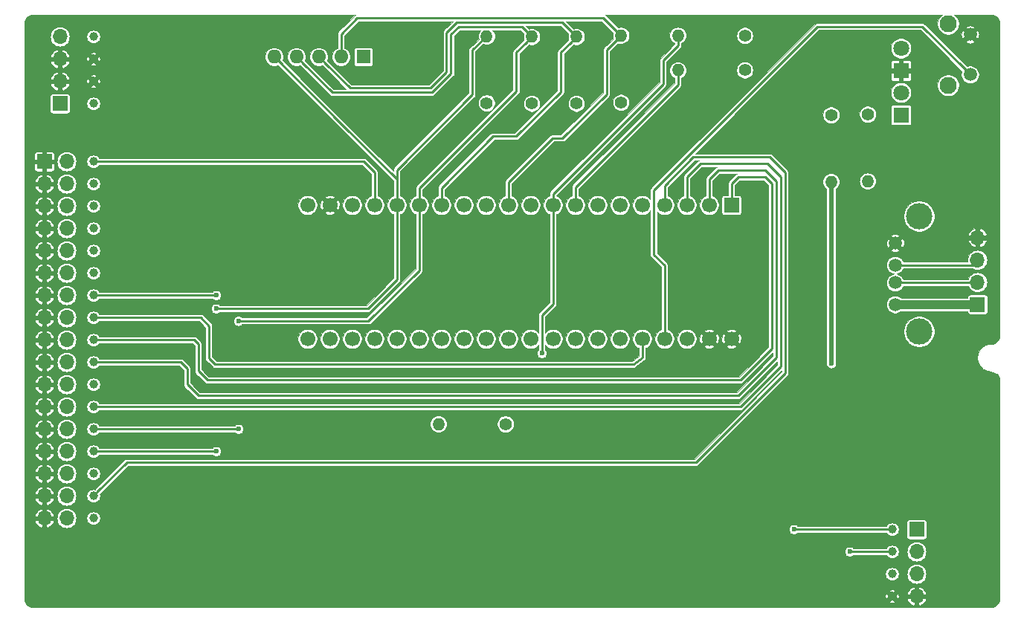
<source format=gbr>
G04 #@! TF.GenerationSoftware,KiCad,Pcbnew,(5.1.2)-2*
G04 #@! TF.CreationDate,2020-11-29T16:33:28+00:00*
G04 #@! TF.ProjectId,Greaseweazle F1 Gotek (USB-A),47726561-7365-4776-9561-7a6c65204631,1*
G04 #@! TF.SameCoordinates,PX6312cb0PY6bcb370*
G04 #@! TF.FileFunction,Copper,L2,Bot*
G04 #@! TF.FilePolarity,Positive*
%FSLAX46Y46*%
G04 Gerber Fmt 4.6, Leading zero omitted, Abs format (unit mm)*
G04 Created by KiCad (PCBNEW (5.1.2)-2) date 2020-11-29 16:33:28*
%MOMM*%
%LPD*%
G04 APERTURE LIST*
%ADD10C,1.800000*%
%ADD11R,1.800000X1.800000*%
%ADD12C,1.501140*%
%ADD13C,2.999740*%
%ADD14O,1.700000X1.700000*%
%ADD15R,1.700000X1.700000*%
%ADD16C,1.700000*%
%ADD17O,1.400000X1.400000*%
%ADD18C,1.400000*%
%ADD19C,1.950000*%
%ADD20C,1.508000*%
%ADD21O,1.600000X1.600000*%
%ADD22R,1.600000X1.600000*%
%ADD23C,1.000000*%
%ADD24C,5.000000*%
%ADD25C,0.600000*%
%ADD26C,0.500000*%
%ADD27C,1.000000*%
%ADD28C,0.250000*%
%ADD29C,0.025400*%
G04 APERTURE END LIST*
D10*
X91440000Y48488600D03*
D11*
X91440000Y45948600D03*
D10*
X91440000Y53543200D03*
D11*
X91440000Y51003200D03*
D12*
X90784680Y31347120D03*
X90784680Y28847760D03*
X90784680Y26846240D03*
X90784680Y24346880D03*
D13*
X93494860Y34417980D03*
X93494860Y21276020D03*
D14*
X100152200Y31978600D03*
X100152200Y29438600D03*
X100152200Y26898600D03*
D15*
X100152200Y24358600D03*
D16*
X72136000Y20447000D03*
D15*
X72136000Y35687000D03*
D16*
X69596000Y20447000D03*
X69596000Y35687000D03*
X67056000Y20447000D03*
X67056000Y35687000D03*
X64516000Y20447000D03*
X64516000Y35687000D03*
X61976000Y20447000D03*
X61976000Y35687000D03*
X59436000Y20447000D03*
X59436000Y35687000D03*
X56896000Y20447000D03*
X56896000Y35687000D03*
X54356000Y20447000D03*
X54356000Y35687000D03*
X51816000Y20447000D03*
X51816000Y35687000D03*
X49276000Y20447000D03*
X49276000Y35687000D03*
X46736000Y20447000D03*
X46736000Y35687000D03*
X44196000Y20447000D03*
X44196000Y35687000D03*
X41656000Y20447000D03*
X41656000Y35687000D03*
X39116000Y20447000D03*
X39116000Y35687000D03*
X36576000Y20447000D03*
X36576000Y35687000D03*
X34036000Y20447000D03*
X34036000Y35687000D03*
X31496000Y20447000D03*
X31496000Y35687000D03*
X28956000Y20447000D03*
X28956000Y35687000D03*
X26416000Y20447000D03*
X26416000Y35687000D03*
X23876000Y20447000D03*
X23876000Y35687000D03*
D14*
X-4318000Y54864000D03*
X-4318000Y52324000D03*
X-4318000Y49784000D03*
D15*
X-4318000Y47244000D03*
D14*
X93218000Y-8890000D03*
X93218000Y-6350000D03*
X93218000Y-3810000D03*
D15*
X93218000Y-1270000D03*
D17*
X44259500Y54927500D03*
D18*
X44259500Y47307500D03*
X49403000Y47244000D03*
D17*
X49403000Y54864000D03*
X54483000Y54864000D03*
D18*
X54483000Y47244000D03*
X59563000Y47371000D03*
D17*
X59563000Y54991000D03*
X66040000Y54991000D03*
D18*
X73660000Y54991000D03*
X73660000Y51054000D03*
D17*
X66040000Y51054000D03*
D18*
X46418500Y10731500D03*
D17*
X38798500Y10731500D03*
X83489800Y38328600D03*
D18*
X83489800Y45948600D03*
X87655400Y46024800D03*
D17*
X87655400Y38404800D03*
D19*
X96814000Y56332000D03*
X96814000Y49332000D03*
D20*
X99314000Y55107000D03*
X99314000Y50557000D03*
D21*
X20066000Y52578000D03*
X22606000Y52578000D03*
X25146000Y52578000D03*
X27686000Y52578000D03*
D22*
X30226000Y52578000D03*
D23*
X-508000Y0D03*
X-508000Y2540000D03*
X-508000Y5080000D03*
X-508000Y7620000D03*
X-508000Y10160000D03*
X-508000Y12700000D03*
X-508000Y15240000D03*
X-508000Y17780000D03*
X-508000Y20320000D03*
X-508000Y22860000D03*
X-508000Y25400000D03*
X-508000Y27940000D03*
X-508000Y30480000D03*
X-508000Y33020000D03*
X-508000Y35560000D03*
X-508000Y38100000D03*
X-508000Y40640000D03*
X-508000Y54864000D03*
X-508000Y52324000D03*
X-508000Y49784000D03*
X-508000Y47244000D03*
X90424000Y-1270000D03*
X90424000Y-3810000D03*
X90424000Y-6350000D03*
X90424000Y-8890000D03*
D14*
X-3556000Y0D03*
X-6096000Y0D03*
X-3556000Y2540000D03*
X-6096000Y2540000D03*
X-3556000Y5080000D03*
X-6096000Y5080000D03*
X-3556000Y7620000D03*
X-6096000Y7620000D03*
X-3556000Y10160000D03*
X-6096000Y10160000D03*
X-3556000Y12700000D03*
X-6096000Y12700000D03*
X-3556000Y15240000D03*
X-6096000Y15240000D03*
X-3556000Y17780000D03*
X-6096000Y17780000D03*
X-3556000Y20320000D03*
X-6096000Y20320000D03*
X-3556000Y22860000D03*
X-6096000Y22860000D03*
X-3556000Y25400000D03*
X-6096000Y25400000D03*
X-3556000Y27940000D03*
X-6096000Y27940000D03*
X-3556000Y30480000D03*
X-6096000Y30480000D03*
X-3556000Y33020000D03*
X-6096000Y33020000D03*
X-3556000Y35560000D03*
X-6096000Y35560000D03*
X-3556000Y38100000D03*
X-6096000Y38100000D03*
X-3556000Y40640000D03*
D15*
X-6096000Y40640000D03*
D24*
X35687000Y52387500D03*
X14605000Y52387500D03*
X14605000Y2667000D03*
X35687000Y2667000D03*
X85471000Y52387500D03*
D25*
X83489800Y38328600D03*
X83502502Y17653000D03*
X13462000Y7620000D03*
X13462000Y23876000D03*
X16002000Y10160000D03*
X16002000Y22479000D03*
X13462000Y25400000D03*
X79248000Y-1270000D03*
X85598000Y-3810000D03*
X50546000Y18796000D03*
D26*
X83489800Y38328600D02*
X83489800Y17665702D01*
X83489800Y17665702D02*
X83502502Y17653000D01*
D27*
X100140480Y24346880D02*
X100152200Y24358600D01*
X90784680Y24346880D02*
X100140480Y24346880D01*
D28*
X3302000Y6350000D02*
X-8001Y3039999D01*
X64516000Y35687000D02*
X64516000Y37900878D01*
X78232000Y16510000D02*
X68072000Y6350000D01*
X78232000Y39370000D02*
X78232000Y16510000D01*
X68072000Y6350000D02*
X3302000Y6350000D01*
X76454000Y41148000D02*
X78232000Y39370000D01*
X64516000Y37900878D02*
X67763122Y41148000D01*
X67763122Y41148000D02*
X76454000Y41148000D01*
X-8001Y3039999D02*
X-508000Y2540000D01*
X59563000Y54991000D02*
X57551471Y57002528D01*
X46736000Y38290500D02*
X51752500Y43307000D01*
X46736000Y35687000D02*
X46736000Y38290500D01*
X51752500Y43307000D02*
X52895500Y43307000D01*
X58863001Y54291001D02*
X59563000Y54991000D01*
X52895500Y43307000D02*
X57912000Y48323500D01*
X57912000Y48323500D02*
X57912000Y53340000D01*
X57912000Y53340000D02*
X58863001Y54291001D01*
X27686000Y55181500D02*
X27686000Y52578000D01*
X57594500Y57002528D02*
X29507028Y57002528D01*
X29507028Y57002528D02*
X27686000Y55181500D01*
X13462000Y7620000D02*
X13462000Y7620000D01*
X13886264Y23876000D02*
X13462000Y23876000D01*
X30734000Y23876000D02*
X13886264Y23876000D01*
X34036000Y35687000D02*
X34036000Y27178000D01*
X34036000Y27178000D02*
X30734000Y23876000D01*
X-508000Y7620000D02*
X13462000Y7620000D01*
X34036000Y38608000D02*
X27813000Y44831000D01*
X34036000Y35687000D02*
X34036000Y38608000D01*
X27813000Y44831000D02*
X20066000Y52578000D01*
X42608500Y53340000D02*
X44259500Y54927500D01*
X42608500Y48260000D02*
X42608500Y53340000D01*
X34036000Y35687000D02*
X34036000Y39687500D01*
X34036000Y39687500D02*
X42608500Y48260000D01*
X-508000Y10160000D02*
X16002000Y10160000D01*
X36576000Y28248878D02*
X36576000Y35687000D01*
X16002000Y22479000D02*
X30806122Y22479000D01*
X30806122Y22479000D02*
X36576000Y28248878D01*
X48264500Y56002500D02*
X41084500Y56002500D01*
X49403000Y54864000D02*
X48264500Y56002500D01*
X48703001Y54164001D02*
X49403000Y54864000D01*
X47625000Y53086000D02*
X48703001Y54164001D01*
X47625000Y48641000D02*
X47625000Y53086000D01*
X36576000Y35687000D02*
X36576000Y37592000D01*
X36576000Y37592000D02*
X47625000Y48641000D01*
X26670000Y48514000D02*
X23405999Y51778001D01*
X40195500Y55109880D02*
X40195500Y50664378D01*
X38045122Y48514000D02*
X26670000Y48514000D01*
X23405999Y51778001D02*
X22606000Y52578000D01*
X41088120Y56002500D02*
X40195500Y55109880D01*
X40195500Y50664378D02*
X38045122Y48514000D01*
X73152000Y12700000D02*
X-508000Y12700000D01*
X67056000Y38862000D02*
X68580000Y40386000D01*
X67056000Y35687000D02*
X67056000Y38862000D01*
X68580000Y40386000D02*
X76200000Y40386000D01*
X76200000Y40386000D02*
X77724000Y38862000D01*
X77724000Y38862000D02*
X77724000Y17272000D01*
X77724000Y17272000D02*
X73152000Y12700000D01*
X75946000Y39624000D02*
X70612000Y39624000D01*
X77216000Y38354000D02*
X75946000Y39624000D01*
X77216000Y18288000D02*
X77216000Y38354000D01*
X9398000Y17780000D02*
X10160000Y17018000D01*
X-508000Y17780000D02*
X9398000Y17780000D01*
X10160000Y17018000D02*
X10160000Y15240000D01*
X70612000Y39624000D02*
X69596000Y38608000D01*
X10160000Y15240000D02*
X11430000Y13970000D01*
X11430000Y13970000D02*
X72898000Y13970000D01*
X69596000Y38608000D02*
X69596000Y35687000D01*
X72898000Y13970000D02*
X77216000Y18288000D01*
X72136000Y38100000D02*
X72136000Y35687000D01*
X75946000Y38862000D02*
X72898000Y38862000D01*
X76708000Y38100000D02*
X75946000Y38862000D01*
X76708000Y19304000D02*
X76708000Y38100000D01*
X10922000Y20320000D02*
X11430000Y19812000D01*
X-508000Y20320000D02*
X10922000Y20320000D01*
X11430000Y19812000D02*
X11430000Y16764000D01*
X11430000Y16764000D02*
X12446000Y15748000D01*
X12446000Y15748000D02*
X73152000Y15748000D01*
X72898000Y38862000D02*
X72136000Y38100000D01*
X73152000Y15748000D02*
X76708000Y19304000D01*
X52844489Y56502511D02*
X40830500Y56502511D01*
X54483000Y54864000D02*
X52844489Y56502511D01*
X53783001Y54164001D02*
X54483000Y54864000D01*
X39116000Y37655500D02*
X44989750Y43529250D01*
X39116000Y35687000D02*
X39116000Y37655500D01*
X44989750Y43529250D02*
X47656750Y43529250D01*
X47656750Y43529250D02*
X52705000Y48577500D01*
X52705000Y48577500D02*
X52705000Y53086000D01*
X52705000Y53086000D02*
X53783001Y54164001D01*
X37846000Y49022000D02*
X28702000Y49022000D01*
X25945999Y51778001D02*
X25146000Y52578000D01*
X39695489Y50871489D02*
X37846000Y49022000D01*
X39695489Y55328613D02*
X39695489Y50871489D01*
X40869387Y56502511D02*
X39695489Y55328613D01*
X28702000Y49022000D02*
X25945999Y51778001D01*
X31496000Y35687000D02*
X31496000Y39370000D01*
X31496000Y39370000D02*
X30289500Y40640000D01*
X30226000Y40640000D02*
X-508000Y40640000D01*
X99561360Y28847760D02*
X100152200Y29438600D01*
X90784680Y28847760D02*
X99561360Y28847760D01*
X100099840Y26846240D02*
X100152200Y26898600D01*
X90784680Y26846240D02*
X100099840Y26846240D01*
X13462000Y25400000D02*
X-508000Y25400000D01*
X79248000Y-1270000D02*
X90424000Y-1270000D01*
X89916000Y-3810000D02*
X90424000Y-3810000D01*
X85598000Y-3810000D02*
X89916000Y-3810000D01*
X61976000Y18288000D02*
X61976000Y20447000D01*
X11684000Y22860000D02*
X12636500Y21907500D01*
X-508000Y22860000D02*
X11684000Y22860000D01*
X12636500Y21907500D02*
X12636500Y18224500D01*
X12636500Y18224500D02*
X13335000Y17526000D01*
X13335000Y17526000D02*
X60960000Y17526000D01*
X60960000Y17526000D02*
X61976000Y18288000D01*
X50546000Y23145750D02*
X50546000Y18796000D01*
X51816000Y35687000D02*
X51816000Y24415750D01*
X51816000Y24415750D02*
X50546000Y23145750D01*
X66040000Y53848000D02*
X66040000Y54991000D01*
X64357250Y52165250D02*
X66040000Y53848000D01*
X64357250Y49498250D02*
X64357250Y52165250D01*
X51816000Y35687000D02*
X51816000Y36957000D01*
X51816000Y36957000D02*
X64357250Y49498250D01*
X66040000Y49403000D02*
X66040000Y51054000D01*
X54356000Y35687000D02*
X54356000Y37719000D01*
X54356000Y37719000D02*
X66040000Y49403000D01*
X98560001Y51310999D02*
X99314000Y50557000D01*
X64516000Y28793998D02*
X63290999Y30018999D01*
X64516000Y20447000D02*
X64516000Y28793998D01*
X63290999Y30018999D02*
X63290999Y37382999D01*
X63290999Y37382999D02*
X81915000Y56007000D01*
X81915000Y56007000D02*
X93864000Y56007000D01*
X93864000Y56007000D02*
X98560001Y51310999D01*
D29*
G36*
X29351626Y57363607D02*
G01*
X29288358Y57329790D01*
X29228714Y57280842D01*
X29216449Y57265897D01*
X27422641Y55472087D01*
X27407686Y55459814D01*
X27358738Y55400169D01*
X27322366Y55332121D01*
X27310807Y55294016D01*
X27299968Y55258286D01*
X27292405Y55181500D01*
X27294300Y55162260D01*
X27294301Y53573877D01*
X27275817Y53568270D01*
X27090506Y53469220D01*
X26928080Y53335920D01*
X26794780Y53173494D01*
X26695730Y52988183D01*
X26634735Y52787110D01*
X26614139Y52578000D01*
X26634735Y52368890D01*
X26695730Y52167817D01*
X26794780Y51982506D01*
X26928080Y51820080D01*
X27090506Y51686780D01*
X27275817Y51587730D01*
X27476890Y51526735D01*
X27633601Y51511300D01*
X27738399Y51511300D01*
X27895110Y51526735D01*
X28096183Y51587730D01*
X28281494Y51686780D01*
X28443920Y51820080D01*
X28577220Y51982506D01*
X28676270Y52167817D01*
X28737265Y52368890D01*
X28757861Y52578000D01*
X28737265Y52787110D01*
X28676270Y52988183D01*
X28577220Y53173494D01*
X28443920Y53335920D01*
X28392646Y53378000D01*
X29158010Y53378000D01*
X29158010Y51778000D01*
X29163159Y51725718D01*
X29178410Y51675445D01*
X29203174Y51629113D01*
X29236502Y51588502D01*
X29277113Y51555174D01*
X29323445Y51530410D01*
X29373718Y51515159D01*
X29426000Y51510010D01*
X31026000Y51510010D01*
X31078282Y51515159D01*
X31128555Y51530410D01*
X31174887Y51555174D01*
X31215498Y51588502D01*
X31248826Y51629113D01*
X31273590Y51675445D01*
X31288841Y51725718D01*
X31293990Y51778000D01*
X31293990Y53378000D01*
X31288841Y53430282D01*
X31273590Y53480555D01*
X31248826Y53526887D01*
X31215498Y53567498D01*
X31174887Y53600826D01*
X31128555Y53625590D01*
X31078282Y53640841D01*
X31026000Y53645990D01*
X29426000Y53645990D01*
X29373718Y53640841D01*
X29323445Y53625590D01*
X29277113Y53600826D01*
X29236502Y53567498D01*
X29203174Y53526887D01*
X29178410Y53480555D01*
X29163159Y53430282D01*
X29158010Y53378000D01*
X28392646Y53378000D01*
X28281494Y53469220D01*
X28096183Y53568270D01*
X28077700Y53573877D01*
X28077700Y55019254D01*
X29669276Y56610828D01*
X40423756Y56610828D01*
X39432130Y55619200D01*
X39417175Y55606927D01*
X39368227Y55547282D01*
X39331855Y55479234D01*
X39309457Y55405400D01*
X39309457Y55405399D01*
X39301894Y55328613D01*
X39303789Y55309373D01*
X39303790Y51033738D01*
X37683754Y49413700D01*
X28864247Y49413700D01*
X26236586Y52041360D01*
X26236577Y52041371D01*
X26127165Y52150783D01*
X26136270Y52167817D01*
X26197265Y52368890D01*
X26217861Y52578000D01*
X26197265Y52787110D01*
X26136270Y52988183D01*
X26037220Y53173494D01*
X25903920Y53335920D01*
X25741494Y53469220D01*
X25556183Y53568270D01*
X25355110Y53629265D01*
X25198399Y53644700D01*
X25093601Y53644700D01*
X24936890Y53629265D01*
X24735817Y53568270D01*
X24550506Y53469220D01*
X24388080Y53335920D01*
X24254780Y53173494D01*
X24155730Y52988183D01*
X24094735Y52787110D01*
X24074139Y52578000D01*
X24094735Y52368890D01*
X24155730Y52167817D01*
X24254780Y51982506D01*
X24388080Y51820080D01*
X24550506Y51686780D01*
X24735817Y51587730D01*
X24936890Y51526735D01*
X25093601Y51511300D01*
X25198399Y51511300D01*
X25355110Y51526735D01*
X25556183Y51587730D01*
X25573217Y51596835D01*
X25682629Y51487423D01*
X25682640Y51487414D01*
X28264353Y48905700D01*
X26832248Y48905700D01*
X23696586Y52041360D01*
X23696577Y52041371D01*
X23587165Y52150783D01*
X23596270Y52167817D01*
X23657265Y52368890D01*
X23677861Y52578000D01*
X23657265Y52787110D01*
X23596270Y52988183D01*
X23497220Y53173494D01*
X23363920Y53335920D01*
X23201494Y53469220D01*
X23016183Y53568270D01*
X22815110Y53629265D01*
X22658399Y53644700D01*
X22553601Y53644700D01*
X22396890Y53629265D01*
X22195817Y53568270D01*
X22010506Y53469220D01*
X21848080Y53335920D01*
X21714780Y53173494D01*
X21615730Y52988183D01*
X21554735Y52787110D01*
X21534139Y52578000D01*
X21554735Y52368890D01*
X21615730Y52167817D01*
X21714780Y51982506D01*
X21848080Y51820080D01*
X22010506Y51686780D01*
X22195817Y51587730D01*
X22396890Y51526735D01*
X22553601Y51511300D01*
X22658399Y51511300D01*
X22815110Y51526735D01*
X23016183Y51587730D01*
X23033217Y51596835D01*
X23142629Y51487423D01*
X23142640Y51487414D01*
X26379421Y48250631D01*
X26391686Y48235686D01*
X26451330Y48186738D01*
X26519378Y48150366D01*
X26593213Y48127968D01*
X26650760Y48122300D01*
X26650762Y48122300D01*
X26669999Y48120405D01*
X26689236Y48122300D01*
X38025882Y48122300D01*
X38045122Y48120405D01*
X38064362Y48122300D01*
X38121909Y48127968D01*
X38195744Y48150366D01*
X38263792Y48186738D01*
X38323436Y48235686D01*
X38335710Y48250642D01*
X40458864Y50373795D01*
X40473814Y50386064D01*
X40522762Y50445708D01*
X40555980Y50507855D01*
X40559134Y50513755D01*
X40581532Y50587592D01*
X40589095Y50664378D01*
X40587200Y50683618D01*
X40587200Y54947634D01*
X41250368Y55610800D01*
X43569706Y55610800D01*
X43451830Y55467168D01*
X43362065Y55299230D01*
X43306788Y55117006D01*
X43288123Y54927500D01*
X43306788Y54737994D01*
X43349804Y54596191D01*
X42348111Y53633024D01*
X42330187Y53618314D01*
X42308130Y53591437D01*
X42285588Y53565042D01*
X42283697Y53561665D01*
X42281239Y53558670D01*
X42264863Y53528033D01*
X42247889Y53497721D01*
X42246692Y53494036D01*
X42244867Y53490622D01*
X42234787Y53457395D01*
X42224048Y53424339D01*
X42223593Y53420491D01*
X42222469Y53416787D01*
X42219067Y53382242D01*
X42214981Y53347716D01*
X42216801Y53324600D01*
X42216800Y48422247D01*
X33772637Y39978083D01*
X33757687Y39965814D01*
X33716025Y39915048D01*
X33708738Y39906169D01*
X33672367Y39838122D01*
X33649968Y39764286D01*
X33642405Y39687500D01*
X33644301Y39668250D01*
X33644301Y39553646D01*
X28103587Y45094359D01*
X28103578Y45094370D01*
X21047165Y52150782D01*
X21056270Y52167817D01*
X21117265Y52368890D01*
X21137861Y52578000D01*
X21117265Y52787110D01*
X21056270Y52988183D01*
X20957220Y53173494D01*
X20823920Y53335920D01*
X20661494Y53469220D01*
X20476183Y53568270D01*
X20275110Y53629265D01*
X20118399Y53644700D01*
X20013601Y53644700D01*
X19856890Y53629265D01*
X19655817Y53568270D01*
X19470506Y53469220D01*
X19308080Y53335920D01*
X19174780Y53173494D01*
X19075730Y52988183D01*
X19014735Y52787110D01*
X18994139Y52578000D01*
X19014735Y52368890D01*
X19075730Y52167817D01*
X19174780Y51982506D01*
X19308080Y51820080D01*
X19470506Y51686780D01*
X19655817Y51587730D01*
X19856890Y51526735D01*
X20013601Y51511300D01*
X20118399Y51511300D01*
X20275110Y51526735D01*
X20476183Y51587730D01*
X20493218Y51596835D01*
X27549630Y44540422D01*
X27549641Y44540413D01*
X33644301Y38445752D01*
X33644300Y37107622D01*
X33644300Y36733460D01*
X33507044Y36676606D01*
X33324145Y36554397D01*
X33168603Y36398855D01*
X33046394Y36215956D01*
X32962214Y36012729D01*
X32919300Y35796985D01*
X32919300Y35577015D01*
X32962214Y35361271D01*
X33046394Y35158044D01*
X33168603Y34975145D01*
X33324145Y34819603D01*
X33507044Y34697394D01*
X33644300Y34640540D01*
X33644301Y27340249D01*
X30571754Y24267700D01*
X13871735Y24267700D01*
X13823250Y24316185D01*
X13730433Y24378203D01*
X13627300Y24420922D01*
X13517815Y24442700D01*
X13406185Y24442700D01*
X13296700Y24420922D01*
X13193567Y24378203D01*
X13100750Y24316185D01*
X13021815Y24237250D01*
X12959797Y24144433D01*
X12917078Y24041300D01*
X12895300Y23931815D01*
X12895300Y23820185D01*
X12917078Y23710700D01*
X12959797Y23607567D01*
X13021815Y23514750D01*
X13100750Y23435815D01*
X13193567Y23373797D01*
X13296700Y23331078D01*
X13406185Y23309300D01*
X13517815Y23309300D01*
X13627300Y23331078D01*
X13730433Y23373797D01*
X13823250Y23435815D01*
X13871735Y23484300D01*
X30714760Y23484300D01*
X30734000Y23482405D01*
X30753240Y23484300D01*
X30810787Y23489968D01*
X30884622Y23512366D01*
X30952670Y23548738D01*
X31012314Y23597686D01*
X31024588Y23612642D01*
X34299369Y26887421D01*
X34314314Y26899686D01*
X34363262Y26959330D01*
X34399634Y27027378D01*
X34422032Y27101213D01*
X34425500Y27136419D01*
X34429595Y27177999D01*
X34427700Y27197239D01*
X34427700Y34640540D01*
X34564956Y34697394D01*
X34747855Y34819603D01*
X34903397Y34975145D01*
X35025606Y35158044D01*
X35109786Y35361271D01*
X35152700Y35577015D01*
X35152700Y35796985D01*
X35109786Y36012729D01*
X35025606Y36215956D01*
X34903397Y36398855D01*
X34747855Y36554397D01*
X34564956Y36676606D01*
X34427700Y36733460D01*
X34427700Y38588760D01*
X34429595Y38608000D01*
X34427700Y38627240D01*
X34427700Y39525254D01*
X42305158Y47402712D01*
X43292800Y47402712D01*
X43292800Y47212288D01*
X43329950Y47025524D01*
X43402822Y46849596D01*
X43508615Y46691265D01*
X43643265Y46556615D01*
X43801596Y46450822D01*
X43977524Y46377950D01*
X44164288Y46340800D01*
X44354712Y46340800D01*
X44541476Y46377950D01*
X44717404Y46450822D01*
X44875735Y46556615D01*
X45010385Y46691265D01*
X45116178Y46849596D01*
X45189050Y47025524D01*
X45226200Y47212288D01*
X45226200Y47402712D01*
X45189050Y47589476D01*
X45116178Y47765404D01*
X45010385Y47923735D01*
X44875735Y48058385D01*
X44717404Y48164178D01*
X44541476Y48237050D01*
X44354712Y48274200D01*
X44164288Y48274200D01*
X43977524Y48237050D01*
X43801596Y48164178D01*
X43643265Y48058385D01*
X43508615Y47923735D01*
X43402822Y47765404D01*
X43329950Y47589476D01*
X43292800Y47402712D01*
X42305158Y47402712D01*
X42871865Y47969418D01*
X42886814Y47981686D01*
X42935762Y48041330D01*
X42961937Y48090300D01*
X42972134Y48109377D01*
X42988758Y48164178D01*
X42994532Y48183213D01*
X43000200Y48240760D01*
X43000200Y48240761D01*
X43002095Y48260000D01*
X43000200Y48279240D01*
X43000200Y53173237D01*
X43890455Y54029250D01*
X44069994Y53974788D01*
X44212014Y53960800D01*
X44306986Y53960800D01*
X44449006Y53974788D01*
X44631230Y54030065D01*
X44799168Y54119830D01*
X44946367Y54240633D01*
X45067170Y54387832D01*
X45156935Y54555770D01*
X45212212Y54737994D01*
X45230877Y54927500D01*
X45212212Y55117006D01*
X45156935Y55299230D01*
X45067170Y55467168D01*
X44949294Y55610800D01*
X48102254Y55610800D01*
X48498992Y55214061D01*
X48450288Y55053506D01*
X48431623Y54864000D01*
X48450288Y54674494D01*
X48498992Y54513938D01*
X48439637Y54454583D01*
X48439632Y54454579D01*
X47361637Y53376583D01*
X47346687Y53364314D01*
X47323385Y53335920D01*
X47297738Y53304669D01*
X47261367Y53236622D01*
X47238968Y53162786D01*
X47231405Y53086000D01*
X47233301Y53066750D01*
X47233300Y48803247D01*
X36312637Y37882583D01*
X36297687Y37870314D01*
X36261646Y37826397D01*
X36248738Y37810669D01*
X36212367Y37742622D01*
X36189968Y37668786D01*
X36182405Y37592000D01*
X36184301Y37572750D01*
X36184301Y36733460D01*
X36047044Y36676606D01*
X35864145Y36554397D01*
X35708603Y36398855D01*
X35586394Y36215956D01*
X35502214Y36012729D01*
X35459300Y35796985D01*
X35459300Y35577015D01*
X35502214Y35361271D01*
X35586394Y35158044D01*
X35708603Y34975145D01*
X35864145Y34819603D01*
X36047044Y34697394D01*
X36184301Y34640540D01*
X36184300Y28411125D01*
X30643876Y22870700D01*
X16411735Y22870700D01*
X16363250Y22919185D01*
X16270433Y22981203D01*
X16167300Y23023922D01*
X16057815Y23045700D01*
X15946185Y23045700D01*
X15836700Y23023922D01*
X15733567Y22981203D01*
X15640750Y22919185D01*
X15561815Y22840250D01*
X15499797Y22747433D01*
X15457078Y22644300D01*
X15435300Y22534815D01*
X15435300Y22423185D01*
X15457078Y22313700D01*
X15499797Y22210567D01*
X15561815Y22117750D01*
X15640750Y22038815D01*
X15733567Y21976797D01*
X15836700Y21934078D01*
X15946185Y21912300D01*
X16057815Y21912300D01*
X16167300Y21934078D01*
X16270433Y21976797D01*
X16363250Y22038815D01*
X16411735Y22087300D01*
X30786882Y22087300D01*
X30806122Y22085405D01*
X30825362Y22087300D01*
X30882909Y22092968D01*
X30956744Y22115366D01*
X31024792Y22151738D01*
X31084436Y22200686D01*
X31096710Y22215642D01*
X36839365Y27958296D01*
X36854314Y27970564D01*
X36903262Y28030208D01*
X36903263Y28030209D01*
X36939634Y28098255D01*
X36962032Y28172092D01*
X36969595Y28248878D01*
X36967700Y28268118D01*
X36967700Y34640540D01*
X37104956Y34697394D01*
X37287855Y34819603D01*
X37443397Y34975145D01*
X37565606Y35158044D01*
X37649786Y35361271D01*
X37692700Y35577015D01*
X37692700Y35796985D01*
X37649786Y36012729D01*
X37565606Y36215956D01*
X37443397Y36398855D01*
X37287855Y36554397D01*
X37104956Y36676606D01*
X36967700Y36733460D01*
X36967700Y37429754D01*
X46877158Y47339212D01*
X48436300Y47339212D01*
X48436300Y47148788D01*
X48473450Y46962024D01*
X48546322Y46786096D01*
X48652115Y46627765D01*
X48786765Y46493115D01*
X48945096Y46387322D01*
X49121024Y46314450D01*
X49307788Y46277300D01*
X49498212Y46277300D01*
X49684976Y46314450D01*
X49860904Y46387322D01*
X50019235Y46493115D01*
X50153885Y46627765D01*
X50259678Y46786096D01*
X50332550Y46962024D01*
X50369700Y47148788D01*
X50369700Y47339212D01*
X50332550Y47525976D01*
X50259678Y47701904D01*
X50153885Y47860235D01*
X50019235Y47994885D01*
X49860904Y48100678D01*
X49684976Y48173550D01*
X49498212Y48210700D01*
X49307788Y48210700D01*
X49121024Y48173550D01*
X48945096Y48100678D01*
X48786765Y47994885D01*
X48652115Y47860235D01*
X48546322Y47701904D01*
X48473450Y47525976D01*
X48436300Y47339212D01*
X46877158Y47339212D01*
X47888365Y48350418D01*
X47903314Y48362686D01*
X47952262Y48422330D01*
X47988634Y48490378D01*
X48011032Y48564213D01*
X48016700Y48621760D01*
X48016700Y48621761D01*
X48018595Y48641000D01*
X48016700Y48660240D01*
X48016700Y52923754D01*
X48993579Y53900632D01*
X48993583Y53900637D01*
X49052938Y53959992D01*
X49213494Y53911288D01*
X49355514Y53897300D01*
X49450486Y53897300D01*
X49592506Y53911288D01*
X49774730Y53966565D01*
X49942668Y54056330D01*
X50089867Y54177133D01*
X50210670Y54324332D01*
X50300435Y54492270D01*
X50355712Y54674494D01*
X50374377Y54864000D01*
X50355712Y55053506D01*
X50300435Y55235730D01*
X50210670Y55403668D01*
X50089867Y55550867D01*
X49942668Y55671670D01*
X49774730Y55761435D01*
X49592506Y55816712D01*
X49450486Y55830700D01*
X49355514Y55830700D01*
X49213494Y55816712D01*
X49052939Y55768008D01*
X48710135Y56110811D01*
X52682243Y56110811D01*
X53578992Y55214061D01*
X53530288Y55053506D01*
X53511623Y54864000D01*
X53530288Y54674494D01*
X53578992Y54513938D01*
X53519637Y54454583D01*
X53519632Y54454579D01*
X52441637Y53376583D01*
X52426687Y53364314D01*
X52403385Y53335920D01*
X52377738Y53304669D01*
X52341367Y53236622D01*
X52318968Y53162786D01*
X52311405Y53086000D01*
X52313301Y53066750D01*
X52313300Y48739747D01*
X47494504Y43920950D01*
X45008990Y43920950D01*
X44989750Y43922845D01*
X44970510Y43920950D01*
X44912963Y43915282D01*
X44839128Y43892884D01*
X44771080Y43856512D01*
X44711436Y43807564D01*
X44699167Y43792614D01*
X38852637Y37946083D01*
X38837687Y37933814D01*
X38796025Y37883048D01*
X38788738Y37874169D01*
X38752367Y37806122D01*
X38729968Y37732286D01*
X38722405Y37655500D01*
X38724301Y37636250D01*
X38724301Y36733460D01*
X38587044Y36676606D01*
X38404145Y36554397D01*
X38248603Y36398855D01*
X38126394Y36215956D01*
X38042214Y36012729D01*
X37999300Y35796985D01*
X37999300Y35577015D01*
X38042214Y35361271D01*
X38126394Y35158044D01*
X38248603Y34975145D01*
X38404145Y34819603D01*
X38587044Y34697394D01*
X38790271Y34613214D01*
X39006015Y34570300D01*
X39225985Y34570300D01*
X39441729Y34613214D01*
X39644956Y34697394D01*
X39827855Y34819603D01*
X39983397Y34975145D01*
X40105606Y35158044D01*
X40189786Y35361271D01*
X40232700Y35577015D01*
X40232700Y35796985D01*
X40539300Y35796985D01*
X40539300Y35577015D01*
X40582214Y35361271D01*
X40666394Y35158044D01*
X40788603Y34975145D01*
X40944145Y34819603D01*
X41127044Y34697394D01*
X41330271Y34613214D01*
X41546015Y34570300D01*
X41765985Y34570300D01*
X41981729Y34613214D01*
X42184956Y34697394D01*
X42367855Y34819603D01*
X42523397Y34975145D01*
X42645606Y35158044D01*
X42729786Y35361271D01*
X42772700Y35577015D01*
X42772700Y35796985D01*
X43079300Y35796985D01*
X43079300Y35577015D01*
X43122214Y35361271D01*
X43206394Y35158044D01*
X43328603Y34975145D01*
X43484145Y34819603D01*
X43667044Y34697394D01*
X43870271Y34613214D01*
X44086015Y34570300D01*
X44305985Y34570300D01*
X44521729Y34613214D01*
X44724956Y34697394D01*
X44907855Y34819603D01*
X45063397Y34975145D01*
X45185606Y35158044D01*
X45269786Y35361271D01*
X45312700Y35577015D01*
X45312700Y35796985D01*
X45269786Y36012729D01*
X45185606Y36215956D01*
X45063397Y36398855D01*
X44907855Y36554397D01*
X44724956Y36676606D01*
X44521729Y36760786D01*
X44305985Y36803700D01*
X44086015Y36803700D01*
X43870271Y36760786D01*
X43667044Y36676606D01*
X43484145Y36554397D01*
X43328603Y36398855D01*
X43206394Y36215956D01*
X43122214Y36012729D01*
X43079300Y35796985D01*
X42772700Y35796985D01*
X42729786Y36012729D01*
X42645606Y36215956D01*
X42523397Y36398855D01*
X42367855Y36554397D01*
X42184956Y36676606D01*
X41981729Y36760786D01*
X41765985Y36803700D01*
X41546015Y36803700D01*
X41330271Y36760786D01*
X41127044Y36676606D01*
X40944145Y36554397D01*
X40788603Y36398855D01*
X40666394Y36215956D01*
X40582214Y36012729D01*
X40539300Y35796985D01*
X40232700Y35796985D01*
X40189786Y36012729D01*
X40105606Y36215956D01*
X39983397Y36398855D01*
X39827855Y36554397D01*
X39644956Y36676606D01*
X39507700Y36733460D01*
X39507700Y37493254D01*
X45151997Y43137550D01*
X47637510Y43137550D01*
X47656750Y43135655D01*
X47675990Y43137550D01*
X47733537Y43143218D01*
X47807372Y43165616D01*
X47875420Y43201988D01*
X47935064Y43250936D01*
X47947338Y43265892D01*
X52020658Y47339212D01*
X53516300Y47339212D01*
X53516300Y47148788D01*
X53553450Y46962024D01*
X53626322Y46786096D01*
X53732115Y46627765D01*
X53866765Y46493115D01*
X54025096Y46387322D01*
X54201024Y46314450D01*
X54387788Y46277300D01*
X54578212Y46277300D01*
X54764976Y46314450D01*
X54940904Y46387322D01*
X55099235Y46493115D01*
X55233885Y46627765D01*
X55339678Y46786096D01*
X55412550Y46962024D01*
X55449700Y47148788D01*
X55449700Y47339212D01*
X55412550Y47525976D01*
X55339678Y47701904D01*
X55233885Y47860235D01*
X55099235Y47994885D01*
X54940904Y48100678D01*
X54764976Y48173550D01*
X54578212Y48210700D01*
X54387788Y48210700D01*
X54201024Y48173550D01*
X54025096Y48100678D01*
X53866765Y47994885D01*
X53732115Y47860235D01*
X53626322Y47701904D01*
X53553450Y47525976D01*
X53516300Y47339212D01*
X52020658Y47339212D01*
X52968365Y48286918D01*
X52983314Y48299186D01*
X53032262Y48358830D01*
X53068634Y48426878D01*
X53091032Y48500713D01*
X53096700Y48558260D01*
X53096700Y48558261D01*
X53098595Y48577500D01*
X53096700Y48596740D01*
X53096700Y52923754D01*
X54073579Y53900632D01*
X54073583Y53900637D01*
X54132938Y53959992D01*
X54293494Y53911288D01*
X54435514Y53897300D01*
X54530486Y53897300D01*
X54672506Y53911288D01*
X54854730Y53966565D01*
X55022668Y54056330D01*
X55169867Y54177133D01*
X55290670Y54324332D01*
X55380435Y54492270D01*
X55435712Y54674494D01*
X55454377Y54864000D01*
X55435712Y55053506D01*
X55380435Y55235730D01*
X55290670Y55403668D01*
X55169867Y55550867D01*
X55022668Y55671670D01*
X54854730Y55761435D01*
X54672506Y55816712D01*
X54530486Y55830700D01*
X54435514Y55830700D01*
X54293494Y55816712D01*
X54132939Y55768008D01*
X53290118Y56610828D01*
X57389224Y56610828D01*
X58658992Y55341061D01*
X58610288Y55180506D01*
X58591623Y54991000D01*
X58610288Y54801494D01*
X58658992Y54640938D01*
X58599637Y54581583D01*
X58599632Y54581579D01*
X57648637Y53630583D01*
X57633687Y53618314D01*
X57592617Y53568270D01*
X57584738Y53558669D01*
X57548367Y53490622D01*
X57525968Y53416786D01*
X57518405Y53340000D01*
X57520301Y53320750D01*
X57520300Y48485748D01*
X52733254Y43698700D01*
X51771736Y43698700D01*
X51752499Y43700595D01*
X51733262Y43698700D01*
X51733260Y43698700D01*
X51675713Y43693032D01*
X51601878Y43670634D01*
X51533830Y43634262D01*
X51474186Y43585314D01*
X51461921Y43570369D01*
X46472637Y38581083D01*
X46457687Y38568814D01*
X46423609Y38527289D01*
X46408738Y38509169D01*
X46372367Y38441122D01*
X46349968Y38367286D01*
X46342405Y38290500D01*
X46344301Y38271250D01*
X46344300Y36733460D01*
X46207044Y36676606D01*
X46024145Y36554397D01*
X45868603Y36398855D01*
X45746394Y36215956D01*
X45662214Y36012729D01*
X45619300Y35796985D01*
X45619300Y35577015D01*
X45662214Y35361271D01*
X45746394Y35158044D01*
X45868603Y34975145D01*
X46024145Y34819603D01*
X46207044Y34697394D01*
X46410271Y34613214D01*
X46626015Y34570300D01*
X46845985Y34570300D01*
X47061729Y34613214D01*
X47264956Y34697394D01*
X47447855Y34819603D01*
X47603397Y34975145D01*
X47725606Y35158044D01*
X47809786Y35361271D01*
X47852700Y35577015D01*
X47852700Y35796985D01*
X48159300Y35796985D01*
X48159300Y35577015D01*
X48202214Y35361271D01*
X48286394Y35158044D01*
X48408603Y34975145D01*
X48564145Y34819603D01*
X48747044Y34697394D01*
X48950271Y34613214D01*
X49166015Y34570300D01*
X49385985Y34570300D01*
X49601729Y34613214D01*
X49804956Y34697394D01*
X49987855Y34819603D01*
X50143397Y34975145D01*
X50265606Y35158044D01*
X50349786Y35361271D01*
X50392700Y35577015D01*
X50392700Y35796985D01*
X50349786Y36012729D01*
X50265606Y36215956D01*
X50143397Y36398855D01*
X49987855Y36554397D01*
X49804956Y36676606D01*
X49601729Y36760786D01*
X49385985Y36803700D01*
X49166015Y36803700D01*
X48950271Y36760786D01*
X48747044Y36676606D01*
X48564145Y36554397D01*
X48408603Y36398855D01*
X48286394Y36215956D01*
X48202214Y36012729D01*
X48159300Y35796985D01*
X47852700Y35796985D01*
X47809786Y36012729D01*
X47725606Y36215956D01*
X47603397Y36398855D01*
X47447855Y36554397D01*
X47264956Y36676606D01*
X47127700Y36733460D01*
X47127700Y38128254D01*
X51914748Y42915300D01*
X52876260Y42915300D01*
X52895500Y42913405D01*
X52914740Y42915300D01*
X52972287Y42920968D01*
X53046122Y42943366D01*
X53114170Y42979738D01*
X53173814Y43028686D01*
X53186088Y43043642D01*
X57608659Y47466212D01*
X58596300Y47466212D01*
X58596300Y47275788D01*
X58633450Y47089024D01*
X58706322Y46913096D01*
X58812115Y46754765D01*
X58946765Y46620115D01*
X59105096Y46514322D01*
X59281024Y46441450D01*
X59467788Y46404300D01*
X59658212Y46404300D01*
X59844976Y46441450D01*
X60020904Y46514322D01*
X60179235Y46620115D01*
X60313885Y46754765D01*
X60419678Y46913096D01*
X60492550Y47089024D01*
X60529700Y47275788D01*
X60529700Y47466212D01*
X60492550Y47652976D01*
X60419678Y47828904D01*
X60313885Y47987235D01*
X60179235Y48121885D01*
X60020904Y48227678D01*
X59844976Y48300550D01*
X59658212Y48337700D01*
X59467788Y48337700D01*
X59281024Y48300550D01*
X59105096Y48227678D01*
X58946765Y48121885D01*
X58812115Y47987235D01*
X58706322Y47828904D01*
X58633450Y47652976D01*
X58596300Y47466212D01*
X57608659Y47466212D01*
X58175371Y48032923D01*
X58190314Y48045186D01*
X58239262Y48104830D01*
X58275634Y48172878D01*
X58298032Y48246713D01*
X58303700Y48304260D01*
X58303700Y48304262D01*
X58305595Y48323499D01*
X58303700Y48342736D01*
X58303700Y53177754D01*
X59153579Y54027632D01*
X59153583Y54027637D01*
X59212938Y54086992D01*
X59373494Y54038288D01*
X59515514Y54024300D01*
X59610486Y54024300D01*
X59752506Y54038288D01*
X59934730Y54093565D01*
X60102668Y54183330D01*
X60249867Y54304133D01*
X60370670Y54451332D01*
X60460435Y54619270D01*
X60515712Y54801494D01*
X60534377Y54991000D01*
X60515712Y55180506D01*
X60460435Y55362730D01*
X60370670Y55530668D01*
X60249867Y55677867D01*
X60102668Y55798670D01*
X59934730Y55888435D01*
X59752506Y55943712D01*
X59610486Y55957700D01*
X59515514Y55957700D01*
X59373494Y55943712D01*
X59212938Y55895008D01*
X57959588Y57148357D01*
X57958134Y57153150D01*
X57921762Y57221198D01*
X57872814Y57280842D01*
X57813170Y57329790D01*
X57753800Y57361524D01*
X96115579Y57358709D01*
X96022462Y57296491D01*
X95849509Y57123538D01*
X95713620Y56920165D01*
X95620018Y56694191D01*
X95572300Y56454297D01*
X95572300Y56209703D01*
X95620018Y55969809D01*
X95713620Y55743835D01*
X95849509Y55540462D01*
X96022462Y55367509D01*
X96225835Y55231620D01*
X96451809Y55138018D01*
X96691703Y55090300D01*
X96936297Y55090300D01*
X97010585Y55105077D01*
X98288364Y55105077D01*
X98308446Y54905022D01*
X98365699Y54716282D01*
X98487103Y54621353D01*
X98972750Y55107000D01*
X99655250Y55107000D01*
X100140897Y54621353D01*
X100262301Y54716282D01*
X100320304Y54908794D01*
X100339636Y55108923D01*
X100319554Y55308978D01*
X100262301Y55497718D01*
X100140897Y55592647D01*
X99655250Y55107000D01*
X98972750Y55107000D01*
X98487103Y55592647D01*
X98365699Y55497718D01*
X98307696Y55305206D01*
X98288364Y55105077D01*
X97010585Y55105077D01*
X97176191Y55138018D01*
X97402165Y55231620D01*
X97605538Y55367509D01*
X97778491Y55540462D01*
X97914380Y55743835D01*
X97993106Y55933897D01*
X98828353Y55933897D01*
X99314000Y55448250D01*
X99799647Y55933897D01*
X99704718Y56055301D01*
X99512206Y56113304D01*
X99312077Y56132636D01*
X99112022Y56112554D01*
X98923282Y56055301D01*
X98828353Y55933897D01*
X97993106Y55933897D01*
X98007982Y55969809D01*
X98055700Y56209703D01*
X98055700Y56454297D01*
X98007982Y56694191D01*
X97914380Y56920165D01*
X97778491Y57123538D01*
X97605538Y57296491D01*
X97512575Y57358607D01*
X101679721Y57358301D01*
X101883748Y57338296D01*
X102066269Y57283189D01*
X102234610Y57193680D01*
X102382358Y57073180D01*
X102503887Y56926278D01*
X102594568Y56758566D01*
X102650949Y56576434D01*
X102672300Y56373284D01*
X102672301Y20842278D01*
X102652296Y20638252D01*
X102597189Y20455731D01*
X102507683Y20287394D01*
X102387180Y20139642D01*
X102240278Y20018113D01*
X102072566Y19927432D01*
X101890430Y19871051D01*
X101687070Y19849677D01*
X101684114Y19849667D01*
X101671443Y19848380D01*
X101658697Y19848469D01*
X101654644Y19848071D01*
X101408141Y19822163D01*
X101382271Y19816853D01*
X101356272Y19811893D01*
X101352372Y19810716D01*
X101115596Y19737421D01*
X101091193Y19727163D01*
X101066712Y19717272D01*
X101063120Y19715362D01*
X101063115Y19715360D01*
X101063114Y19715359D01*
X100859622Y19605331D01*
X100708144Y19570375D01*
X100705785Y19569580D01*
X100703626Y19568340D01*
X100701751Y19566703D01*
X100700230Y19564731D01*
X100699395Y19563158D01*
X100643866Y19438217D01*
X100606908Y19407643D01*
X100588298Y19388903D01*
X100569389Y19370386D01*
X100566793Y19367248D01*
X100410139Y19175170D01*
X100395519Y19153166D01*
X100380571Y19131334D01*
X100378637Y19127756D01*
X100378634Y19127752D01*
X100378634Y19127751D01*
X100262271Y18908903D01*
X100252205Y18884481D01*
X100241781Y18860161D01*
X100240579Y18856276D01*
X100240576Y18856269D01*
X100240575Y18856262D01*
X100168937Y18618989D01*
X100163809Y18593093D01*
X100158304Y18567194D01*
X100157879Y18563143D01*
X100133692Y18316465D01*
X100133692Y18303720D01*
X100132316Y18291053D01*
X100132302Y18286980D01*
X100132333Y18278114D01*
X100133620Y18265443D01*
X100133531Y18252697D01*
X100133929Y18248644D01*
X100159837Y18002140D01*
X100165148Y17976264D01*
X100170107Y17950271D01*
X100171284Y17946372D01*
X100244580Y17709596D01*
X100254824Y17685226D01*
X100264728Y17660712D01*
X100266638Y17657120D01*
X100266640Y17657115D01*
X100266643Y17657111D01*
X100384528Y17439086D01*
X100399291Y17417199D01*
X100413789Y17395044D01*
X100416364Y17391888D01*
X100574357Y17200908D01*
X100593113Y17182282D01*
X100611613Y17163390D01*
X100614746Y17160799D01*
X100614752Y17160793D01*
X100614759Y17160789D01*
X100690844Y17098735D01*
X100699132Y17076979D01*
X100700242Y17074750D01*
X100701766Y17072781D01*
X100703644Y17071147D01*
X100706729Y17069540D01*
X100742153Y17056889D01*
X100806830Y17004139D01*
X100828834Y16989519D01*
X100850666Y16974571D01*
X100854244Y16972637D01*
X100854248Y16972634D01*
X100854252Y16972632D01*
X101073096Y16856271D01*
X101097516Y16846206D01*
X101121839Y16835781D01*
X101125730Y16834577D01*
X101363011Y16762937D01*
X101388907Y16757809D01*
X101414806Y16752304D01*
X101418855Y16751879D01*
X101418857Y16751879D01*
X101663286Y16727913D01*
X102317090Y16494411D01*
X102382358Y16441180D01*
X102503887Y16294278D01*
X102594568Y16126566D01*
X102650949Y15944434D01*
X102672300Y15741284D01*
X102672301Y-9129722D01*
X102652296Y-9333748D01*
X102597189Y-9516269D01*
X102507683Y-9684606D01*
X102387180Y-9832358D01*
X102240278Y-9953887D01*
X102072566Y-10044568D01*
X101890430Y-10100949D01*
X101687285Y-10122300D01*
X-7351732Y-10122300D01*
X-7555748Y-10102296D01*
X-7738269Y-10047189D01*
X-7906606Y-9957683D01*
X-8054358Y-9837180D01*
X-8175887Y-9690278D01*
X-8263589Y-9528074D01*
X90127176Y-9528074D01*
X90189165Y-9623747D01*
X90336824Y-9655462D01*
X90487833Y-9657761D01*
X90636389Y-9630556D01*
X90658835Y-9623747D01*
X90720824Y-9528074D01*
X90491643Y-9298893D01*
X92178853Y-9298893D01*
X92194072Y-9335665D01*
X92300691Y-9526860D01*
X92442562Y-9693581D01*
X92614233Y-9829421D01*
X92809106Y-9929159D01*
X92976700Y-9913655D01*
X92976700Y-9131300D01*
X93459300Y-9131300D01*
X93459300Y-9913655D01*
X93626894Y-9929159D01*
X93821767Y-9829421D01*
X93993438Y-9693581D01*
X94135309Y-9526860D01*
X94241928Y-9335665D01*
X94257147Y-9298893D01*
X94239923Y-9131300D01*
X93459300Y-9131300D01*
X92976700Y-9131300D01*
X92196077Y-9131300D01*
X92178853Y-9298893D01*
X90491643Y-9298893D01*
X90424000Y-9231250D01*
X90127176Y-9528074D01*
X-8263589Y-9528074D01*
X-8266568Y-9522566D01*
X-8322949Y-9340430D01*
X-8344300Y-9137285D01*
X-8344300Y-8953833D01*
X89656239Y-8953833D01*
X89683444Y-9102389D01*
X89690253Y-9124835D01*
X89785926Y-9186824D01*
X90082750Y-8890000D01*
X90765250Y-8890000D01*
X91062074Y-9186824D01*
X91157747Y-9124835D01*
X91189462Y-8977176D01*
X91191761Y-8826167D01*
X91164556Y-8677611D01*
X91157747Y-8655165D01*
X91062074Y-8593176D01*
X90765250Y-8890000D01*
X90082750Y-8890000D01*
X89785926Y-8593176D01*
X89690253Y-8655165D01*
X89658538Y-8802824D01*
X89656239Y-8953833D01*
X-8344300Y-8953833D01*
X-8344300Y-8251926D01*
X90127176Y-8251926D01*
X90424000Y-8548750D01*
X90491643Y-8481107D01*
X92178853Y-8481107D01*
X92196077Y-8648700D01*
X92976700Y-8648700D01*
X92976700Y-7866345D01*
X93459300Y-7866345D01*
X93459300Y-8648700D01*
X94239923Y-8648700D01*
X94257147Y-8481107D01*
X94241928Y-8444335D01*
X94135309Y-8253140D01*
X93993438Y-8086419D01*
X93821767Y-7950579D01*
X93626894Y-7850841D01*
X93459300Y-7866345D01*
X92976700Y-7866345D01*
X92809106Y-7850841D01*
X92614233Y-7950579D01*
X92442562Y-8086419D01*
X92300691Y-8253140D01*
X92194072Y-8444335D01*
X92178853Y-8481107D01*
X90491643Y-8481107D01*
X90720824Y-8251926D01*
X90658835Y-8156253D01*
X90511176Y-8124538D01*
X90360167Y-8122239D01*
X90211611Y-8149444D01*
X90189165Y-8156253D01*
X90127176Y-8251926D01*
X-8344300Y-8251926D01*
X-8344300Y-6274487D01*
X89657300Y-6274487D01*
X89657300Y-6425513D01*
X89686764Y-6573638D01*
X89744559Y-6713169D01*
X89828465Y-6838743D01*
X89935257Y-6945535D01*
X90060831Y-7029441D01*
X90200362Y-7087236D01*
X90348487Y-7116700D01*
X90499513Y-7116700D01*
X90647638Y-7087236D01*
X90787169Y-7029441D01*
X90912743Y-6945535D01*
X91019535Y-6838743D01*
X91103441Y-6713169D01*
X91161236Y-6573638D01*
X91190700Y-6425513D01*
X91190700Y-6350000D01*
X92095897Y-6350000D01*
X92117458Y-6568911D01*
X92181312Y-6779410D01*
X92285005Y-6973407D01*
X92424553Y-7143447D01*
X92594593Y-7282995D01*
X92788590Y-7386688D01*
X92999089Y-7450542D01*
X93163143Y-7466700D01*
X93272857Y-7466700D01*
X93436911Y-7450542D01*
X93647410Y-7386688D01*
X93841407Y-7282995D01*
X94011447Y-7143447D01*
X94150995Y-6973407D01*
X94254688Y-6779410D01*
X94318542Y-6568911D01*
X94340103Y-6350000D01*
X94318542Y-6131089D01*
X94254688Y-5920590D01*
X94150995Y-5726593D01*
X94011447Y-5556553D01*
X93841407Y-5417005D01*
X93647410Y-5313312D01*
X93436911Y-5249458D01*
X93272857Y-5233300D01*
X93163143Y-5233300D01*
X92999089Y-5249458D01*
X92788590Y-5313312D01*
X92594593Y-5417005D01*
X92424553Y-5556553D01*
X92285005Y-5726593D01*
X92181312Y-5920590D01*
X92117458Y-6131089D01*
X92095897Y-6350000D01*
X91190700Y-6350000D01*
X91190700Y-6274487D01*
X91161236Y-6126362D01*
X91103441Y-5986831D01*
X91019535Y-5861257D01*
X90912743Y-5754465D01*
X90787169Y-5670559D01*
X90647638Y-5612764D01*
X90499513Y-5583300D01*
X90348487Y-5583300D01*
X90200362Y-5612764D01*
X90060831Y-5670559D01*
X89935257Y-5754465D01*
X89828465Y-5861257D01*
X89744559Y-5986831D01*
X89686764Y-6126362D01*
X89657300Y-6274487D01*
X-8344300Y-6274487D01*
X-8344300Y-3754185D01*
X85031300Y-3754185D01*
X85031300Y-3865815D01*
X85053078Y-3975300D01*
X85095797Y-4078433D01*
X85157815Y-4171250D01*
X85236750Y-4250185D01*
X85329567Y-4312203D01*
X85432700Y-4354922D01*
X85542185Y-4376700D01*
X85653815Y-4376700D01*
X85763300Y-4354922D01*
X85866433Y-4312203D01*
X85959250Y-4250185D01*
X86007735Y-4201700D01*
X89763623Y-4201700D01*
X89828465Y-4298743D01*
X89935257Y-4405535D01*
X90060831Y-4489441D01*
X90200362Y-4547236D01*
X90348487Y-4576700D01*
X90499513Y-4576700D01*
X90647638Y-4547236D01*
X90787169Y-4489441D01*
X90912743Y-4405535D01*
X91019535Y-4298743D01*
X91103441Y-4173169D01*
X91161236Y-4033638D01*
X91190700Y-3885513D01*
X91190700Y-3810000D01*
X92095897Y-3810000D01*
X92117458Y-4028911D01*
X92181312Y-4239410D01*
X92285005Y-4433407D01*
X92424553Y-4603447D01*
X92594593Y-4742995D01*
X92788590Y-4846688D01*
X92999089Y-4910542D01*
X93163143Y-4926700D01*
X93272857Y-4926700D01*
X93436911Y-4910542D01*
X93647410Y-4846688D01*
X93841407Y-4742995D01*
X94011447Y-4603447D01*
X94150995Y-4433407D01*
X94254688Y-4239410D01*
X94318542Y-4028911D01*
X94340103Y-3810000D01*
X94318542Y-3591089D01*
X94254688Y-3380590D01*
X94150995Y-3186593D01*
X94011447Y-3016553D01*
X93841407Y-2877005D01*
X93647410Y-2773312D01*
X93436911Y-2709458D01*
X93272857Y-2693300D01*
X93163143Y-2693300D01*
X92999089Y-2709458D01*
X92788590Y-2773312D01*
X92594593Y-2877005D01*
X92424553Y-3016553D01*
X92285005Y-3186593D01*
X92181312Y-3380590D01*
X92117458Y-3591089D01*
X92095897Y-3810000D01*
X91190700Y-3810000D01*
X91190700Y-3734487D01*
X91161236Y-3586362D01*
X91103441Y-3446831D01*
X91019535Y-3321257D01*
X90912743Y-3214465D01*
X90787169Y-3130559D01*
X90647638Y-3072764D01*
X90499513Y-3043300D01*
X90348487Y-3043300D01*
X90200362Y-3072764D01*
X90060831Y-3130559D01*
X89935257Y-3214465D01*
X89828465Y-3321257D01*
X89763623Y-3418300D01*
X86007735Y-3418300D01*
X85959250Y-3369815D01*
X85866433Y-3307797D01*
X85763300Y-3265078D01*
X85653815Y-3243300D01*
X85542185Y-3243300D01*
X85432700Y-3265078D01*
X85329567Y-3307797D01*
X85236750Y-3369815D01*
X85157815Y-3448750D01*
X85095797Y-3541567D01*
X85053078Y-3644700D01*
X85031300Y-3754185D01*
X-8344300Y-3754185D01*
X-8344300Y-1214185D01*
X78681300Y-1214185D01*
X78681300Y-1325815D01*
X78703078Y-1435300D01*
X78745797Y-1538433D01*
X78807815Y-1631250D01*
X78886750Y-1710185D01*
X78979567Y-1772203D01*
X79082700Y-1814922D01*
X79192185Y-1836700D01*
X79303815Y-1836700D01*
X79413300Y-1814922D01*
X79516433Y-1772203D01*
X79609250Y-1710185D01*
X79657735Y-1661700D01*
X89763623Y-1661700D01*
X89828465Y-1758743D01*
X89935257Y-1865535D01*
X90060831Y-1949441D01*
X90200362Y-2007236D01*
X90348487Y-2036700D01*
X90499513Y-2036700D01*
X90647638Y-2007236D01*
X90787169Y-1949441D01*
X90912743Y-1865535D01*
X91019535Y-1758743D01*
X91103441Y-1633169D01*
X91161236Y-1493638D01*
X91190700Y-1345513D01*
X91190700Y-1194487D01*
X91161236Y-1046362D01*
X91103441Y-906831D01*
X91019535Y-781257D01*
X90912743Y-674465D01*
X90787169Y-590559D01*
X90647638Y-532764D01*
X90499513Y-503300D01*
X90348487Y-503300D01*
X90200362Y-532764D01*
X90060831Y-590559D01*
X89935257Y-674465D01*
X89828465Y-781257D01*
X89763623Y-878300D01*
X79657735Y-878300D01*
X79609250Y-829815D01*
X79516433Y-767797D01*
X79413300Y-725078D01*
X79303815Y-703300D01*
X79192185Y-703300D01*
X79082700Y-725078D01*
X78979567Y-767797D01*
X78886750Y-829815D01*
X78807815Y-908750D01*
X78745797Y-1001567D01*
X78703078Y-1104700D01*
X78681300Y-1214185D01*
X-8344300Y-1214185D01*
X-8344300Y-408893D01*
X-7135147Y-408893D01*
X-7119928Y-445665D01*
X-7013309Y-636860D01*
X-6871438Y-803581D01*
X-6699767Y-939421D01*
X-6504894Y-1039159D01*
X-6337300Y-1023655D01*
X-6337300Y-241300D01*
X-5854700Y-241300D01*
X-5854700Y-1023655D01*
X-5687106Y-1039159D01*
X-5492233Y-939421D01*
X-5320562Y-803581D01*
X-5178691Y-636860D01*
X-5072072Y-445665D01*
X-5056853Y-408893D01*
X-5074077Y-241300D01*
X-5854700Y-241300D01*
X-6337300Y-241300D01*
X-7117923Y-241300D01*
X-7135147Y-408893D01*
X-8344300Y-408893D01*
X-8344300Y0D01*
X-4678103Y0D01*
X-4656542Y-218911D01*
X-4592688Y-429410D01*
X-4488995Y-623407D01*
X-4349447Y-793447D01*
X-4179407Y-932995D01*
X-3985410Y-1036688D01*
X-3774911Y-1100542D01*
X-3610857Y-1116700D01*
X-3501143Y-1116700D01*
X-3337089Y-1100542D01*
X-3126590Y-1036688D01*
X-2932593Y-932995D01*
X-2762553Y-793447D01*
X-2623005Y-623407D01*
X-2519312Y-429410D01*
X-2455458Y-218911D01*
X-2433897Y0D01*
X-2441334Y75513D01*
X-1274700Y75513D01*
X-1274700Y-75513D01*
X-1245236Y-223638D01*
X-1187441Y-363169D01*
X-1103535Y-488743D01*
X-996743Y-595535D01*
X-871169Y-679441D01*
X-731638Y-737236D01*
X-583513Y-766700D01*
X-432487Y-766700D01*
X-284362Y-737236D01*
X-144831Y-679441D01*
X-19257Y-595535D01*
X87535Y-488743D01*
X133467Y-420000D01*
X92100010Y-420000D01*
X92100010Y-2120000D01*
X92105159Y-2172282D01*
X92120410Y-2222555D01*
X92145174Y-2268887D01*
X92178502Y-2309498D01*
X92219113Y-2342826D01*
X92265445Y-2367590D01*
X92315718Y-2382841D01*
X92368000Y-2387990D01*
X94068000Y-2387990D01*
X94120282Y-2382841D01*
X94170555Y-2367590D01*
X94216887Y-2342826D01*
X94257498Y-2309498D01*
X94290826Y-2268887D01*
X94315590Y-2222555D01*
X94330841Y-2172282D01*
X94335990Y-2120000D01*
X94335990Y-420000D01*
X94330841Y-367718D01*
X94315590Y-317445D01*
X94290826Y-271113D01*
X94257498Y-230502D01*
X94216887Y-197174D01*
X94170555Y-172410D01*
X94120282Y-157159D01*
X94068000Y-152010D01*
X92368000Y-152010D01*
X92315718Y-157159D01*
X92265445Y-172410D01*
X92219113Y-197174D01*
X92178502Y-230502D01*
X92145174Y-271113D01*
X92120410Y-317445D01*
X92105159Y-367718D01*
X92100010Y-420000D01*
X133467Y-420000D01*
X171441Y-363169D01*
X229236Y-223638D01*
X258700Y-75513D01*
X258700Y75513D01*
X229236Y223638D01*
X171441Y363169D01*
X87535Y488743D01*
X-19257Y595535D01*
X-144831Y679441D01*
X-284362Y737236D01*
X-432487Y766700D01*
X-583513Y766700D01*
X-731638Y737236D01*
X-871169Y679441D01*
X-996743Y595535D01*
X-1103535Y488743D01*
X-1187441Y363169D01*
X-1245236Y223638D01*
X-1274700Y75513D01*
X-2441334Y75513D01*
X-2455458Y218911D01*
X-2519312Y429410D01*
X-2623005Y623407D01*
X-2762553Y793447D01*
X-2932593Y932995D01*
X-3126590Y1036688D01*
X-3337089Y1100542D01*
X-3501143Y1116700D01*
X-3610857Y1116700D01*
X-3774911Y1100542D01*
X-3985410Y1036688D01*
X-4179407Y932995D01*
X-4349447Y793447D01*
X-4488995Y623407D01*
X-4592688Y429410D01*
X-4656542Y218911D01*
X-4678103Y0D01*
X-8344300Y0D01*
X-8344300Y408893D01*
X-7135147Y408893D01*
X-7117923Y241300D01*
X-6337300Y241300D01*
X-6337300Y1023655D01*
X-5854700Y1023655D01*
X-5854700Y241300D01*
X-5074077Y241300D01*
X-5056853Y408893D01*
X-5072072Y445665D01*
X-5178691Y636860D01*
X-5320562Y803581D01*
X-5492233Y939421D01*
X-5687106Y1039159D01*
X-5854700Y1023655D01*
X-6337300Y1023655D01*
X-6504894Y1039159D01*
X-6699767Y939421D01*
X-6871438Y803581D01*
X-7013309Y636860D01*
X-7119928Y445665D01*
X-7135147Y408893D01*
X-8344300Y408893D01*
X-8344300Y2131107D01*
X-7135147Y2131107D01*
X-7119928Y2094335D01*
X-7013309Y1903140D01*
X-6871438Y1736419D01*
X-6699767Y1600579D01*
X-6504894Y1500841D01*
X-6337300Y1516345D01*
X-6337300Y2298700D01*
X-5854700Y2298700D01*
X-5854700Y1516345D01*
X-5687106Y1500841D01*
X-5492233Y1600579D01*
X-5320562Y1736419D01*
X-5178691Y1903140D01*
X-5072072Y2094335D01*
X-5056853Y2131107D01*
X-5074077Y2298700D01*
X-5854700Y2298700D01*
X-6337300Y2298700D01*
X-7117923Y2298700D01*
X-7135147Y2131107D01*
X-8344300Y2131107D01*
X-8344300Y2540000D01*
X-4678103Y2540000D01*
X-4656542Y2321089D01*
X-4592688Y2110590D01*
X-4488995Y1916593D01*
X-4349447Y1746553D01*
X-4179407Y1607005D01*
X-3985410Y1503312D01*
X-3774911Y1439458D01*
X-3610857Y1423300D01*
X-3501143Y1423300D01*
X-3337089Y1439458D01*
X-3126590Y1503312D01*
X-2932593Y1607005D01*
X-2762553Y1746553D01*
X-2623005Y1916593D01*
X-2519312Y2110590D01*
X-2455458Y2321089D01*
X-2433897Y2540000D01*
X-2455458Y2758911D01*
X-2519312Y2969410D01*
X-2623005Y3163407D01*
X-2762553Y3333447D01*
X-2932593Y3472995D01*
X-3126590Y3576688D01*
X-3337089Y3640542D01*
X-3501143Y3656700D01*
X-3610857Y3656700D01*
X-3774911Y3640542D01*
X-3985410Y3576688D01*
X-4179407Y3472995D01*
X-4349447Y3333447D01*
X-4488995Y3163407D01*
X-4592688Y2969410D01*
X-4656542Y2758911D01*
X-4678103Y2540000D01*
X-8344300Y2540000D01*
X-8344300Y2948893D01*
X-7135147Y2948893D01*
X-7117923Y2781300D01*
X-6337300Y2781300D01*
X-6337300Y3563655D01*
X-5854700Y3563655D01*
X-5854700Y2781300D01*
X-5074077Y2781300D01*
X-5056853Y2948893D01*
X-5072072Y2985665D01*
X-5178691Y3176860D01*
X-5320562Y3343581D01*
X-5492233Y3479421D01*
X-5687106Y3579159D01*
X-5854700Y3563655D01*
X-6337300Y3563655D01*
X-6504894Y3579159D01*
X-6699767Y3479421D01*
X-6871438Y3343581D01*
X-7013309Y3176860D01*
X-7119928Y2985665D01*
X-7135147Y2948893D01*
X-8344300Y2948893D01*
X-8344300Y4671107D01*
X-7135147Y4671107D01*
X-7119928Y4634335D01*
X-7013309Y4443140D01*
X-6871438Y4276419D01*
X-6699767Y4140579D01*
X-6504894Y4040841D01*
X-6337300Y4056345D01*
X-6337300Y4838700D01*
X-5854700Y4838700D01*
X-5854700Y4056345D01*
X-5687106Y4040841D01*
X-5492233Y4140579D01*
X-5320562Y4276419D01*
X-5178691Y4443140D01*
X-5072072Y4634335D01*
X-5056853Y4671107D01*
X-5074077Y4838700D01*
X-5854700Y4838700D01*
X-6337300Y4838700D01*
X-7117923Y4838700D01*
X-7135147Y4671107D01*
X-8344300Y4671107D01*
X-8344300Y5080000D01*
X-4678103Y5080000D01*
X-4656542Y4861089D01*
X-4592688Y4650590D01*
X-4488995Y4456593D01*
X-4349447Y4286553D01*
X-4179407Y4147005D01*
X-3985410Y4043312D01*
X-3774911Y3979458D01*
X-3610857Y3963300D01*
X-3501143Y3963300D01*
X-3337089Y3979458D01*
X-3126590Y4043312D01*
X-2932593Y4147005D01*
X-2762553Y4286553D01*
X-2623005Y4456593D01*
X-2519312Y4650590D01*
X-2455458Y4861089D01*
X-2433897Y5080000D01*
X-2441334Y5155513D01*
X-1274700Y5155513D01*
X-1274700Y5004487D01*
X-1245236Y4856362D01*
X-1187441Y4716831D01*
X-1103535Y4591257D01*
X-996743Y4484465D01*
X-871169Y4400559D01*
X-731638Y4342764D01*
X-583513Y4313300D01*
X-432487Y4313300D01*
X-284362Y4342764D01*
X-144831Y4400559D01*
X-19257Y4484465D01*
X87535Y4591257D01*
X171441Y4716831D01*
X229236Y4856362D01*
X258700Y5004487D01*
X258700Y5155513D01*
X229236Y5303638D01*
X171441Y5443169D01*
X87535Y5568743D01*
X-19257Y5675535D01*
X-144831Y5759441D01*
X-284362Y5817236D01*
X-432487Y5846700D01*
X-583513Y5846700D01*
X-731638Y5817236D01*
X-871169Y5759441D01*
X-996743Y5675535D01*
X-1103535Y5568743D01*
X-1187441Y5443169D01*
X-1245236Y5303638D01*
X-1274700Y5155513D01*
X-2441334Y5155513D01*
X-2455458Y5298911D01*
X-2519312Y5509410D01*
X-2623005Y5703407D01*
X-2762553Y5873447D01*
X-2932593Y6012995D01*
X-3126590Y6116688D01*
X-3337089Y6180542D01*
X-3501143Y6196700D01*
X-3610857Y6196700D01*
X-3774911Y6180542D01*
X-3985410Y6116688D01*
X-4179407Y6012995D01*
X-4349447Y5873447D01*
X-4488995Y5703407D01*
X-4592688Y5509410D01*
X-4656542Y5298911D01*
X-4678103Y5080000D01*
X-8344300Y5080000D01*
X-8344300Y5488893D01*
X-7135147Y5488893D01*
X-7117923Y5321300D01*
X-6337300Y5321300D01*
X-6337300Y6103655D01*
X-5854700Y6103655D01*
X-5854700Y5321300D01*
X-5074077Y5321300D01*
X-5056853Y5488893D01*
X-5072072Y5525665D01*
X-5178691Y5716860D01*
X-5320562Y5883581D01*
X-5492233Y6019421D01*
X-5687106Y6119159D01*
X-5854700Y6103655D01*
X-6337300Y6103655D01*
X-6504894Y6119159D01*
X-6699767Y6019421D01*
X-6871438Y5883581D01*
X-7013309Y5716860D01*
X-7119928Y5525665D01*
X-7135147Y5488893D01*
X-8344300Y5488893D01*
X-8344300Y7211107D01*
X-7135147Y7211107D01*
X-7119928Y7174335D01*
X-7013309Y6983140D01*
X-6871438Y6816419D01*
X-6699767Y6680579D01*
X-6504894Y6580841D01*
X-6337300Y6596345D01*
X-6337300Y7378700D01*
X-5854700Y7378700D01*
X-5854700Y6596345D01*
X-5687106Y6580841D01*
X-5492233Y6680579D01*
X-5320562Y6816419D01*
X-5178691Y6983140D01*
X-5072072Y7174335D01*
X-5056853Y7211107D01*
X-5074077Y7378700D01*
X-5854700Y7378700D01*
X-6337300Y7378700D01*
X-7117923Y7378700D01*
X-7135147Y7211107D01*
X-8344300Y7211107D01*
X-8344300Y7620000D01*
X-4678103Y7620000D01*
X-4656542Y7401089D01*
X-4592688Y7190590D01*
X-4488995Y6996593D01*
X-4349447Y6826553D01*
X-4179407Y6687005D01*
X-3985410Y6583312D01*
X-3774911Y6519458D01*
X-3610857Y6503300D01*
X-3501143Y6503300D01*
X-3337089Y6519458D01*
X-3126590Y6583312D01*
X-2932593Y6687005D01*
X-2762553Y6826553D01*
X-2623005Y6996593D01*
X-2519312Y7190590D01*
X-2455458Y7401089D01*
X-2433897Y7620000D01*
X-2441334Y7695513D01*
X-1274700Y7695513D01*
X-1274700Y7544487D01*
X-1245236Y7396362D01*
X-1187441Y7256831D01*
X-1103535Y7131257D01*
X-996743Y7024465D01*
X-871169Y6940559D01*
X-731638Y6882764D01*
X-583513Y6853300D01*
X-432487Y6853300D01*
X-284362Y6882764D01*
X-144831Y6940559D01*
X-19257Y7024465D01*
X87535Y7131257D01*
X152377Y7228300D01*
X13052265Y7228300D01*
X13100750Y7179815D01*
X13193567Y7117797D01*
X13296700Y7075078D01*
X13406185Y7053300D01*
X13517815Y7053300D01*
X13627300Y7075078D01*
X13730433Y7117797D01*
X13823250Y7179815D01*
X13902185Y7258750D01*
X13964203Y7351567D01*
X14006922Y7454700D01*
X14028700Y7564185D01*
X14028700Y7675815D01*
X14006922Y7785300D01*
X13964203Y7888433D01*
X13902185Y7981250D01*
X13823250Y8060185D01*
X13730433Y8122203D01*
X13627300Y8164922D01*
X13517815Y8186700D01*
X13406185Y8186700D01*
X13296700Y8164922D01*
X13193567Y8122203D01*
X13100750Y8060185D01*
X13052265Y8011700D01*
X152377Y8011700D01*
X87535Y8108743D01*
X-19257Y8215535D01*
X-144831Y8299441D01*
X-284362Y8357236D01*
X-432487Y8386700D01*
X-583513Y8386700D01*
X-731638Y8357236D01*
X-871169Y8299441D01*
X-996743Y8215535D01*
X-1103535Y8108743D01*
X-1187441Y7983169D01*
X-1245236Y7843638D01*
X-1274700Y7695513D01*
X-2441334Y7695513D01*
X-2455458Y7838911D01*
X-2519312Y8049410D01*
X-2623005Y8243407D01*
X-2762553Y8413447D01*
X-2932593Y8552995D01*
X-3126590Y8656688D01*
X-3337089Y8720542D01*
X-3501143Y8736700D01*
X-3610857Y8736700D01*
X-3774911Y8720542D01*
X-3985410Y8656688D01*
X-4179407Y8552995D01*
X-4349447Y8413447D01*
X-4488995Y8243407D01*
X-4592688Y8049410D01*
X-4656542Y7838911D01*
X-4678103Y7620000D01*
X-8344300Y7620000D01*
X-8344300Y8028893D01*
X-7135147Y8028893D01*
X-7117923Y7861300D01*
X-6337300Y7861300D01*
X-6337300Y8643655D01*
X-5854700Y8643655D01*
X-5854700Y7861300D01*
X-5074077Y7861300D01*
X-5056853Y8028893D01*
X-5072072Y8065665D01*
X-5178691Y8256860D01*
X-5320562Y8423581D01*
X-5492233Y8559421D01*
X-5687106Y8659159D01*
X-5854700Y8643655D01*
X-6337300Y8643655D01*
X-6504894Y8659159D01*
X-6699767Y8559421D01*
X-6871438Y8423581D01*
X-7013309Y8256860D01*
X-7119928Y8065665D01*
X-7135147Y8028893D01*
X-8344300Y8028893D01*
X-8344300Y9751107D01*
X-7135147Y9751107D01*
X-7119928Y9714335D01*
X-7013309Y9523140D01*
X-6871438Y9356419D01*
X-6699767Y9220579D01*
X-6504894Y9120841D01*
X-6337300Y9136345D01*
X-6337300Y9918700D01*
X-5854700Y9918700D01*
X-5854700Y9136345D01*
X-5687106Y9120841D01*
X-5492233Y9220579D01*
X-5320562Y9356419D01*
X-5178691Y9523140D01*
X-5072072Y9714335D01*
X-5056853Y9751107D01*
X-5074077Y9918700D01*
X-5854700Y9918700D01*
X-6337300Y9918700D01*
X-7117923Y9918700D01*
X-7135147Y9751107D01*
X-8344300Y9751107D01*
X-8344300Y10160000D01*
X-4678103Y10160000D01*
X-4656542Y9941089D01*
X-4592688Y9730590D01*
X-4488995Y9536593D01*
X-4349447Y9366553D01*
X-4179407Y9227005D01*
X-3985410Y9123312D01*
X-3774911Y9059458D01*
X-3610857Y9043300D01*
X-3501143Y9043300D01*
X-3337089Y9059458D01*
X-3126590Y9123312D01*
X-2932593Y9227005D01*
X-2762553Y9366553D01*
X-2623005Y9536593D01*
X-2519312Y9730590D01*
X-2455458Y9941089D01*
X-2433897Y10160000D01*
X-2441334Y10235513D01*
X-1274700Y10235513D01*
X-1274700Y10084487D01*
X-1245236Y9936362D01*
X-1187441Y9796831D01*
X-1103535Y9671257D01*
X-996743Y9564465D01*
X-871169Y9480559D01*
X-731638Y9422764D01*
X-583513Y9393300D01*
X-432487Y9393300D01*
X-284362Y9422764D01*
X-144831Y9480559D01*
X-19257Y9564465D01*
X87535Y9671257D01*
X152377Y9768300D01*
X15592265Y9768300D01*
X15640750Y9719815D01*
X15733567Y9657797D01*
X15836700Y9615078D01*
X15946185Y9593300D01*
X16057815Y9593300D01*
X16167300Y9615078D01*
X16270433Y9657797D01*
X16363250Y9719815D01*
X16442185Y9798750D01*
X16504203Y9891567D01*
X16546922Y9994700D01*
X16568700Y10104185D01*
X16568700Y10215815D01*
X16546922Y10325300D01*
X16504203Y10428433D01*
X16442185Y10521250D01*
X16363250Y10600185D01*
X16270433Y10662203D01*
X16167300Y10704922D01*
X16057815Y10726700D01*
X15946185Y10726700D01*
X15836700Y10704922D01*
X15733567Y10662203D01*
X15640750Y10600185D01*
X15592265Y10551700D01*
X152377Y10551700D01*
X87535Y10648743D01*
X4778Y10731500D01*
X37827123Y10731500D01*
X37845788Y10541994D01*
X37901065Y10359770D01*
X37990830Y10191832D01*
X38111633Y10044633D01*
X38258832Y9923830D01*
X38426770Y9834065D01*
X38608994Y9778788D01*
X38751014Y9764800D01*
X38845986Y9764800D01*
X38988006Y9778788D01*
X39170230Y9834065D01*
X39338168Y9923830D01*
X39485367Y10044633D01*
X39606170Y10191832D01*
X39695935Y10359770D01*
X39751212Y10541994D01*
X39769877Y10731500D01*
X39760500Y10826712D01*
X45451800Y10826712D01*
X45451800Y10636288D01*
X45488950Y10449524D01*
X45561822Y10273596D01*
X45667615Y10115265D01*
X45802265Y9980615D01*
X45960596Y9874822D01*
X46136524Y9801950D01*
X46323288Y9764800D01*
X46513712Y9764800D01*
X46700476Y9801950D01*
X46876404Y9874822D01*
X47034735Y9980615D01*
X47169385Y10115265D01*
X47275178Y10273596D01*
X47348050Y10449524D01*
X47385200Y10636288D01*
X47385200Y10826712D01*
X47348050Y11013476D01*
X47275178Y11189404D01*
X47169385Y11347735D01*
X47034735Y11482385D01*
X46876404Y11588178D01*
X46700476Y11661050D01*
X46513712Y11698200D01*
X46323288Y11698200D01*
X46136524Y11661050D01*
X45960596Y11588178D01*
X45802265Y11482385D01*
X45667615Y11347735D01*
X45561822Y11189404D01*
X45488950Y11013476D01*
X45451800Y10826712D01*
X39760500Y10826712D01*
X39751212Y10921006D01*
X39695935Y11103230D01*
X39606170Y11271168D01*
X39485367Y11418367D01*
X39338168Y11539170D01*
X39170230Y11628935D01*
X38988006Y11684212D01*
X38845986Y11698200D01*
X38751014Y11698200D01*
X38608994Y11684212D01*
X38426770Y11628935D01*
X38258832Y11539170D01*
X38111633Y11418367D01*
X37990830Y11271168D01*
X37901065Y11103230D01*
X37845788Y10921006D01*
X37827123Y10731500D01*
X4778Y10731500D01*
X-19257Y10755535D01*
X-144831Y10839441D01*
X-284362Y10897236D01*
X-432487Y10926700D01*
X-583513Y10926700D01*
X-731638Y10897236D01*
X-871169Y10839441D01*
X-996743Y10755535D01*
X-1103535Y10648743D01*
X-1187441Y10523169D01*
X-1245236Y10383638D01*
X-1274700Y10235513D01*
X-2441334Y10235513D01*
X-2455458Y10378911D01*
X-2519312Y10589410D01*
X-2623005Y10783407D01*
X-2762553Y10953447D01*
X-2932593Y11092995D01*
X-3126590Y11196688D01*
X-3337089Y11260542D01*
X-3501143Y11276700D01*
X-3610857Y11276700D01*
X-3774911Y11260542D01*
X-3985410Y11196688D01*
X-4179407Y11092995D01*
X-4349447Y10953447D01*
X-4488995Y10783407D01*
X-4592688Y10589410D01*
X-4656542Y10378911D01*
X-4678103Y10160000D01*
X-8344300Y10160000D01*
X-8344300Y10568893D01*
X-7135147Y10568893D01*
X-7117923Y10401300D01*
X-6337300Y10401300D01*
X-6337300Y11183655D01*
X-5854700Y11183655D01*
X-5854700Y10401300D01*
X-5074077Y10401300D01*
X-5056853Y10568893D01*
X-5072072Y10605665D01*
X-5178691Y10796860D01*
X-5320562Y10963581D01*
X-5492233Y11099421D01*
X-5687106Y11199159D01*
X-5854700Y11183655D01*
X-6337300Y11183655D01*
X-6504894Y11199159D01*
X-6699767Y11099421D01*
X-6871438Y10963581D01*
X-7013309Y10796860D01*
X-7119928Y10605665D01*
X-7135147Y10568893D01*
X-8344300Y10568893D01*
X-8344300Y12291107D01*
X-7135147Y12291107D01*
X-7119928Y12254335D01*
X-7013309Y12063140D01*
X-6871438Y11896419D01*
X-6699767Y11760579D01*
X-6504894Y11660841D01*
X-6337300Y11676345D01*
X-6337300Y12458700D01*
X-5854700Y12458700D01*
X-5854700Y11676345D01*
X-5687106Y11660841D01*
X-5492233Y11760579D01*
X-5320562Y11896419D01*
X-5178691Y12063140D01*
X-5072072Y12254335D01*
X-5056853Y12291107D01*
X-5074077Y12458700D01*
X-5854700Y12458700D01*
X-6337300Y12458700D01*
X-7117923Y12458700D01*
X-7135147Y12291107D01*
X-8344300Y12291107D01*
X-8344300Y12700000D01*
X-4678103Y12700000D01*
X-4656542Y12481089D01*
X-4592688Y12270590D01*
X-4488995Y12076593D01*
X-4349447Y11906553D01*
X-4179407Y11767005D01*
X-3985410Y11663312D01*
X-3774911Y11599458D01*
X-3610857Y11583300D01*
X-3501143Y11583300D01*
X-3337089Y11599458D01*
X-3126590Y11663312D01*
X-2932593Y11767005D01*
X-2762553Y11906553D01*
X-2623005Y12076593D01*
X-2519312Y12270590D01*
X-2455458Y12481089D01*
X-2433897Y12700000D01*
X-2455458Y12918911D01*
X-2519312Y13129410D01*
X-2623005Y13323407D01*
X-2762553Y13493447D01*
X-2932593Y13632995D01*
X-3126590Y13736688D01*
X-3337089Y13800542D01*
X-3501143Y13816700D01*
X-3610857Y13816700D01*
X-3774911Y13800542D01*
X-3985410Y13736688D01*
X-4179407Y13632995D01*
X-4349447Y13493447D01*
X-4488995Y13323407D01*
X-4592688Y13129410D01*
X-4656542Y12918911D01*
X-4678103Y12700000D01*
X-8344300Y12700000D01*
X-8344300Y13108893D01*
X-7135147Y13108893D01*
X-7117923Y12941300D01*
X-6337300Y12941300D01*
X-6337300Y13723655D01*
X-5854700Y13723655D01*
X-5854700Y12941300D01*
X-5074077Y12941300D01*
X-5056853Y13108893D01*
X-5072072Y13145665D01*
X-5178691Y13336860D01*
X-5320562Y13503581D01*
X-5492233Y13639421D01*
X-5687106Y13739159D01*
X-5854700Y13723655D01*
X-6337300Y13723655D01*
X-6504894Y13739159D01*
X-6699767Y13639421D01*
X-6871438Y13503581D01*
X-7013309Y13336860D01*
X-7119928Y13145665D01*
X-7135147Y13108893D01*
X-8344300Y13108893D01*
X-8344300Y14831107D01*
X-7135147Y14831107D01*
X-7119928Y14794335D01*
X-7013309Y14603140D01*
X-6871438Y14436419D01*
X-6699767Y14300579D01*
X-6504894Y14200841D01*
X-6337300Y14216345D01*
X-6337300Y14998700D01*
X-5854700Y14998700D01*
X-5854700Y14216345D01*
X-5687106Y14200841D01*
X-5492233Y14300579D01*
X-5320562Y14436419D01*
X-5178691Y14603140D01*
X-5072072Y14794335D01*
X-5056853Y14831107D01*
X-5074077Y14998700D01*
X-5854700Y14998700D01*
X-6337300Y14998700D01*
X-7117923Y14998700D01*
X-7135147Y14831107D01*
X-8344300Y14831107D01*
X-8344300Y15240000D01*
X-4678103Y15240000D01*
X-4656542Y15021089D01*
X-4592688Y14810590D01*
X-4488995Y14616593D01*
X-4349447Y14446553D01*
X-4179407Y14307005D01*
X-3985410Y14203312D01*
X-3774911Y14139458D01*
X-3610857Y14123300D01*
X-3501143Y14123300D01*
X-3337089Y14139458D01*
X-3126590Y14203312D01*
X-2932593Y14307005D01*
X-2762553Y14446553D01*
X-2623005Y14616593D01*
X-2519312Y14810590D01*
X-2455458Y15021089D01*
X-2433897Y15240000D01*
X-2441334Y15315513D01*
X-1274700Y15315513D01*
X-1274700Y15164487D01*
X-1245236Y15016362D01*
X-1187441Y14876831D01*
X-1103535Y14751257D01*
X-996743Y14644465D01*
X-871169Y14560559D01*
X-731638Y14502764D01*
X-583513Y14473300D01*
X-432487Y14473300D01*
X-284362Y14502764D01*
X-144831Y14560559D01*
X-19257Y14644465D01*
X87535Y14751257D01*
X171441Y14876831D01*
X229236Y15016362D01*
X258700Y15164487D01*
X258700Y15315513D01*
X229236Y15463638D01*
X171441Y15603169D01*
X87535Y15728743D01*
X-19257Y15835535D01*
X-144831Y15919441D01*
X-284362Y15977236D01*
X-432487Y16006700D01*
X-583513Y16006700D01*
X-731638Y15977236D01*
X-871169Y15919441D01*
X-996743Y15835535D01*
X-1103535Y15728743D01*
X-1187441Y15603169D01*
X-1245236Y15463638D01*
X-1274700Y15315513D01*
X-2441334Y15315513D01*
X-2455458Y15458911D01*
X-2519312Y15669410D01*
X-2623005Y15863407D01*
X-2762553Y16033447D01*
X-2932593Y16172995D01*
X-3126590Y16276688D01*
X-3337089Y16340542D01*
X-3501143Y16356700D01*
X-3610857Y16356700D01*
X-3774911Y16340542D01*
X-3985410Y16276688D01*
X-4179407Y16172995D01*
X-4349447Y16033447D01*
X-4488995Y15863407D01*
X-4592688Y15669410D01*
X-4656542Y15458911D01*
X-4678103Y15240000D01*
X-8344300Y15240000D01*
X-8344300Y15648893D01*
X-7135147Y15648893D01*
X-7117923Y15481300D01*
X-6337300Y15481300D01*
X-6337300Y16263655D01*
X-5854700Y16263655D01*
X-5854700Y15481300D01*
X-5074077Y15481300D01*
X-5056853Y15648893D01*
X-5072072Y15685665D01*
X-5178691Y15876860D01*
X-5320562Y16043581D01*
X-5492233Y16179421D01*
X-5687106Y16279159D01*
X-5854700Y16263655D01*
X-6337300Y16263655D01*
X-6504894Y16279159D01*
X-6699767Y16179421D01*
X-6871438Y16043581D01*
X-7013309Y15876860D01*
X-7119928Y15685665D01*
X-7135147Y15648893D01*
X-8344300Y15648893D01*
X-8344300Y17371107D01*
X-7135147Y17371107D01*
X-7119928Y17334335D01*
X-7013309Y17143140D01*
X-6871438Y16976419D01*
X-6699767Y16840579D01*
X-6504894Y16740841D01*
X-6337300Y16756345D01*
X-6337300Y17538700D01*
X-5854700Y17538700D01*
X-5854700Y16756345D01*
X-5687106Y16740841D01*
X-5492233Y16840579D01*
X-5320562Y16976419D01*
X-5178691Y17143140D01*
X-5072072Y17334335D01*
X-5056853Y17371107D01*
X-5074077Y17538700D01*
X-5854700Y17538700D01*
X-6337300Y17538700D01*
X-7117923Y17538700D01*
X-7135147Y17371107D01*
X-8344300Y17371107D01*
X-8344300Y17780000D01*
X-4678103Y17780000D01*
X-4656542Y17561089D01*
X-4592688Y17350590D01*
X-4488995Y17156593D01*
X-4349447Y16986553D01*
X-4179407Y16847005D01*
X-3985410Y16743312D01*
X-3774911Y16679458D01*
X-3610857Y16663300D01*
X-3501143Y16663300D01*
X-3337089Y16679458D01*
X-3126590Y16743312D01*
X-2932593Y16847005D01*
X-2762553Y16986553D01*
X-2623005Y17156593D01*
X-2519312Y17350590D01*
X-2455458Y17561089D01*
X-2433897Y17780000D01*
X-2455458Y17998911D01*
X-2519312Y18209410D01*
X-2623005Y18403407D01*
X-2762553Y18573447D01*
X-2932593Y18712995D01*
X-3126590Y18816688D01*
X-3337089Y18880542D01*
X-3501143Y18896700D01*
X-3610857Y18896700D01*
X-3774911Y18880542D01*
X-3985410Y18816688D01*
X-4179407Y18712995D01*
X-4349447Y18573447D01*
X-4488995Y18403407D01*
X-4592688Y18209410D01*
X-4656542Y17998911D01*
X-4678103Y17780000D01*
X-8344300Y17780000D01*
X-8344300Y18188893D01*
X-7135147Y18188893D01*
X-7117923Y18021300D01*
X-6337300Y18021300D01*
X-6337300Y18803655D01*
X-5854700Y18803655D01*
X-5854700Y18021300D01*
X-5074077Y18021300D01*
X-5056853Y18188893D01*
X-5072072Y18225665D01*
X-5178691Y18416860D01*
X-5320562Y18583581D01*
X-5492233Y18719421D01*
X-5687106Y18819159D01*
X-5854700Y18803655D01*
X-6337300Y18803655D01*
X-6504894Y18819159D01*
X-6699767Y18719421D01*
X-6871438Y18583581D01*
X-7013309Y18416860D01*
X-7119928Y18225665D01*
X-7135147Y18188893D01*
X-8344300Y18188893D01*
X-8344300Y19911107D01*
X-7135147Y19911107D01*
X-7119928Y19874335D01*
X-7013309Y19683140D01*
X-6871438Y19516419D01*
X-6699767Y19380579D01*
X-6504894Y19280841D01*
X-6337300Y19296345D01*
X-6337300Y20078700D01*
X-5854700Y20078700D01*
X-5854700Y19296345D01*
X-5687106Y19280841D01*
X-5492233Y19380579D01*
X-5320562Y19516419D01*
X-5178691Y19683140D01*
X-5072072Y19874335D01*
X-5056853Y19911107D01*
X-5074077Y20078700D01*
X-5854700Y20078700D01*
X-6337300Y20078700D01*
X-7117923Y20078700D01*
X-7135147Y19911107D01*
X-8344300Y19911107D01*
X-8344300Y20320000D01*
X-4678103Y20320000D01*
X-4656542Y20101089D01*
X-4592688Y19890590D01*
X-4488995Y19696593D01*
X-4349447Y19526553D01*
X-4179407Y19387005D01*
X-3985410Y19283312D01*
X-3774911Y19219458D01*
X-3610857Y19203300D01*
X-3501143Y19203300D01*
X-3337089Y19219458D01*
X-3126590Y19283312D01*
X-2932593Y19387005D01*
X-2762553Y19526553D01*
X-2623005Y19696593D01*
X-2519312Y19890590D01*
X-2455458Y20101089D01*
X-2433897Y20320000D01*
X-2441334Y20395513D01*
X-1274700Y20395513D01*
X-1274700Y20244487D01*
X-1245236Y20096362D01*
X-1187441Y19956831D01*
X-1103535Y19831257D01*
X-996743Y19724465D01*
X-871169Y19640559D01*
X-731638Y19582764D01*
X-583513Y19553300D01*
X-432487Y19553300D01*
X-284362Y19582764D01*
X-144831Y19640559D01*
X-19257Y19724465D01*
X87535Y19831257D01*
X152377Y19928300D01*
X10759754Y19928300D01*
X11038300Y19649752D01*
X11038301Y16783250D01*
X11036405Y16764000D01*
X11043968Y16687214D01*
X11066367Y16613378D01*
X11084337Y16579759D01*
X11102739Y16545330D01*
X11151687Y16485686D01*
X11166637Y16473417D01*
X12155417Y15484636D01*
X12167686Y15469686D01*
X12227330Y15420738D01*
X12295378Y15384366D01*
X12369213Y15361968D01*
X12446000Y15354405D01*
X12465240Y15356300D01*
X73132760Y15356300D01*
X73152000Y15354405D01*
X73171240Y15356300D01*
X73228787Y15361968D01*
X73302622Y15384366D01*
X73370670Y15420738D01*
X73430314Y15469686D01*
X73442588Y15484642D01*
X76824300Y18866352D01*
X76824300Y18450248D01*
X72735754Y14361700D01*
X11592248Y14361700D01*
X10551700Y15402246D01*
X10551700Y16998760D01*
X10553595Y17018000D01*
X10549368Y17060912D01*
X10546032Y17094787D01*
X10525532Y17162366D01*
X10523634Y17168623D01*
X10487262Y17236670D01*
X10481204Y17244052D01*
X10438314Y17296314D01*
X10423365Y17308582D01*
X9688587Y18043359D01*
X9676314Y18058314D01*
X9616670Y18107262D01*
X9548622Y18143634D01*
X9474787Y18166032D01*
X9417240Y18171700D01*
X9398000Y18173595D01*
X9378760Y18171700D01*
X152377Y18171700D01*
X87535Y18268743D01*
X-19257Y18375535D01*
X-144831Y18459441D01*
X-284362Y18517236D01*
X-432487Y18546700D01*
X-583513Y18546700D01*
X-731638Y18517236D01*
X-871169Y18459441D01*
X-996743Y18375535D01*
X-1103535Y18268743D01*
X-1187441Y18143169D01*
X-1245236Y18003638D01*
X-1274700Y17855513D01*
X-1274700Y17704487D01*
X-1245236Y17556362D01*
X-1187441Y17416831D01*
X-1103535Y17291257D01*
X-996743Y17184465D01*
X-871169Y17100559D01*
X-731638Y17042764D01*
X-583513Y17013300D01*
X-432487Y17013300D01*
X-284362Y17042764D01*
X-144831Y17100559D01*
X-19257Y17184465D01*
X87535Y17291257D01*
X152377Y17388300D01*
X9235754Y17388300D01*
X9768300Y16855753D01*
X9768301Y15259250D01*
X9766405Y15240000D01*
X9773968Y15163214D01*
X9796367Y15089378D01*
X9832739Y15021330D01*
X9881687Y14961686D01*
X9896637Y14949417D01*
X11139421Y13706631D01*
X11151686Y13691686D01*
X11211330Y13642738D01*
X11279378Y13606366D01*
X11353213Y13583968D01*
X11429999Y13576405D01*
X11449239Y13578300D01*
X72878760Y13578300D01*
X72898000Y13576405D01*
X72917240Y13578300D01*
X72974787Y13583968D01*
X73048622Y13606366D01*
X73116670Y13642738D01*
X73176314Y13691686D01*
X73188588Y13706642D01*
X77332301Y17850353D01*
X77332301Y17434249D01*
X72989754Y13091700D01*
X152377Y13091700D01*
X87535Y13188743D01*
X-19257Y13295535D01*
X-144831Y13379441D01*
X-284362Y13437236D01*
X-432487Y13466700D01*
X-583513Y13466700D01*
X-731638Y13437236D01*
X-871169Y13379441D01*
X-996743Y13295535D01*
X-1103535Y13188743D01*
X-1187441Y13063169D01*
X-1245236Y12923638D01*
X-1274700Y12775513D01*
X-1274700Y12624487D01*
X-1245236Y12476362D01*
X-1187441Y12336831D01*
X-1103535Y12211257D01*
X-996743Y12104465D01*
X-871169Y12020559D01*
X-731638Y11962764D01*
X-583513Y11933300D01*
X-432487Y11933300D01*
X-284362Y11962764D01*
X-144831Y12020559D01*
X-19257Y12104465D01*
X87535Y12211257D01*
X152377Y12308300D01*
X73132760Y12308300D01*
X73152000Y12306405D01*
X73171240Y12308300D01*
X73228787Y12313968D01*
X73302622Y12336366D01*
X73370670Y12372738D01*
X73430314Y12421686D01*
X73442588Y12436642D01*
X77840301Y16834353D01*
X77840301Y16672248D01*
X67909754Y6741700D01*
X3321239Y6741700D01*
X3301999Y6743595D01*
X3225213Y6736032D01*
X3151378Y6713634D01*
X3083330Y6677262D01*
X3023686Y6628314D01*
X3011421Y6613369D01*
X-271360Y3330586D01*
X-271371Y3330577D01*
X-318017Y3283930D01*
X-432487Y3306700D01*
X-583513Y3306700D01*
X-731638Y3277236D01*
X-871169Y3219441D01*
X-996743Y3135535D01*
X-1103535Y3028743D01*
X-1187441Y2903169D01*
X-1245236Y2763638D01*
X-1274700Y2615513D01*
X-1274700Y2464487D01*
X-1245236Y2316362D01*
X-1187441Y2176831D01*
X-1103535Y2051257D01*
X-996743Y1944465D01*
X-871169Y1860559D01*
X-731638Y1802764D01*
X-583513Y1773300D01*
X-432487Y1773300D01*
X-284362Y1802764D01*
X-144831Y1860559D01*
X-19257Y1944465D01*
X87535Y2051257D01*
X171441Y2176831D01*
X229236Y2316362D01*
X258700Y2464487D01*
X258700Y2615513D01*
X235930Y2729983D01*
X282577Y2776629D01*
X282586Y2776640D01*
X3464248Y5958300D01*
X68052760Y5958300D01*
X68072000Y5956405D01*
X68091240Y5958300D01*
X68148787Y5963968D01*
X68222622Y5986366D01*
X68290670Y6022738D01*
X68350314Y6071686D01*
X68362588Y6086642D01*
X78495364Y16219417D01*
X78510314Y16231686D01*
X78559262Y16291330D01*
X78595634Y16359377D01*
X78616355Y16427685D01*
X78618032Y16433213D01*
X78623700Y16490760D01*
X78625595Y16510000D01*
X78623700Y16529240D01*
X78623700Y38328600D01*
X82518423Y38328600D01*
X82537088Y38139094D01*
X82592365Y37956870D01*
X82682130Y37788932D01*
X82802933Y37641733D01*
X82950132Y37520930D01*
X82973100Y37508653D01*
X82973101Y17855771D01*
X82957580Y17818300D01*
X82935802Y17708815D01*
X82935802Y17597185D01*
X82957580Y17487700D01*
X83000299Y17384567D01*
X83062317Y17291750D01*
X83141252Y17212815D01*
X83234069Y17150797D01*
X83337202Y17108078D01*
X83446687Y17086300D01*
X83558317Y17086300D01*
X83667802Y17108078D01*
X83770935Y17150797D01*
X83863752Y17212815D01*
X83942687Y17291750D01*
X84004705Y17384567D01*
X84047424Y17487700D01*
X84069202Y17597185D01*
X84069202Y17708815D01*
X84047424Y17818300D01*
X84006500Y17917099D01*
X84006500Y21450012D01*
X91728290Y21450012D01*
X91728290Y21102028D01*
X91796178Y20760730D01*
X91929346Y20439235D01*
X92122675Y20149897D01*
X92368737Y19903835D01*
X92658075Y19710506D01*
X92979570Y19577338D01*
X93320868Y19509450D01*
X93668852Y19509450D01*
X94010150Y19577338D01*
X94331645Y19710506D01*
X94620983Y19903835D01*
X94867045Y20149897D01*
X95060374Y20439235D01*
X95193542Y20760730D01*
X95261430Y21102028D01*
X95261430Y21450012D01*
X95193542Y21791310D01*
X95060374Y22112805D01*
X94867045Y22402143D01*
X94620983Y22648205D01*
X94331645Y22841534D01*
X94010150Y22974702D01*
X93668852Y23042590D01*
X93320868Y23042590D01*
X92979570Y22974702D01*
X92658075Y22841534D01*
X92368737Y22648205D01*
X92122675Y22402143D01*
X91929346Y22112805D01*
X91796178Y21791310D01*
X91728290Y21450012D01*
X84006500Y21450012D01*
X84006500Y24447072D01*
X89767410Y24447072D01*
X89767410Y24246688D01*
X89806503Y24050153D01*
X89883187Y23865022D01*
X89994515Y23698408D01*
X90136208Y23556715D01*
X90302822Y23445387D01*
X90487953Y23368703D01*
X90684488Y23329610D01*
X90884872Y23329610D01*
X91081407Y23368703D01*
X91266538Y23445387D01*
X91433152Y23556715D01*
X91456617Y23580180D01*
X99034210Y23580180D01*
X99034210Y23508600D01*
X99039359Y23456318D01*
X99054610Y23406045D01*
X99079374Y23359713D01*
X99112702Y23319102D01*
X99153313Y23285774D01*
X99199645Y23261010D01*
X99249918Y23245759D01*
X99302200Y23240610D01*
X101002200Y23240610D01*
X101054482Y23245759D01*
X101104755Y23261010D01*
X101151087Y23285774D01*
X101191698Y23319102D01*
X101225026Y23359713D01*
X101249790Y23406045D01*
X101265041Y23456318D01*
X101270190Y23508600D01*
X101270190Y25208600D01*
X101265041Y25260882D01*
X101249790Y25311155D01*
X101225026Y25357487D01*
X101191698Y25398098D01*
X101151087Y25431426D01*
X101104755Y25456190D01*
X101054482Y25471441D01*
X101002200Y25476590D01*
X99302200Y25476590D01*
X99249918Y25471441D01*
X99199645Y25456190D01*
X99153313Y25431426D01*
X99112702Y25398098D01*
X99079374Y25357487D01*
X99054610Y25311155D01*
X99039359Y25260882D01*
X99034210Y25208600D01*
X99034210Y25113580D01*
X91456617Y25113580D01*
X91433152Y25137045D01*
X91266538Y25248373D01*
X91081407Y25325057D01*
X90884872Y25364150D01*
X90684488Y25364150D01*
X90487953Y25325057D01*
X90302822Y25248373D01*
X90136208Y25137045D01*
X89994515Y24995352D01*
X89883187Y24828738D01*
X89806503Y24643607D01*
X89767410Y24447072D01*
X84006500Y24447072D01*
X84006500Y28947952D01*
X89767410Y28947952D01*
X89767410Y28747568D01*
X89806503Y28551033D01*
X89883187Y28365902D01*
X89994515Y28199288D01*
X90136208Y28057595D01*
X90302822Y27946267D01*
X90487953Y27869583D01*
X90601486Y27847000D01*
X90487953Y27824417D01*
X90302822Y27747733D01*
X90136208Y27636405D01*
X89994515Y27494712D01*
X89883187Y27328098D01*
X89806503Y27142967D01*
X89767410Y26946432D01*
X89767410Y26746048D01*
X89806503Y26549513D01*
X89883187Y26364382D01*
X89994515Y26197768D01*
X90136208Y26056075D01*
X90302822Y25944747D01*
X90487953Y25868063D01*
X90684488Y25828970D01*
X90884872Y25828970D01*
X91081407Y25868063D01*
X91266538Y25944747D01*
X91433152Y26056075D01*
X91574845Y26197768D01*
X91686173Y26364382D01*
X91723518Y26454540D01*
X99123343Y26454540D01*
X99219205Y26275193D01*
X99358753Y26105153D01*
X99528793Y25965605D01*
X99722790Y25861912D01*
X99933289Y25798058D01*
X100097343Y25781900D01*
X100207057Y25781900D01*
X100371111Y25798058D01*
X100581610Y25861912D01*
X100775607Y25965605D01*
X100945647Y26105153D01*
X101085195Y26275193D01*
X101188888Y26469190D01*
X101252742Y26679689D01*
X101274303Y26898600D01*
X101252742Y27117511D01*
X101188888Y27328010D01*
X101085195Y27522007D01*
X100945647Y27692047D01*
X100775607Y27831595D01*
X100581610Y27935288D01*
X100371111Y27999142D01*
X100207057Y28015300D01*
X100097343Y28015300D01*
X99933289Y27999142D01*
X99722790Y27935288D01*
X99528793Y27831595D01*
X99358753Y27692047D01*
X99219205Y27522007D01*
X99115512Y27328010D01*
X99088190Y27237940D01*
X91723518Y27237940D01*
X91686173Y27328098D01*
X91574845Y27494712D01*
X91433152Y27636405D01*
X91266538Y27747733D01*
X91081407Y27824417D01*
X90967874Y27847000D01*
X91081407Y27869583D01*
X91266538Y27946267D01*
X91433152Y28057595D01*
X91574845Y28199288D01*
X91686173Y28365902D01*
X91723518Y28456060D01*
X99542120Y28456060D01*
X99561360Y28454165D01*
X99580600Y28456060D01*
X99615124Y28459460D01*
X99722790Y28401912D01*
X99933289Y28338058D01*
X100097343Y28321900D01*
X100207057Y28321900D01*
X100371111Y28338058D01*
X100581610Y28401912D01*
X100775607Y28505605D01*
X100945647Y28645153D01*
X101085195Y28815193D01*
X101188888Y29009190D01*
X101252742Y29219689D01*
X101274303Y29438600D01*
X101252742Y29657511D01*
X101188888Y29868010D01*
X101085195Y30062007D01*
X100945647Y30232047D01*
X100775607Y30371595D01*
X100581610Y30475288D01*
X100371111Y30539142D01*
X100207057Y30555300D01*
X100097343Y30555300D01*
X99933289Y30539142D01*
X99722790Y30475288D01*
X99528793Y30371595D01*
X99358753Y30232047D01*
X99219205Y30062007D01*
X99115512Y29868010D01*
X99051658Y29657511D01*
X99030097Y29438600D01*
X99049711Y29239460D01*
X91723518Y29239460D01*
X91686173Y29329618D01*
X91574845Y29496232D01*
X91433152Y29637925D01*
X91266538Y29749253D01*
X91081407Y29825937D01*
X90884872Y29865030D01*
X90684488Y29865030D01*
X90487953Y29825937D01*
X90302822Y29749253D01*
X90136208Y29637925D01*
X89994515Y29496232D01*
X89883187Y29329618D01*
X89806503Y29144487D01*
X89767410Y28947952D01*
X84006500Y28947952D01*
X84006500Y30522742D01*
X90301551Y30522742D01*
X90396047Y30401689D01*
X90587959Y30344036D01*
X90787431Y30324931D01*
X90986797Y30345109D01*
X91173313Y30401689D01*
X91267809Y30522742D01*
X90784680Y31005870D01*
X90301551Y30522742D01*
X84006500Y30522742D01*
X84006500Y31344369D01*
X89762491Y31344369D01*
X89782669Y31145003D01*
X89839249Y30958487D01*
X89960302Y30863991D01*
X90443430Y31347120D01*
X91125930Y31347120D01*
X91609058Y30863991D01*
X91730111Y30958487D01*
X91787764Y31150399D01*
X91806869Y31349871D01*
X91786691Y31549237D01*
X91780482Y31569707D01*
X99113053Y31569707D01*
X99128272Y31532935D01*
X99234891Y31341740D01*
X99376762Y31175019D01*
X99548433Y31039179D01*
X99743306Y30939441D01*
X99910900Y30954945D01*
X99910900Y31737300D01*
X100393500Y31737300D01*
X100393500Y30954945D01*
X100561094Y30939441D01*
X100755967Y31039179D01*
X100927638Y31175019D01*
X101069509Y31341740D01*
X101176128Y31532935D01*
X101191347Y31569707D01*
X101174123Y31737300D01*
X100393500Y31737300D01*
X99910900Y31737300D01*
X99130277Y31737300D01*
X99113053Y31569707D01*
X91780482Y31569707D01*
X91730111Y31735753D01*
X91609058Y31830249D01*
X91125930Y31347120D01*
X90443430Y31347120D01*
X89960302Y31830249D01*
X89839249Y31735753D01*
X89781596Y31543841D01*
X89762491Y31344369D01*
X84006500Y31344369D01*
X84006500Y32171498D01*
X90301551Y32171498D01*
X90784680Y31688370D01*
X91267809Y32171498D01*
X91173313Y32292551D01*
X90981401Y32350204D01*
X90781929Y32369309D01*
X90582563Y32349131D01*
X90396047Y32292551D01*
X90301551Y32171498D01*
X84006500Y32171498D01*
X84006500Y32387493D01*
X99113053Y32387493D01*
X99130277Y32219900D01*
X99910900Y32219900D01*
X99910900Y33002255D01*
X100393500Y33002255D01*
X100393500Y32219900D01*
X101174123Y32219900D01*
X101191347Y32387493D01*
X101176128Y32424265D01*
X101069509Y32615460D01*
X100927638Y32782181D01*
X100755967Y32918021D01*
X100561094Y33017759D01*
X100393500Y33002255D01*
X99910900Y33002255D01*
X99743306Y33017759D01*
X99548433Y32918021D01*
X99376762Y32782181D01*
X99234891Y32615460D01*
X99128272Y32424265D01*
X99113053Y32387493D01*
X84006500Y32387493D01*
X84006500Y34591972D01*
X91728290Y34591972D01*
X91728290Y34243988D01*
X91796178Y33902690D01*
X91929346Y33581195D01*
X92122675Y33291857D01*
X92368737Y33045795D01*
X92658075Y32852466D01*
X92979570Y32719298D01*
X93320868Y32651410D01*
X93668852Y32651410D01*
X94010150Y32719298D01*
X94331645Y32852466D01*
X94620983Y33045795D01*
X94867045Y33291857D01*
X95060374Y33581195D01*
X95193542Y33902690D01*
X95261430Y34243988D01*
X95261430Y34591972D01*
X95193542Y34933270D01*
X95060374Y35254765D01*
X94867045Y35544103D01*
X94620983Y35790165D01*
X94331645Y35983494D01*
X94010150Y36116662D01*
X93668852Y36184550D01*
X93320868Y36184550D01*
X92979570Y36116662D01*
X92658075Y35983494D01*
X92368737Y35790165D01*
X92122675Y35544103D01*
X91929346Y35254765D01*
X91796178Y34933270D01*
X91728290Y34591972D01*
X84006500Y34591972D01*
X84006500Y37508653D01*
X84029468Y37520930D01*
X84176667Y37641733D01*
X84297470Y37788932D01*
X84387235Y37956870D01*
X84442512Y38139094D01*
X84461177Y38328600D01*
X84453672Y38404800D01*
X86684023Y38404800D01*
X86702688Y38215294D01*
X86757965Y38033070D01*
X86847730Y37865132D01*
X86968533Y37717933D01*
X87115732Y37597130D01*
X87283670Y37507365D01*
X87465894Y37452088D01*
X87607914Y37438100D01*
X87702886Y37438100D01*
X87844906Y37452088D01*
X88027130Y37507365D01*
X88195068Y37597130D01*
X88342267Y37717933D01*
X88463070Y37865132D01*
X88552835Y38033070D01*
X88608112Y38215294D01*
X88626777Y38404800D01*
X88608112Y38594306D01*
X88552835Y38776530D01*
X88463070Y38944468D01*
X88342267Y39091667D01*
X88195068Y39212470D01*
X88027130Y39302235D01*
X87844906Y39357512D01*
X87702886Y39371500D01*
X87607914Y39371500D01*
X87465894Y39357512D01*
X87283670Y39302235D01*
X87115732Y39212470D01*
X86968533Y39091667D01*
X86847730Y38944468D01*
X86757965Y38776530D01*
X86702688Y38594306D01*
X86684023Y38404800D01*
X84453672Y38404800D01*
X84442512Y38518106D01*
X84387235Y38700330D01*
X84297470Y38868268D01*
X84176667Y39015467D01*
X84029468Y39136270D01*
X83861530Y39226035D01*
X83679306Y39281312D01*
X83537286Y39295300D01*
X83442314Y39295300D01*
X83300294Y39281312D01*
X83118070Y39226035D01*
X82950132Y39136270D01*
X82802933Y39015467D01*
X82682130Y38868268D01*
X82592365Y38700330D01*
X82537088Y38518106D01*
X82518423Y38328600D01*
X78623700Y38328600D01*
X78623700Y39350760D01*
X78625595Y39370000D01*
X78618032Y39446786D01*
X78609966Y39473378D01*
X78606833Y39483704D01*
X78595634Y39520623D01*
X78559262Y39588670D01*
X78549552Y39600502D01*
X78510314Y39648314D01*
X78495365Y39660582D01*
X76744588Y41411358D01*
X76732314Y41426314D01*
X76672670Y41475262D01*
X76604622Y41511634D01*
X76530787Y41534032D01*
X76473240Y41539700D01*
X76454000Y41541595D01*
X76434760Y41539700D01*
X68001646Y41539700D01*
X72505758Y46043812D01*
X82523100Y46043812D01*
X82523100Y45853388D01*
X82560250Y45666624D01*
X82633122Y45490696D01*
X82738915Y45332365D01*
X82873565Y45197715D01*
X83031896Y45091922D01*
X83207824Y45019050D01*
X83394588Y44981900D01*
X83585012Y44981900D01*
X83771776Y45019050D01*
X83947704Y45091922D01*
X84106035Y45197715D01*
X84240685Y45332365D01*
X84346478Y45490696D01*
X84419350Y45666624D01*
X84456500Y45853388D01*
X84456500Y46043812D01*
X84441343Y46120012D01*
X86688700Y46120012D01*
X86688700Y45929588D01*
X86725850Y45742824D01*
X86798722Y45566896D01*
X86904515Y45408565D01*
X87039165Y45273915D01*
X87197496Y45168122D01*
X87373424Y45095250D01*
X87560188Y45058100D01*
X87750612Y45058100D01*
X87937376Y45095250D01*
X88113304Y45168122D01*
X88271635Y45273915D01*
X88406285Y45408565D01*
X88512078Y45566896D01*
X88584950Y45742824D01*
X88622100Y45929588D01*
X88622100Y46120012D01*
X88584950Y46306776D01*
X88512078Y46482704D01*
X88406285Y46641035D01*
X88271635Y46775685D01*
X88162510Y46848600D01*
X90272010Y46848600D01*
X90272010Y45048600D01*
X90277159Y44996318D01*
X90292410Y44946045D01*
X90317174Y44899713D01*
X90350502Y44859102D01*
X90391113Y44825774D01*
X90437445Y44801010D01*
X90487718Y44785759D01*
X90540000Y44780610D01*
X92340000Y44780610D01*
X92392282Y44785759D01*
X92442555Y44801010D01*
X92488887Y44825774D01*
X92529498Y44859102D01*
X92562826Y44899713D01*
X92587590Y44946045D01*
X92602841Y44996318D01*
X92607990Y45048600D01*
X92607990Y46848600D01*
X92602841Y46900882D01*
X92587590Y46951155D01*
X92562826Y46997487D01*
X92529498Y47038098D01*
X92488887Y47071426D01*
X92442555Y47096190D01*
X92392282Y47111441D01*
X92340000Y47116590D01*
X90540000Y47116590D01*
X90487718Y47111441D01*
X90437445Y47096190D01*
X90391113Y47071426D01*
X90350502Y47038098D01*
X90317174Y46997487D01*
X90292410Y46951155D01*
X90277159Y46900882D01*
X90272010Y46848600D01*
X88162510Y46848600D01*
X88113304Y46881478D01*
X87937376Y46954350D01*
X87750612Y46991500D01*
X87560188Y46991500D01*
X87373424Y46954350D01*
X87197496Y46881478D01*
X87039165Y46775685D01*
X86904515Y46641035D01*
X86798722Y46482704D01*
X86725850Y46306776D01*
X86688700Y46120012D01*
X84441343Y46120012D01*
X84419350Y46230576D01*
X84346478Y46406504D01*
X84240685Y46564835D01*
X84106035Y46699485D01*
X83947704Y46805278D01*
X83771776Y46878150D01*
X83585012Y46915300D01*
X83394588Y46915300D01*
X83207824Y46878150D01*
X83031896Y46805278D01*
X82873565Y46699485D01*
X82738915Y46564835D01*
X82633122Y46406504D01*
X82560250Y46230576D01*
X82523100Y46043812D01*
X72505758Y46043812D01*
X75065456Y48603510D01*
X90273300Y48603510D01*
X90273300Y48373690D01*
X90318136Y48148286D01*
X90406084Y47935960D01*
X90533765Y47744872D01*
X90696272Y47582365D01*
X90887360Y47454684D01*
X91099686Y47366736D01*
X91325090Y47321900D01*
X91554910Y47321900D01*
X91780314Y47366736D01*
X91992640Y47454684D01*
X92183728Y47582365D01*
X92346235Y47744872D01*
X92473916Y47935960D01*
X92561864Y48148286D01*
X92606700Y48373690D01*
X92606700Y48603510D01*
X92561864Y48828914D01*
X92473916Y49041240D01*
X92346235Y49232328D01*
X92183728Y49394835D01*
X92094737Y49454297D01*
X95572300Y49454297D01*
X95572300Y49209703D01*
X95620018Y48969809D01*
X95713620Y48743835D01*
X95849509Y48540462D01*
X96022462Y48367509D01*
X96225835Y48231620D01*
X96451809Y48138018D01*
X96691703Y48090300D01*
X96936297Y48090300D01*
X97176191Y48138018D01*
X97402165Y48231620D01*
X97605538Y48367509D01*
X97778491Y48540462D01*
X97914380Y48743835D01*
X98007982Y48969809D01*
X98055700Y49209703D01*
X98055700Y49454297D01*
X98007982Y49694191D01*
X97914380Y49920165D01*
X97778491Y50123538D01*
X97605538Y50296491D01*
X97402165Y50432380D01*
X97176191Y50525982D01*
X96936297Y50573700D01*
X96691703Y50573700D01*
X96451809Y50525982D01*
X96225835Y50432380D01*
X96022462Y50296491D01*
X95849509Y50123538D01*
X95713620Y49920165D01*
X95620018Y49694191D01*
X95572300Y49454297D01*
X92094737Y49454297D01*
X91992640Y49522516D01*
X91780314Y49610464D01*
X91554910Y49655300D01*
X91325090Y49655300D01*
X91099686Y49610464D01*
X90887360Y49522516D01*
X90696272Y49394835D01*
X90533765Y49232328D01*
X90406084Y49041240D01*
X90318136Y48828914D01*
X90273300Y48603510D01*
X75065456Y48603510D01*
X76565146Y50103200D01*
X90272010Y50103200D01*
X90277159Y50050918D01*
X90292410Y50000645D01*
X90317174Y49954313D01*
X90350502Y49913702D01*
X90391113Y49880374D01*
X90437445Y49855610D01*
X90487718Y49840359D01*
X90540000Y49835210D01*
X91132025Y49836500D01*
X91198700Y49903175D01*
X91198700Y50761900D01*
X91681300Y50761900D01*
X91681300Y49903175D01*
X91747975Y49836500D01*
X92340000Y49835210D01*
X92392282Y49840359D01*
X92442555Y49855610D01*
X92488887Y49880374D01*
X92529498Y49913702D01*
X92562826Y49954313D01*
X92587590Y50000645D01*
X92602841Y50050918D01*
X92607990Y50103200D01*
X92606700Y50695225D01*
X92540025Y50761900D01*
X91681300Y50761900D01*
X91198700Y50761900D01*
X90339975Y50761900D01*
X90273300Y50695225D01*
X90272010Y50103200D01*
X76565146Y50103200D01*
X78365146Y51903200D01*
X90272010Y51903200D01*
X90273300Y51311175D01*
X90339975Y51244500D01*
X91198700Y51244500D01*
X91198700Y52103225D01*
X91681300Y52103225D01*
X91681300Y51244500D01*
X92540025Y51244500D01*
X92606700Y51311175D01*
X92607990Y51903200D01*
X92602841Y51955482D01*
X92587590Y52005755D01*
X92562826Y52052087D01*
X92529498Y52092698D01*
X92488887Y52126026D01*
X92442555Y52150790D01*
X92392282Y52166041D01*
X92340000Y52171190D01*
X91747975Y52169900D01*
X91681300Y52103225D01*
X91198700Y52103225D01*
X91132025Y52169900D01*
X90540000Y52171190D01*
X90487718Y52166041D01*
X90437445Y52150790D01*
X90391113Y52126026D01*
X90350502Y52092698D01*
X90317174Y52052087D01*
X90292410Y52005755D01*
X90277159Y51955482D01*
X90272010Y51903200D01*
X78365146Y51903200D01*
X80120056Y53658110D01*
X90273300Y53658110D01*
X90273300Y53428290D01*
X90318136Y53202886D01*
X90406084Y52990560D01*
X90533765Y52799472D01*
X90696272Y52636965D01*
X90887360Y52509284D01*
X91099686Y52421336D01*
X91325090Y52376500D01*
X91554910Y52376500D01*
X91780314Y52421336D01*
X91992640Y52509284D01*
X92183728Y52636965D01*
X92346235Y52799472D01*
X92473916Y52990560D01*
X92561864Y53202886D01*
X92606700Y53428290D01*
X92606700Y53658110D01*
X92561864Y53883514D01*
X92473916Y54095840D01*
X92346235Y54286928D01*
X92183728Y54449435D01*
X91992640Y54577116D01*
X91780314Y54665064D01*
X91554910Y54709900D01*
X91325090Y54709900D01*
X91099686Y54665064D01*
X90887360Y54577116D01*
X90696272Y54449435D01*
X90533765Y54286928D01*
X90406084Y54095840D01*
X90318136Y53883514D01*
X90273300Y53658110D01*
X80120056Y53658110D01*
X82077247Y55615300D01*
X93701754Y55615300D01*
X98296631Y51020421D01*
X98296642Y51020412D01*
X98370543Y50946511D01*
X98332525Y50854727D01*
X98293300Y50657530D01*
X98293300Y50456470D01*
X98332525Y50259273D01*
X98409467Y50073517D01*
X98521170Y49906342D01*
X98663342Y49764170D01*
X98830517Y49652467D01*
X99016273Y49575525D01*
X99213470Y49536300D01*
X99414530Y49536300D01*
X99611727Y49575525D01*
X99797483Y49652467D01*
X99964658Y49764170D01*
X100106830Y49906342D01*
X100218533Y50073517D01*
X100295475Y50259273D01*
X100334700Y50456470D01*
X100334700Y50657530D01*
X100295475Y50854727D01*
X100218533Y51040483D01*
X100106830Y51207658D01*
X99964658Y51349830D01*
X99797483Y51461533D01*
X99611727Y51538475D01*
X99414530Y51577700D01*
X99213470Y51577700D01*
X99016273Y51538475D01*
X98924489Y51500457D01*
X98850588Y51574358D01*
X98850579Y51574369D01*
X96144844Y54280103D01*
X98828353Y54280103D01*
X98923282Y54158699D01*
X99115794Y54100696D01*
X99315923Y54081364D01*
X99515978Y54101446D01*
X99704718Y54158699D01*
X99799647Y54280103D01*
X99314000Y54765750D01*
X98828353Y54280103D01*
X96144844Y54280103D01*
X94154588Y56270358D01*
X94142314Y56285314D01*
X94082670Y56334262D01*
X94014622Y56370634D01*
X93940787Y56393032D01*
X93883240Y56398700D01*
X93864000Y56400595D01*
X93844760Y56398700D01*
X81934240Y56398700D01*
X81915000Y56400595D01*
X81895760Y56398700D01*
X81838213Y56393032D01*
X81764377Y56370634D01*
X81696330Y56334262D01*
X81636686Y56285314D01*
X81624417Y56270364D01*
X63027636Y37673582D01*
X63012686Y37661313D01*
X62980887Y37622565D01*
X62963737Y37601668D01*
X62927366Y37533621D01*
X62904967Y37459785D01*
X62897404Y37382999D01*
X62899300Y37363749D01*
X62899300Y36315190D01*
X62843397Y36398855D01*
X62687855Y36554397D01*
X62504956Y36676606D01*
X62301729Y36760786D01*
X62085985Y36803700D01*
X61866015Y36803700D01*
X61650271Y36760786D01*
X61447044Y36676606D01*
X61264145Y36554397D01*
X61108603Y36398855D01*
X60986394Y36215956D01*
X60902214Y36012729D01*
X60859300Y35796985D01*
X60859300Y35577015D01*
X60902214Y35361271D01*
X60986394Y35158044D01*
X61108603Y34975145D01*
X61264145Y34819603D01*
X61447044Y34697394D01*
X61650271Y34613214D01*
X61866015Y34570300D01*
X62085985Y34570300D01*
X62301729Y34613214D01*
X62504956Y34697394D01*
X62687855Y34819603D01*
X62843397Y34975145D01*
X62899300Y35058809D01*
X62899299Y30038239D01*
X62897404Y30018999D01*
X62899299Y29999760D01*
X62904967Y29942213D01*
X62927365Y29868378D01*
X62963737Y29800330D01*
X63012685Y29740685D01*
X63027640Y29728412D01*
X64124301Y28631749D01*
X64124300Y21493460D01*
X63987044Y21436606D01*
X63804145Y21314397D01*
X63648603Y21158855D01*
X63526394Y20975956D01*
X63442214Y20772729D01*
X63399300Y20556985D01*
X63399300Y20337015D01*
X63442214Y20121271D01*
X63526394Y19918044D01*
X63648603Y19735145D01*
X63804145Y19579603D01*
X63987044Y19457394D01*
X64190271Y19373214D01*
X64406015Y19330300D01*
X64625985Y19330300D01*
X64841729Y19373214D01*
X65044956Y19457394D01*
X65227855Y19579603D01*
X65383397Y19735145D01*
X65505606Y19918044D01*
X65589786Y20121271D01*
X65632700Y20337015D01*
X65632700Y20556985D01*
X65939300Y20556985D01*
X65939300Y20337015D01*
X65982214Y20121271D01*
X66066394Y19918044D01*
X66188603Y19735145D01*
X66344145Y19579603D01*
X66527044Y19457394D01*
X66730271Y19373214D01*
X66946015Y19330300D01*
X67165985Y19330300D01*
X67381729Y19373214D01*
X67584956Y19457394D01*
X67723312Y19549841D01*
X69040091Y19549841D01*
X69147090Y19418605D01*
X69356346Y19350788D01*
X69574811Y19325097D01*
X69794090Y19342520D01*
X70005757Y19402388D01*
X70044910Y19418605D01*
X70151909Y19549841D01*
X71580091Y19549841D01*
X71687090Y19418605D01*
X71896346Y19350788D01*
X72114811Y19325097D01*
X72334090Y19342520D01*
X72545757Y19402388D01*
X72584910Y19418605D01*
X72691909Y19549841D01*
X72136000Y20105750D01*
X71580091Y19549841D01*
X70151909Y19549841D01*
X69596000Y20105750D01*
X69040091Y19549841D01*
X67723312Y19549841D01*
X67767855Y19579603D01*
X67923397Y19735145D01*
X68045606Y19918044D01*
X68129786Y20121271D01*
X68172700Y20337015D01*
X68172700Y20468189D01*
X68474097Y20468189D01*
X68491520Y20248910D01*
X68551388Y20037243D01*
X68567605Y19998090D01*
X68698841Y19891091D01*
X69254750Y20447000D01*
X69937250Y20447000D01*
X70493159Y19891091D01*
X70624395Y19998090D01*
X70692212Y20207346D01*
X70717903Y20425811D01*
X70714536Y20468189D01*
X71014097Y20468189D01*
X71031520Y20248910D01*
X71091388Y20037243D01*
X71107605Y19998090D01*
X71238841Y19891091D01*
X71794750Y20447000D01*
X72477250Y20447000D01*
X73033159Y19891091D01*
X73164395Y19998090D01*
X73232212Y20207346D01*
X73257903Y20425811D01*
X73240480Y20645090D01*
X73180612Y20856757D01*
X73164395Y20895910D01*
X73033159Y21002909D01*
X72477250Y20447000D01*
X71794750Y20447000D01*
X71238841Y21002909D01*
X71107605Y20895910D01*
X71039788Y20686654D01*
X71014097Y20468189D01*
X70714536Y20468189D01*
X70700480Y20645090D01*
X70640612Y20856757D01*
X70624395Y20895910D01*
X70493159Y21002909D01*
X69937250Y20447000D01*
X69254750Y20447000D01*
X68698841Y21002909D01*
X68567605Y20895910D01*
X68499788Y20686654D01*
X68474097Y20468189D01*
X68172700Y20468189D01*
X68172700Y20556985D01*
X68129786Y20772729D01*
X68045606Y20975956D01*
X67923397Y21158855D01*
X67767855Y21314397D01*
X67723313Y21344159D01*
X69040091Y21344159D01*
X69596000Y20788250D01*
X70151909Y21344159D01*
X71580091Y21344159D01*
X72136000Y20788250D01*
X72691909Y21344159D01*
X72584910Y21475395D01*
X72375654Y21543212D01*
X72157189Y21568903D01*
X71937910Y21551480D01*
X71726243Y21491612D01*
X71687090Y21475395D01*
X71580091Y21344159D01*
X70151909Y21344159D01*
X70044910Y21475395D01*
X69835654Y21543212D01*
X69617189Y21568903D01*
X69397910Y21551480D01*
X69186243Y21491612D01*
X69147090Y21475395D01*
X69040091Y21344159D01*
X67723313Y21344159D01*
X67584956Y21436606D01*
X67381729Y21520786D01*
X67165985Y21563700D01*
X66946015Y21563700D01*
X66730271Y21520786D01*
X66527044Y21436606D01*
X66344145Y21314397D01*
X66188603Y21158855D01*
X66066394Y20975956D01*
X65982214Y20772729D01*
X65939300Y20556985D01*
X65632700Y20556985D01*
X65589786Y20772729D01*
X65505606Y20975956D01*
X65383397Y21158855D01*
X65227855Y21314397D01*
X65044956Y21436606D01*
X64907700Y21493460D01*
X64907700Y28774759D01*
X64909595Y28793999D01*
X64902032Y28870785D01*
X64885723Y28924547D01*
X64879634Y28944620D01*
X64843262Y29012668D01*
X64794314Y29072312D01*
X64779369Y29084577D01*
X63682699Y30181245D01*
X63682699Y34941049D01*
X63804145Y34819603D01*
X63987044Y34697394D01*
X64190271Y34613214D01*
X64406015Y34570300D01*
X64625985Y34570300D01*
X64841729Y34613214D01*
X65044956Y34697394D01*
X65227855Y34819603D01*
X65383397Y34975145D01*
X65505606Y35158044D01*
X65589786Y35361271D01*
X65632700Y35577015D01*
X65632700Y35796985D01*
X65589786Y36012729D01*
X65505606Y36215956D01*
X65383397Y36398855D01*
X65227855Y36554397D01*
X65044956Y36676606D01*
X64907700Y36733460D01*
X64907700Y37738632D01*
X67925369Y40756300D01*
X68451352Y40756300D01*
X68429378Y40749634D01*
X68361330Y40713262D01*
X68301686Y40664314D01*
X68289421Y40649369D01*
X66792637Y39152583D01*
X66777687Y39140314D01*
X66737780Y39091687D01*
X66728738Y39080669D01*
X66692367Y39012622D01*
X66669968Y38938786D01*
X66662405Y38862000D01*
X66664301Y38842750D01*
X66664300Y36733460D01*
X66527044Y36676606D01*
X66344145Y36554397D01*
X66188603Y36398855D01*
X66066394Y36215956D01*
X65982214Y36012729D01*
X65939300Y35796985D01*
X65939300Y35577015D01*
X65982214Y35361271D01*
X66066394Y35158044D01*
X66188603Y34975145D01*
X66344145Y34819603D01*
X66527044Y34697394D01*
X66730271Y34613214D01*
X66946015Y34570300D01*
X67165985Y34570300D01*
X67381729Y34613214D01*
X67584956Y34697394D01*
X67767855Y34819603D01*
X67923397Y34975145D01*
X68045606Y35158044D01*
X68129786Y35361271D01*
X68172700Y35577015D01*
X68172700Y35796985D01*
X68129786Y36012729D01*
X68045606Y36215956D01*
X67923397Y36398855D01*
X67767855Y36554397D01*
X67584956Y36676606D01*
X67447700Y36733460D01*
X67447700Y38699754D01*
X68742248Y39994300D01*
X70483352Y39994300D01*
X70461378Y39987634D01*
X70393330Y39951262D01*
X70333686Y39902314D01*
X70321417Y39887364D01*
X69332641Y38898587D01*
X69317686Y38886314D01*
X69268738Y38826669D01*
X69232366Y38758621D01*
X69214683Y38700330D01*
X69209968Y38684786D01*
X69202405Y38608000D01*
X69204300Y38588760D01*
X69204301Y36733460D01*
X69067044Y36676606D01*
X68884145Y36554397D01*
X68728603Y36398855D01*
X68606394Y36215956D01*
X68522214Y36012729D01*
X68479300Y35796985D01*
X68479300Y35577015D01*
X68522214Y35361271D01*
X68606394Y35158044D01*
X68728603Y34975145D01*
X68884145Y34819603D01*
X69067044Y34697394D01*
X69270271Y34613214D01*
X69486015Y34570300D01*
X69705985Y34570300D01*
X69921729Y34613214D01*
X70124956Y34697394D01*
X70307855Y34819603D01*
X70463397Y34975145D01*
X70585606Y35158044D01*
X70669786Y35361271D01*
X70712700Y35577015D01*
X70712700Y35796985D01*
X70669786Y36012729D01*
X70585606Y36215956D01*
X70463397Y36398855D01*
X70307855Y36554397D01*
X70124956Y36676606D01*
X69987700Y36733460D01*
X69987700Y38445754D01*
X70774247Y39232300D01*
X72769352Y39232300D01*
X72747377Y39225634D01*
X72679330Y39189262D01*
X72619686Y39140314D01*
X72607417Y39125364D01*
X71872641Y38390587D01*
X71857686Y38378314D01*
X71808738Y38318669D01*
X71772366Y38250621D01*
X71758035Y38203378D01*
X71749968Y38176786D01*
X71742405Y38100000D01*
X71744300Y38080760D01*
X71744301Y36804990D01*
X71286000Y36804990D01*
X71233718Y36799841D01*
X71183445Y36784590D01*
X71137113Y36759826D01*
X71096502Y36726498D01*
X71063174Y36685887D01*
X71038410Y36639555D01*
X71023159Y36589282D01*
X71018010Y36537000D01*
X71018010Y34837000D01*
X71023159Y34784718D01*
X71038410Y34734445D01*
X71063174Y34688113D01*
X71096502Y34647502D01*
X71137113Y34614174D01*
X71183445Y34589410D01*
X71233718Y34574159D01*
X71286000Y34569010D01*
X72986000Y34569010D01*
X73038282Y34574159D01*
X73088555Y34589410D01*
X73134887Y34614174D01*
X73175498Y34647502D01*
X73208826Y34688113D01*
X73233590Y34734445D01*
X73248841Y34784718D01*
X73253990Y34837000D01*
X73253990Y36537000D01*
X73248841Y36589282D01*
X73233590Y36639555D01*
X73208826Y36685887D01*
X73175498Y36726498D01*
X73134887Y36759826D01*
X73088555Y36784590D01*
X73038282Y36799841D01*
X72986000Y36804990D01*
X72527700Y36804990D01*
X72527700Y37937754D01*
X73060247Y38470300D01*
X75783754Y38470300D01*
X76316301Y37937752D01*
X76316300Y19466248D01*
X72989754Y16139700D01*
X12608247Y16139700D01*
X11821700Y16926246D01*
X11821700Y19792764D01*
X11823595Y19812001D01*
X11821321Y19835090D01*
X11816032Y19888787D01*
X11793634Y19962622D01*
X11757262Y20030670D01*
X11708314Y20090314D01*
X11693370Y20102578D01*
X11212587Y20583359D01*
X11200314Y20598314D01*
X11140670Y20647262D01*
X11072622Y20683634D01*
X10998787Y20706032D01*
X10941240Y20711700D01*
X10922000Y20713595D01*
X10902760Y20711700D01*
X152377Y20711700D01*
X87535Y20808743D01*
X-19257Y20915535D01*
X-144831Y20999441D01*
X-284362Y21057236D01*
X-432487Y21086700D01*
X-583513Y21086700D01*
X-731638Y21057236D01*
X-871169Y20999441D01*
X-996743Y20915535D01*
X-1103535Y20808743D01*
X-1187441Y20683169D01*
X-1245236Y20543638D01*
X-1274700Y20395513D01*
X-2441334Y20395513D01*
X-2455458Y20538911D01*
X-2519312Y20749410D01*
X-2623005Y20943407D01*
X-2762553Y21113447D01*
X-2932593Y21252995D01*
X-3126590Y21356688D01*
X-3337089Y21420542D01*
X-3501143Y21436700D01*
X-3610857Y21436700D01*
X-3774911Y21420542D01*
X-3985410Y21356688D01*
X-4179407Y21252995D01*
X-4349447Y21113447D01*
X-4488995Y20943407D01*
X-4592688Y20749410D01*
X-4656542Y20538911D01*
X-4678103Y20320000D01*
X-8344300Y20320000D01*
X-8344300Y20728893D01*
X-7135147Y20728893D01*
X-7117923Y20561300D01*
X-6337300Y20561300D01*
X-6337300Y21343655D01*
X-5854700Y21343655D01*
X-5854700Y20561300D01*
X-5074077Y20561300D01*
X-5056853Y20728893D01*
X-5072072Y20765665D01*
X-5178691Y20956860D01*
X-5320562Y21123581D01*
X-5492233Y21259421D01*
X-5687106Y21359159D01*
X-5854700Y21343655D01*
X-6337300Y21343655D01*
X-6504894Y21359159D01*
X-6699767Y21259421D01*
X-6871438Y21123581D01*
X-7013309Y20956860D01*
X-7119928Y20765665D01*
X-7135147Y20728893D01*
X-8344300Y20728893D01*
X-8344300Y22451107D01*
X-7135147Y22451107D01*
X-7119928Y22414335D01*
X-7013309Y22223140D01*
X-6871438Y22056419D01*
X-6699767Y21920579D01*
X-6504894Y21820841D01*
X-6337300Y21836345D01*
X-6337300Y22618700D01*
X-5854700Y22618700D01*
X-5854700Y21836345D01*
X-5687106Y21820841D01*
X-5492233Y21920579D01*
X-5320562Y22056419D01*
X-5178691Y22223140D01*
X-5072072Y22414335D01*
X-5056853Y22451107D01*
X-5074077Y22618700D01*
X-5854700Y22618700D01*
X-6337300Y22618700D01*
X-7117923Y22618700D01*
X-7135147Y22451107D01*
X-8344300Y22451107D01*
X-8344300Y22860000D01*
X-4678103Y22860000D01*
X-4656542Y22641089D01*
X-4592688Y22430590D01*
X-4488995Y22236593D01*
X-4349447Y22066553D01*
X-4179407Y21927005D01*
X-3985410Y21823312D01*
X-3774911Y21759458D01*
X-3610857Y21743300D01*
X-3501143Y21743300D01*
X-3337089Y21759458D01*
X-3126590Y21823312D01*
X-2932593Y21927005D01*
X-2762553Y22066553D01*
X-2623005Y22236593D01*
X-2519312Y22430590D01*
X-2455458Y22641089D01*
X-2433897Y22860000D01*
X-2441334Y22935513D01*
X-1274700Y22935513D01*
X-1274700Y22784487D01*
X-1245236Y22636362D01*
X-1187441Y22496831D01*
X-1103535Y22371257D01*
X-996743Y22264465D01*
X-871169Y22180559D01*
X-731638Y22122764D01*
X-583513Y22093300D01*
X-432487Y22093300D01*
X-284362Y22122764D01*
X-144831Y22180559D01*
X-19257Y22264465D01*
X87535Y22371257D01*
X152377Y22468300D01*
X11521754Y22468300D01*
X12244800Y21745252D01*
X12244801Y18243750D01*
X12242905Y18224500D01*
X12250468Y18147714D01*
X12272867Y18073878D01*
X12309238Y18005831D01*
X12314917Y17998911D01*
X12358187Y17946186D01*
X12373137Y17933917D01*
X13044421Y17262631D01*
X13056686Y17247686D01*
X13116330Y17198738D01*
X13184378Y17162366D01*
X13243870Y17144319D01*
X13258213Y17139968D01*
X13334999Y17132405D01*
X13354239Y17134300D01*
X60951452Y17134300D01*
X60981421Y17132989D01*
X61008996Y17137231D01*
X61036787Y17139968D01*
X61047071Y17143088D01*
X61057682Y17144720D01*
X61083899Y17154259D01*
X61110622Y17162366D01*
X61120099Y17167432D01*
X61130189Y17171103D01*
X61154047Y17185577D01*
X61178670Y17198738D01*
X61201870Y17217777D01*
X62187064Y17956673D01*
X62194669Y17960738D01*
X62217863Y17979772D01*
X62226412Y17986184D01*
X62232736Y17991978D01*
X62254314Y18009686D01*
X62261131Y18017993D01*
X62269048Y18025246D01*
X62285549Y18047747D01*
X62303262Y18069330D01*
X62308327Y18078806D01*
X62314678Y18087466D01*
X62326476Y18112762D01*
X62339634Y18137378D01*
X62342752Y18147656D01*
X62347293Y18157392D01*
X62353930Y18184505D01*
X62362032Y18211213D01*
X62363085Y18221903D01*
X62365639Y18232337D01*
X62366859Y18260217D01*
X62367700Y18268760D01*
X62367700Y18279452D01*
X62369011Y18309421D01*
X62367700Y18317944D01*
X62367700Y19400540D01*
X62504956Y19457394D01*
X62687855Y19579603D01*
X62843397Y19735145D01*
X62965606Y19918044D01*
X63049786Y20121271D01*
X63092700Y20337015D01*
X63092700Y20556985D01*
X63049786Y20772729D01*
X62965606Y20975956D01*
X62843397Y21158855D01*
X62687855Y21314397D01*
X62504956Y21436606D01*
X62301729Y21520786D01*
X62085985Y21563700D01*
X61866015Y21563700D01*
X61650271Y21520786D01*
X61447044Y21436606D01*
X61264145Y21314397D01*
X61108603Y21158855D01*
X60986394Y20975956D01*
X60902214Y20772729D01*
X60859300Y20556985D01*
X60859300Y20337015D01*
X60902214Y20121271D01*
X60986394Y19918044D01*
X61108603Y19735145D01*
X61264145Y19579603D01*
X61447044Y19457394D01*
X61584301Y19400540D01*
X61584300Y18483850D01*
X60829433Y17917700D01*
X13497248Y17917700D01*
X13028200Y18386746D01*
X13028200Y20556985D01*
X22759300Y20556985D01*
X22759300Y20337015D01*
X22802214Y20121271D01*
X22886394Y19918044D01*
X23008603Y19735145D01*
X23164145Y19579603D01*
X23347044Y19457394D01*
X23550271Y19373214D01*
X23766015Y19330300D01*
X23985985Y19330300D01*
X24201729Y19373214D01*
X24404956Y19457394D01*
X24587855Y19579603D01*
X24743397Y19735145D01*
X24865606Y19918044D01*
X24949786Y20121271D01*
X24992700Y20337015D01*
X24992700Y20556985D01*
X25299300Y20556985D01*
X25299300Y20337015D01*
X25342214Y20121271D01*
X25426394Y19918044D01*
X25548603Y19735145D01*
X25704145Y19579603D01*
X25887044Y19457394D01*
X26090271Y19373214D01*
X26306015Y19330300D01*
X26525985Y19330300D01*
X26741729Y19373214D01*
X26944956Y19457394D01*
X27127855Y19579603D01*
X27283397Y19735145D01*
X27405606Y19918044D01*
X27489786Y20121271D01*
X27532700Y20337015D01*
X27532700Y20556985D01*
X27839300Y20556985D01*
X27839300Y20337015D01*
X27882214Y20121271D01*
X27966394Y19918044D01*
X28088603Y19735145D01*
X28244145Y19579603D01*
X28427044Y19457394D01*
X28630271Y19373214D01*
X28846015Y19330300D01*
X29065985Y19330300D01*
X29281729Y19373214D01*
X29484956Y19457394D01*
X29667855Y19579603D01*
X29823397Y19735145D01*
X29945606Y19918044D01*
X30029786Y20121271D01*
X30072700Y20337015D01*
X30072700Y20556985D01*
X30379300Y20556985D01*
X30379300Y20337015D01*
X30422214Y20121271D01*
X30506394Y19918044D01*
X30628603Y19735145D01*
X30784145Y19579603D01*
X30967044Y19457394D01*
X31170271Y19373214D01*
X31386015Y19330300D01*
X31605985Y19330300D01*
X31821729Y19373214D01*
X32024956Y19457394D01*
X32207855Y19579603D01*
X32363397Y19735145D01*
X32485606Y19918044D01*
X32569786Y20121271D01*
X32612700Y20337015D01*
X32612700Y20556985D01*
X32919300Y20556985D01*
X32919300Y20337015D01*
X32962214Y20121271D01*
X33046394Y19918044D01*
X33168603Y19735145D01*
X33324145Y19579603D01*
X33507044Y19457394D01*
X33710271Y19373214D01*
X33926015Y19330300D01*
X34145985Y19330300D01*
X34361729Y19373214D01*
X34564956Y19457394D01*
X34747855Y19579603D01*
X34903397Y19735145D01*
X35025606Y19918044D01*
X35109786Y20121271D01*
X35152700Y20337015D01*
X35152700Y20556985D01*
X35459300Y20556985D01*
X35459300Y20337015D01*
X35502214Y20121271D01*
X35586394Y19918044D01*
X35708603Y19735145D01*
X35864145Y19579603D01*
X36047044Y19457394D01*
X36250271Y19373214D01*
X36466015Y19330300D01*
X36685985Y19330300D01*
X36901729Y19373214D01*
X37104956Y19457394D01*
X37287855Y19579603D01*
X37443397Y19735145D01*
X37565606Y19918044D01*
X37649786Y20121271D01*
X37692700Y20337015D01*
X37692700Y20556985D01*
X37999300Y20556985D01*
X37999300Y20337015D01*
X38042214Y20121271D01*
X38126394Y19918044D01*
X38248603Y19735145D01*
X38404145Y19579603D01*
X38587044Y19457394D01*
X38790271Y19373214D01*
X39006015Y19330300D01*
X39225985Y19330300D01*
X39441729Y19373214D01*
X39644956Y19457394D01*
X39827855Y19579603D01*
X39983397Y19735145D01*
X40105606Y19918044D01*
X40189786Y20121271D01*
X40232700Y20337015D01*
X40232700Y20556985D01*
X40539300Y20556985D01*
X40539300Y20337015D01*
X40582214Y20121271D01*
X40666394Y19918044D01*
X40788603Y19735145D01*
X40944145Y19579603D01*
X41127044Y19457394D01*
X41330271Y19373214D01*
X41546015Y19330300D01*
X41765985Y19330300D01*
X41981729Y19373214D01*
X42184956Y19457394D01*
X42367855Y19579603D01*
X42523397Y19735145D01*
X42645606Y19918044D01*
X42729786Y20121271D01*
X42772700Y20337015D01*
X42772700Y20556985D01*
X43079300Y20556985D01*
X43079300Y20337015D01*
X43122214Y20121271D01*
X43206394Y19918044D01*
X43328603Y19735145D01*
X43484145Y19579603D01*
X43667044Y19457394D01*
X43870271Y19373214D01*
X44086015Y19330300D01*
X44305985Y19330300D01*
X44521729Y19373214D01*
X44724956Y19457394D01*
X44907855Y19579603D01*
X45063397Y19735145D01*
X45185606Y19918044D01*
X45269786Y20121271D01*
X45312700Y20337015D01*
X45312700Y20556985D01*
X45619300Y20556985D01*
X45619300Y20337015D01*
X45662214Y20121271D01*
X45746394Y19918044D01*
X45868603Y19735145D01*
X46024145Y19579603D01*
X46207044Y19457394D01*
X46410271Y19373214D01*
X46626015Y19330300D01*
X46845985Y19330300D01*
X47061729Y19373214D01*
X47264956Y19457394D01*
X47447855Y19579603D01*
X47603397Y19735145D01*
X47725606Y19918044D01*
X47809786Y20121271D01*
X47852700Y20337015D01*
X47852700Y20556985D01*
X48159300Y20556985D01*
X48159300Y20337015D01*
X48202214Y20121271D01*
X48286394Y19918044D01*
X48408603Y19735145D01*
X48564145Y19579603D01*
X48747044Y19457394D01*
X48950271Y19373214D01*
X49166015Y19330300D01*
X49385985Y19330300D01*
X49601729Y19373214D01*
X49804956Y19457394D01*
X49987855Y19579603D01*
X50143397Y19735145D01*
X50154301Y19751464D01*
X50154301Y19205736D01*
X50105815Y19157250D01*
X50043797Y19064433D01*
X50001078Y18961300D01*
X49979300Y18851815D01*
X49979300Y18740185D01*
X50001078Y18630700D01*
X50043797Y18527567D01*
X50105815Y18434750D01*
X50184750Y18355815D01*
X50277567Y18293797D01*
X50380700Y18251078D01*
X50490185Y18229300D01*
X50601815Y18229300D01*
X50711300Y18251078D01*
X50814433Y18293797D01*
X50907250Y18355815D01*
X50986185Y18434750D01*
X51048203Y18527567D01*
X51090922Y18630700D01*
X51112700Y18740185D01*
X51112700Y18851815D01*
X51090922Y18961300D01*
X51048203Y19064433D01*
X50986185Y19157250D01*
X50937700Y19205735D01*
X50937700Y19751463D01*
X50948603Y19735145D01*
X51104145Y19579603D01*
X51287044Y19457394D01*
X51490271Y19373214D01*
X51706015Y19330300D01*
X51925985Y19330300D01*
X52141729Y19373214D01*
X52344956Y19457394D01*
X52527855Y19579603D01*
X52683397Y19735145D01*
X52805606Y19918044D01*
X52889786Y20121271D01*
X52932700Y20337015D01*
X52932700Y20556985D01*
X53239300Y20556985D01*
X53239300Y20337015D01*
X53282214Y20121271D01*
X53366394Y19918044D01*
X53488603Y19735145D01*
X53644145Y19579603D01*
X53827044Y19457394D01*
X54030271Y19373214D01*
X54246015Y19330300D01*
X54465985Y19330300D01*
X54681729Y19373214D01*
X54884956Y19457394D01*
X55067855Y19579603D01*
X55223397Y19735145D01*
X55345606Y19918044D01*
X55429786Y20121271D01*
X55472700Y20337015D01*
X55472700Y20556985D01*
X55779300Y20556985D01*
X55779300Y20337015D01*
X55822214Y20121271D01*
X55906394Y19918044D01*
X56028603Y19735145D01*
X56184145Y19579603D01*
X56367044Y19457394D01*
X56570271Y19373214D01*
X56786015Y19330300D01*
X57005985Y19330300D01*
X57221729Y19373214D01*
X57424956Y19457394D01*
X57607855Y19579603D01*
X57763397Y19735145D01*
X57885606Y19918044D01*
X57969786Y20121271D01*
X58012700Y20337015D01*
X58012700Y20556985D01*
X58319300Y20556985D01*
X58319300Y20337015D01*
X58362214Y20121271D01*
X58446394Y19918044D01*
X58568603Y19735145D01*
X58724145Y19579603D01*
X58907044Y19457394D01*
X59110271Y19373214D01*
X59326015Y19330300D01*
X59545985Y19330300D01*
X59761729Y19373214D01*
X59964956Y19457394D01*
X60147855Y19579603D01*
X60303397Y19735145D01*
X60425606Y19918044D01*
X60509786Y20121271D01*
X60552700Y20337015D01*
X60552700Y20556985D01*
X60509786Y20772729D01*
X60425606Y20975956D01*
X60303397Y21158855D01*
X60147855Y21314397D01*
X59964956Y21436606D01*
X59761729Y21520786D01*
X59545985Y21563700D01*
X59326015Y21563700D01*
X59110271Y21520786D01*
X58907044Y21436606D01*
X58724145Y21314397D01*
X58568603Y21158855D01*
X58446394Y20975956D01*
X58362214Y20772729D01*
X58319300Y20556985D01*
X58012700Y20556985D01*
X57969786Y20772729D01*
X57885606Y20975956D01*
X57763397Y21158855D01*
X57607855Y21314397D01*
X57424956Y21436606D01*
X57221729Y21520786D01*
X57005985Y21563700D01*
X56786015Y21563700D01*
X56570271Y21520786D01*
X56367044Y21436606D01*
X56184145Y21314397D01*
X56028603Y21158855D01*
X55906394Y20975956D01*
X55822214Y20772729D01*
X55779300Y20556985D01*
X55472700Y20556985D01*
X55429786Y20772729D01*
X55345606Y20975956D01*
X55223397Y21158855D01*
X55067855Y21314397D01*
X54884956Y21436606D01*
X54681729Y21520786D01*
X54465985Y21563700D01*
X54246015Y21563700D01*
X54030271Y21520786D01*
X53827044Y21436606D01*
X53644145Y21314397D01*
X53488603Y21158855D01*
X53366394Y20975956D01*
X53282214Y20772729D01*
X53239300Y20556985D01*
X52932700Y20556985D01*
X52889786Y20772729D01*
X52805606Y20975956D01*
X52683397Y21158855D01*
X52527855Y21314397D01*
X52344956Y21436606D01*
X52141729Y21520786D01*
X51925985Y21563700D01*
X51706015Y21563700D01*
X51490271Y21520786D01*
X51287044Y21436606D01*
X51104145Y21314397D01*
X50948603Y21158855D01*
X50937700Y21142537D01*
X50937700Y22983504D01*
X52079369Y24125171D01*
X52094314Y24137436D01*
X52143262Y24197080D01*
X52179634Y24265128D01*
X52202032Y24338963D01*
X52207700Y24396510D01*
X52209595Y24415749D01*
X52207700Y24434989D01*
X52207700Y34640540D01*
X52344956Y34697394D01*
X52527855Y34819603D01*
X52683397Y34975145D01*
X52805606Y35158044D01*
X52889786Y35361271D01*
X52932700Y35577015D01*
X52932700Y35796985D01*
X53239300Y35796985D01*
X53239300Y35577015D01*
X53282214Y35361271D01*
X53366394Y35158044D01*
X53488603Y34975145D01*
X53644145Y34819603D01*
X53827044Y34697394D01*
X54030271Y34613214D01*
X54246015Y34570300D01*
X54465985Y34570300D01*
X54681729Y34613214D01*
X54884956Y34697394D01*
X55067855Y34819603D01*
X55223397Y34975145D01*
X55345606Y35158044D01*
X55429786Y35361271D01*
X55472700Y35577015D01*
X55472700Y35796985D01*
X55779300Y35796985D01*
X55779300Y35577015D01*
X55822214Y35361271D01*
X55906394Y35158044D01*
X56028603Y34975145D01*
X56184145Y34819603D01*
X56367044Y34697394D01*
X56570271Y34613214D01*
X56786015Y34570300D01*
X57005985Y34570300D01*
X57221729Y34613214D01*
X57424956Y34697394D01*
X57607855Y34819603D01*
X57763397Y34975145D01*
X57885606Y35158044D01*
X57969786Y35361271D01*
X58012700Y35577015D01*
X58012700Y35796985D01*
X58319300Y35796985D01*
X58319300Y35577015D01*
X58362214Y35361271D01*
X58446394Y35158044D01*
X58568603Y34975145D01*
X58724145Y34819603D01*
X58907044Y34697394D01*
X59110271Y34613214D01*
X59326015Y34570300D01*
X59545985Y34570300D01*
X59761729Y34613214D01*
X59964956Y34697394D01*
X60147855Y34819603D01*
X60303397Y34975145D01*
X60425606Y35158044D01*
X60509786Y35361271D01*
X60552700Y35577015D01*
X60552700Y35796985D01*
X60509786Y36012729D01*
X60425606Y36215956D01*
X60303397Y36398855D01*
X60147855Y36554397D01*
X59964956Y36676606D01*
X59761729Y36760786D01*
X59545985Y36803700D01*
X59326015Y36803700D01*
X59110271Y36760786D01*
X58907044Y36676606D01*
X58724145Y36554397D01*
X58568603Y36398855D01*
X58446394Y36215956D01*
X58362214Y36012729D01*
X58319300Y35796985D01*
X58012700Y35796985D01*
X57969786Y36012729D01*
X57885606Y36215956D01*
X57763397Y36398855D01*
X57607855Y36554397D01*
X57424956Y36676606D01*
X57221729Y36760786D01*
X57005985Y36803700D01*
X56786015Y36803700D01*
X56570271Y36760786D01*
X56367044Y36676606D01*
X56184145Y36554397D01*
X56028603Y36398855D01*
X55906394Y36215956D01*
X55822214Y36012729D01*
X55779300Y35796985D01*
X55472700Y35796985D01*
X55429786Y36012729D01*
X55345606Y36215956D01*
X55223397Y36398855D01*
X55067855Y36554397D01*
X54884956Y36676606D01*
X54747700Y36733460D01*
X54747700Y37556754D01*
X66303371Y49112423D01*
X66318314Y49124686D01*
X66367262Y49184330D01*
X66403634Y49252378D01*
X66426032Y49326213D01*
X66431700Y49383760D01*
X66431700Y49383761D01*
X66433595Y49402999D01*
X66431700Y49422239D01*
X66431700Y50167239D01*
X66579668Y50246330D01*
X66726867Y50367133D01*
X66847670Y50514332D01*
X66937435Y50682270D01*
X66992712Y50864494D01*
X67011377Y51054000D01*
X67002000Y51149212D01*
X72693300Y51149212D01*
X72693300Y50958788D01*
X72730450Y50772024D01*
X72803322Y50596096D01*
X72909115Y50437765D01*
X73043765Y50303115D01*
X73202096Y50197322D01*
X73378024Y50124450D01*
X73564788Y50087300D01*
X73755212Y50087300D01*
X73941976Y50124450D01*
X74117904Y50197322D01*
X74276235Y50303115D01*
X74410885Y50437765D01*
X74516678Y50596096D01*
X74589550Y50772024D01*
X74626700Y50958788D01*
X74626700Y51149212D01*
X74589550Y51335976D01*
X74516678Y51511904D01*
X74410885Y51670235D01*
X74276235Y51804885D01*
X74117904Y51910678D01*
X73941976Y51983550D01*
X73755212Y52020700D01*
X73564788Y52020700D01*
X73378024Y51983550D01*
X73202096Y51910678D01*
X73043765Y51804885D01*
X72909115Y51670235D01*
X72803322Y51511904D01*
X72730450Y51335976D01*
X72693300Y51149212D01*
X67002000Y51149212D01*
X66992712Y51243506D01*
X66937435Y51425730D01*
X66847670Y51593668D01*
X66726867Y51740867D01*
X66579668Y51861670D01*
X66411730Y51951435D01*
X66229506Y52006712D01*
X66087486Y52020700D01*
X65992514Y52020700D01*
X65850494Y52006712D01*
X65668270Y51951435D01*
X65500332Y51861670D01*
X65353133Y51740867D01*
X65232330Y51593668D01*
X65142565Y51425730D01*
X65087288Y51243506D01*
X65068623Y51054000D01*
X65087288Y50864494D01*
X65142565Y50682270D01*
X65232330Y50514332D01*
X65353133Y50367133D01*
X65500332Y50246330D01*
X65648300Y50167239D01*
X65648300Y49565248D01*
X54092637Y38009583D01*
X54077687Y37997314D01*
X54049722Y37963238D01*
X54028738Y37937669D01*
X53992367Y37869622D01*
X53969968Y37795786D01*
X53962405Y37719000D01*
X53964301Y37699750D01*
X53964301Y36733460D01*
X53827044Y36676606D01*
X53644145Y36554397D01*
X53488603Y36398855D01*
X53366394Y36215956D01*
X53282214Y36012729D01*
X53239300Y35796985D01*
X52932700Y35796985D01*
X52889786Y36012729D01*
X52805606Y36215956D01*
X52683397Y36398855D01*
X52527855Y36554397D01*
X52344956Y36676606D01*
X52207700Y36733460D01*
X52207700Y36794754D01*
X64620615Y49207668D01*
X64635564Y49219936D01*
X64684512Y49279580D01*
X64687606Y49285369D01*
X64720884Y49347627D01*
X64743282Y49421463D01*
X64750845Y49498250D01*
X64748950Y49517490D01*
X64748950Y52003004D01*
X66303365Y53557418D01*
X66318314Y53569686D01*
X66367262Y53629330D01*
X66403634Y53697378D01*
X66426032Y53771213D01*
X66431700Y53828760D01*
X66431700Y53828761D01*
X66433595Y53848000D01*
X66431700Y53867240D01*
X66431700Y54104239D01*
X66579668Y54183330D01*
X66726867Y54304133D01*
X66847670Y54451332D01*
X66937435Y54619270D01*
X66992712Y54801494D01*
X67011377Y54991000D01*
X67002000Y55086212D01*
X72693300Y55086212D01*
X72693300Y54895788D01*
X72730450Y54709024D01*
X72803322Y54533096D01*
X72909115Y54374765D01*
X73043765Y54240115D01*
X73202096Y54134322D01*
X73378024Y54061450D01*
X73564788Y54024300D01*
X73755212Y54024300D01*
X73941976Y54061450D01*
X74117904Y54134322D01*
X74276235Y54240115D01*
X74410885Y54374765D01*
X74516678Y54533096D01*
X74589550Y54709024D01*
X74626700Y54895788D01*
X74626700Y55086212D01*
X74589550Y55272976D01*
X74516678Y55448904D01*
X74410885Y55607235D01*
X74276235Y55741885D01*
X74117904Y55847678D01*
X73941976Y55920550D01*
X73755212Y55957700D01*
X73564788Y55957700D01*
X73378024Y55920550D01*
X73202096Y55847678D01*
X73043765Y55741885D01*
X72909115Y55607235D01*
X72803322Y55448904D01*
X72730450Y55272976D01*
X72693300Y55086212D01*
X67002000Y55086212D01*
X66992712Y55180506D01*
X66937435Y55362730D01*
X66847670Y55530668D01*
X66726867Y55677867D01*
X66579668Y55798670D01*
X66411730Y55888435D01*
X66229506Y55943712D01*
X66087486Y55957700D01*
X65992514Y55957700D01*
X65850494Y55943712D01*
X65668270Y55888435D01*
X65500332Y55798670D01*
X65353133Y55677867D01*
X65232330Y55530668D01*
X65142565Y55362730D01*
X65087288Y55180506D01*
X65068623Y54991000D01*
X65087288Y54801494D01*
X65142565Y54619270D01*
X65232330Y54451332D01*
X65353133Y54304133D01*
X65500332Y54183330D01*
X65648300Y54104239D01*
X65648300Y54010247D01*
X64093887Y52455833D01*
X64078937Y52443564D01*
X64037275Y52392798D01*
X64029988Y52383919D01*
X63993617Y52315872D01*
X63971218Y52242036D01*
X63963655Y52165250D01*
X63965551Y52146000D01*
X63965550Y49660497D01*
X51552637Y37247583D01*
X51537687Y37235314D01*
X51513604Y37205968D01*
X51488738Y37175669D01*
X51452367Y37107622D01*
X51429968Y37033786D01*
X51422405Y36957000D01*
X51424301Y36937750D01*
X51424301Y36733460D01*
X51287044Y36676606D01*
X51104145Y36554397D01*
X50948603Y36398855D01*
X50826394Y36215956D01*
X50742214Y36012729D01*
X50699300Y35796985D01*
X50699300Y35577015D01*
X50742214Y35361271D01*
X50826394Y35158044D01*
X50948603Y34975145D01*
X51104145Y34819603D01*
X51287044Y34697394D01*
X51424300Y34640540D01*
X51424301Y24577999D01*
X50282641Y23436337D01*
X50267686Y23424064D01*
X50218738Y23364419D01*
X50182366Y23296371D01*
X50169390Y23253595D01*
X50159968Y23222536D01*
X50152405Y23145750D01*
X50154300Y23126510D01*
X50154300Y21142537D01*
X50143397Y21158855D01*
X49987855Y21314397D01*
X49804956Y21436606D01*
X49601729Y21520786D01*
X49385985Y21563700D01*
X49166015Y21563700D01*
X48950271Y21520786D01*
X48747044Y21436606D01*
X48564145Y21314397D01*
X48408603Y21158855D01*
X48286394Y20975956D01*
X48202214Y20772729D01*
X48159300Y20556985D01*
X47852700Y20556985D01*
X47809786Y20772729D01*
X47725606Y20975956D01*
X47603397Y21158855D01*
X47447855Y21314397D01*
X47264956Y21436606D01*
X47061729Y21520786D01*
X46845985Y21563700D01*
X46626015Y21563700D01*
X46410271Y21520786D01*
X46207044Y21436606D01*
X46024145Y21314397D01*
X45868603Y21158855D01*
X45746394Y20975956D01*
X45662214Y20772729D01*
X45619300Y20556985D01*
X45312700Y20556985D01*
X45269786Y20772729D01*
X45185606Y20975956D01*
X45063397Y21158855D01*
X44907855Y21314397D01*
X44724956Y21436606D01*
X44521729Y21520786D01*
X44305985Y21563700D01*
X44086015Y21563700D01*
X43870271Y21520786D01*
X43667044Y21436606D01*
X43484145Y21314397D01*
X43328603Y21158855D01*
X43206394Y20975956D01*
X43122214Y20772729D01*
X43079300Y20556985D01*
X42772700Y20556985D01*
X42729786Y20772729D01*
X42645606Y20975956D01*
X42523397Y21158855D01*
X42367855Y21314397D01*
X42184956Y21436606D01*
X41981729Y21520786D01*
X41765985Y21563700D01*
X41546015Y21563700D01*
X41330271Y21520786D01*
X41127044Y21436606D01*
X40944145Y21314397D01*
X40788603Y21158855D01*
X40666394Y20975956D01*
X40582214Y20772729D01*
X40539300Y20556985D01*
X40232700Y20556985D01*
X40189786Y20772729D01*
X40105606Y20975956D01*
X39983397Y21158855D01*
X39827855Y21314397D01*
X39644956Y21436606D01*
X39441729Y21520786D01*
X39225985Y21563700D01*
X39006015Y21563700D01*
X38790271Y21520786D01*
X38587044Y21436606D01*
X38404145Y21314397D01*
X38248603Y21158855D01*
X38126394Y20975956D01*
X38042214Y20772729D01*
X37999300Y20556985D01*
X37692700Y20556985D01*
X37649786Y20772729D01*
X37565606Y20975956D01*
X37443397Y21158855D01*
X37287855Y21314397D01*
X37104956Y21436606D01*
X36901729Y21520786D01*
X36685985Y21563700D01*
X36466015Y21563700D01*
X36250271Y21520786D01*
X36047044Y21436606D01*
X35864145Y21314397D01*
X35708603Y21158855D01*
X35586394Y20975956D01*
X35502214Y20772729D01*
X35459300Y20556985D01*
X35152700Y20556985D01*
X35109786Y20772729D01*
X35025606Y20975956D01*
X34903397Y21158855D01*
X34747855Y21314397D01*
X34564956Y21436606D01*
X34361729Y21520786D01*
X34145985Y21563700D01*
X33926015Y21563700D01*
X33710271Y21520786D01*
X33507044Y21436606D01*
X33324145Y21314397D01*
X33168603Y21158855D01*
X33046394Y20975956D01*
X32962214Y20772729D01*
X32919300Y20556985D01*
X32612700Y20556985D01*
X32569786Y20772729D01*
X32485606Y20975956D01*
X32363397Y21158855D01*
X32207855Y21314397D01*
X32024956Y21436606D01*
X31821729Y21520786D01*
X31605985Y21563700D01*
X31386015Y21563700D01*
X31170271Y21520786D01*
X30967044Y21436606D01*
X30784145Y21314397D01*
X30628603Y21158855D01*
X30506394Y20975956D01*
X30422214Y20772729D01*
X30379300Y20556985D01*
X30072700Y20556985D01*
X30029786Y20772729D01*
X29945606Y20975956D01*
X29823397Y21158855D01*
X29667855Y21314397D01*
X29484956Y21436606D01*
X29281729Y21520786D01*
X29065985Y21563700D01*
X28846015Y21563700D01*
X28630271Y21520786D01*
X28427044Y21436606D01*
X28244145Y21314397D01*
X28088603Y21158855D01*
X27966394Y20975956D01*
X27882214Y20772729D01*
X27839300Y20556985D01*
X27532700Y20556985D01*
X27489786Y20772729D01*
X27405606Y20975956D01*
X27283397Y21158855D01*
X27127855Y21314397D01*
X26944956Y21436606D01*
X26741729Y21520786D01*
X26525985Y21563700D01*
X26306015Y21563700D01*
X26090271Y21520786D01*
X25887044Y21436606D01*
X25704145Y21314397D01*
X25548603Y21158855D01*
X25426394Y20975956D01*
X25342214Y20772729D01*
X25299300Y20556985D01*
X24992700Y20556985D01*
X24949786Y20772729D01*
X24865606Y20975956D01*
X24743397Y21158855D01*
X24587855Y21314397D01*
X24404956Y21436606D01*
X24201729Y21520786D01*
X23985985Y21563700D01*
X23766015Y21563700D01*
X23550271Y21520786D01*
X23347044Y21436606D01*
X23164145Y21314397D01*
X23008603Y21158855D01*
X22886394Y20975956D01*
X22802214Y20772729D01*
X22759300Y20556985D01*
X13028200Y20556985D01*
X13028200Y21888264D01*
X13030095Y21907501D01*
X13027477Y21934078D01*
X13022532Y21984287D01*
X13000134Y22058122D01*
X12963762Y22126170D01*
X12914814Y22185814D01*
X12899870Y22198078D01*
X11974587Y23123359D01*
X11962314Y23138314D01*
X11902670Y23187262D01*
X11834622Y23223634D01*
X11760787Y23246032D01*
X11703240Y23251700D01*
X11684000Y23253595D01*
X11664760Y23251700D01*
X152377Y23251700D01*
X87535Y23348743D01*
X-19257Y23455535D01*
X-144831Y23539441D01*
X-284362Y23597236D01*
X-432487Y23626700D01*
X-583513Y23626700D01*
X-731638Y23597236D01*
X-871169Y23539441D01*
X-996743Y23455535D01*
X-1103535Y23348743D01*
X-1187441Y23223169D01*
X-1245236Y23083638D01*
X-1274700Y22935513D01*
X-2441334Y22935513D01*
X-2455458Y23078911D01*
X-2519312Y23289410D01*
X-2623005Y23483407D01*
X-2762553Y23653447D01*
X-2932593Y23792995D01*
X-3126590Y23896688D01*
X-3337089Y23960542D01*
X-3501143Y23976700D01*
X-3610857Y23976700D01*
X-3774911Y23960542D01*
X-3985410Y23896688D01*
X-4179407Y23792995D01*
X-4349447Y23653447D01*
X-4488995Y23483407D01*
X-4592688Y23289410D01*
X-4656542Y23078911D01*
X-4678103Y22860000D01*
X-8344300Y22860000D01*
X-8344300Y23268893D01*
X-7135147Y23268893D01*
X-7117923Y23101300D01*
X-6337300Y23101300D01*
X-6337300Y23883655D01*
X-5854700Y23883655D01*
X-5854700Y23101300D01*
X-5074077Y23101300D01*
X-5056853Y23268893D01*
X-5072072Y23305665D01*
X-5178691Y23496860D01*
X-5320562Y23663581D01*
X-5492233Y23799421D01*
X-5687106Y23899159D01*
X-5854700Y23883655D01*
X-6337300Y23883655D01*
X-6504894Y23899159D01*
X-6699767Y23799421D01*
X-6871438Y23663581D01*
X-7013309Y23496860D01*
X-7119928Y23305665D01*
X-7135147Y23268893D01*
X-8344300Y23268893D01*
X-8344300Y24991107D01*
X-7135147Y24991107D01*
X-7119928Y24954335D01*
X-7013309Y24763140D01*
X-6871438Y24596419D01*
X-6699767Y24460579D01*
X-6504894Y24360841D01*
X-6337300Y24376345D01*
X-6337300Y25158700D01*
X-5854700Y25158700D01*
X-5854700Y24376345D01*
X-5687106Y24360841D01*
X-5492233Y24460579D01*
X-5320562Y24596419D01*
X-5178691Y24763140D01*
X-5072072Y24954335D01*
X-5056853Y24991107D01*
X-5074077Y25158700D01*
X-5854700Y25158700D01*
X-6337300Y25158700D01*
X-7117923Y25158700D01*
X-7135147Y24991107D01*
X-8344300Y24991107D01*
X-8344300Y25400000D01*
X-4678103Y25400000D01*
X-4656542Y25181089D01*
X-4592688Y24970590D01*
X-4488995Y24776593D01*
X-4349447Y24606553D01*
X-4179407Y24467005D01*
X-3985410Y24363312D01*
X-3774911Y24299458D01*
X-3610857Y24283300D01*
X-3501143Y24283300D01*
X-3337089Y24299458D01*
X-3126590Y24363312D01*
X-2932593Y24467005D01*
X-2762553Y24606553D01*
X-2623005Y24776593D01*
X-2519312Y24970590D01*
X-2455458Y25181089D01*
X-2433897Y25400000D01*
X-2441334Y25475513D01*
X-1274700Y25475513D01*
X-1274700Y25324487D01*
X-1245236Y25176362D01*
X-1187441Y25036831D01*
X-1103535Y24911257D01*
X-996743Y24804465D01*
X-871169Y24720559D01*
X-731638Y24662764D01*
X-583513Y24633300D01*
X-432487Y24633300D01*
X-284362Y24662764D01*
X-144831Y24720559D01*
X-19257Y24804465D01*
X87535Y24911257D01*
X152377Y25008300D01*
X13052265Y25008300D01*
X13100750Y24959815D01*
X13193567Y24897797D01*
X13296700Y24855078D01*
X13406185Y24833300D01*
X13517815Y24833300D01*
X13627300Y24855078D01*
X13730433Y24897797D01*
X13823250Y24959815D01*
X13902185Y25038750D01*
X13964203Y25131567D01*
X14006922Y25234700D01*
X14028700Y25344185D01*
X14028700Y25455815D01*
X14006922Y25565300D01*
X13964203Y25668433D01*
X13902185Y25761250D01*
X13823250Y25840185D01*
X13730433Y25902203D01*
X13627300Y25944922D01*
X13517815Y25966700D01*
X13406185Y25966700D01*
X13296700Y25944922D01*
X13193567Y25902203D01*
X13100750Y25840185D01*
X13052265Y25791700D01*
X152377Y25791700D01*
X87535Y25888743D01*
X-19257Y25995535D01*
X-144831Y26079441D01*
X-284362Y26137236D01*
X-432487Y26166700D01*
X-583513Y26166700D01*
X-731638Y26137236D01*
X-871169Y26079441D01*
X-996743Y25995535D01*
X-1103535Y25888743D01*
X-1187441Y25763169D01*
X-1245236Y25623638D01*
X-1274700Y25475513D01*
X-2441334Y25475513D01*
X-2455458Y25618911D01*
X-2519312Y25829410D01*
X-2623005Y26023407D01*
X-2762553Y26193447D01*
X-2932593Y26332995D01*
X-3126590Y26436688D01*
X-3337089Y26500542D01*
X-3501143Y26516700D01*
X-3610857Y26516700D01*
X-3774911Y26500542D01*
X-3985410Y26436688D01*
X-4179407Y26332995D01*
X-4349447Y26193447D01*
X-4488995Y26023407D01*
X-4592688Y25829410D01*
X-4656542Y25618911D01*
X-4678103Y25400000D01*
X-8344300Y25400000D01*
X-8344300Y25808893D01*
X-7135147Y25808893D01*
X-7117923Y25641300D01*
X-6337300Y25641300D01*
X-6337300Y26423655D01*
X-5854700Y26423655D01*
X-5854700Y25641300D01*
X-5074077Y25641300D01*
X-5056853Y25808893D01*
X-5072072Y25845665D01*
X-5178691Y26036860D01*
X-5320562Y26203581D01*
X-5492233Y26339421D01*
X-5687106Y26439159D01*
X-5854700Y26423655D01*
X-6337300Y26423655D01*
X-6504894Y26439159D01*
X-6699767Y26339421D01*
X-6871438Y26203581D01*
X-7013309Y26036860D01*
X-7119928Y25845665D01*
X-7135147Y25808893D01*
X-8344300Y25808893D01*
X-8344300Y27531107D01*
X-7135147Y27531107D01*
X-7119928Y27494335D01*
X-7013309Y27303140D01*
X-6871438Y27136419D01*
X-6699767Y27000579D01*
X-6504894Y26900841D01*
X-6337300Y26916345D01*
X-6337300Y27698700D01*
X-5854700Y27698700D01*
X-5854700Y26916345D01*
X-5687106Y26900841D01*
X-5492233Y27000579D01*
X-5320562Y27136419D01*
X-5178691Y27303140D01*
X-5072072Y27494335D01*
X-5056853Y27531107D01*
X-5074077Y27698700D01*
X-5854700Y27698700D01*
X-6337300Y27698700D01*
X-7117923Y27698700D01*
X-7135147Y27531107D01*
X-8344300Y27531107D01*
X-8344300Y27940000D01*
X-4678103Y27940000D01*
X-4656542Y27721089D01*
X-4592688Y27510590D01*
X-4488995Y27316593D01*
X-4349447Y27146553D01*
X-4179407Y27007005D01*
X-3985410Y26903312D01*
X-3774911Y26839458D01*
X-3610857Y26823300D01*
X-3501143Y26823300D01*
X-3337089Y26839458D01*
X-3126590Y26903312D01*
X-2932593Y27007005D01*
X-2762553Y27146553D01*
X-2623005Y27316593D01*
X-2519312Y27510590D01*
X-2455458Y27721089D01*
X-2433897Y27940000D01*
X-2441334Y28015513D01*
X-1274700Y28015513D01*
X-1274700Y27864487D01*
X-1245236Y27716362D01*
X-1187441Y27576831D01*
X-1103535Y27451257D01*
X-996743Y27344465D01*
X-871169Y27260559D01*
X-731638Y27202764D01*
X-583513Y27173300D01*
X-432487Y27173300D01*
X-284362Y27202764D01*
X-144831Y27260559D01*
X-19257Y27344465D01*
X87535Y27451257D01*
X171441Y27576831D01*
X229236Y27716362D01*
X258700Y27864487D01*
X258700Y28015513D01*
X229236Y28163638D01*
X171441Y28303169D01*
X87535Y28428743D01*
X-19257Y28535535D01*
X-144831Y28619441D01*
X-284362Y28677236D01*
X-432487Y28706700D01*
X-583513Y28706700D01*
X-731638Y28677236D01*
X-871169Y28619441D01*
X-996743Y28535535D01*
X-1103535Y28428743D01*
X-1187441Y28303169D01*
X-1245236Y28163638D01*
X-1274700Y28015513D01*
X-2441334Y28015513D01*
X-2455458Y28158911D01*
X-2519312Y28369410D01*
X-2623005Y28563407D01*
X-2762553Y28733447D01*
X-2932593Y28872995D01*
X-3126590Y28976688D01*
X-3337089Y29040542D01*
X-3501143Y29056700D01*
X-3610857Y29056700D01*
X-3774911Y29040542D01*
X-3985410Y28976688D01*
X-4179407Y28872995D01*
X-4349447Y28733447D01*
X-4488995Y28563407D01*
X-4592688Y28369410D01*
X-4656542Y28158911D01*
X-4678103Y27940000D01*
X-8344300Y27940000D01*
X-8344300Y28348893D01*
X-7135147Y28348893D01*
X-7117923Y28181300D01*
X-6337300Y28181300D01*
X-6337300Y28963655D01*
X-5854700Y28963655D01*
X-5854700Y28181300D01*
X-5074077Y28181300D01*
X-5056853Y28348893D01*
X-5072072Y28385665D01*
X-5178691Y28576860D01*
X-5320562Y28743581D01*
X-5492233Y28879421D01*
X-5687106Y28979159D01*
X-5854700Y28963655D01*
X-6337300Y28963655D01*
X-6504894Y28979159D01*
X-6699767Y28879421D01*
X-6871438Y28743581D01*
X-7013309Y28576860D01*
X-7119928Y28385665D01*
X-7135147Y28348893D01*
X-8344300Y28348893D01*
X-8344300Y30071107D01*
X-7135147Y30071107D01*
X-7119928Y30034335D01*
X-7013309Y29843140D01*
X-6871438Y29676419D01*
X-6699767Y29540579D01*
X-6504894Y29440841D01*
X-6337300Y29456345D01*
X-6337300Y30238700D01*
X-5854700Y30238700D01*
X-5854700Y29456345D01*
X-5687106Y29440841D01*
X-5492233Y29540579D01*
X-5320562Y29676419D01*
X-5178691Y29843140D01*
X-5072072Y30034335D01*
X-5056853Y30071107D01*
X-5074077Y30238700D01*
X-5854700Y30238700D01*
X-6337300Y30238700D01*
X-7117923Y30238700D01*
X-7135147Y30071107D01*
X-8344300Y30071107D01*
X-8344300Y30480000D01*
X-4678103Y30480000D01*
X-4656542Y30261089D01*
X-4592688Y30050590D01*
X-4488995Y29856593D01*
X-4349447Y29686553D01*
X-4179407Y29547005D01*
X-3985410Y29443312D01*
X-3774911Y29379458D01*
X-3610857Y29363300D01*
X-3501143Y29363300D01*
X-3337089Y29379458D01*
X-3126590Y29443312D01*
X-2932593Y29547005D01*
X-2762553Y29686553D01*
X-2623005Y29856593D01*
X-2519312Y30050590D01*
X-2455458Y30261089D01*
X-2433897Y30480000D01*
X-2441334Y30555513D01*
X-1274700Y30555513D01*
X-1274700Y30404487D01*
X-1245236Y30256362D01*
X-1187441Y30116831D01*
X-1103535Y29991257D01*
X-996743Y29884465D01*
X-871169Y29800559D01*
X-731638Y29742764D01*
X-583513Y29713300D01*
X-432487Y29713300D01*
X-284362Y29742764D01*
X-144831Y29800559D01*
X-19257Y29884465D01*
X87535Y29991257D01*
X171441Y30116831D01*
X229236Y30256362D01*
X258700Y30404487D01*
X258700Y30555513D01*
X229236Y30703638D01*
X171441Y30843169D01*
X87535Y30968743D01*
X-19257Y31075535D01*
X-144831Y31159441D01*
X-284362Y31217236D01*
X-432487Y31246700D01*
X-583513Y31246700D01*
X-731638Y31217236D01*
X-871169Y31159441D01*
X-996743Y31075535D01*
X-1103535Y30968743D01*
X-1187441Y30843169D01*
X-1245236Y30703638D01*
X-1274700Y30555513D01*
X-2441334Y30555513D01*
X-2455458Y30698911D01*
X-2519312Y30909410D01*
X-2623005Y31103407D01*
X-2762553Y31273447D01*
X-2932593Y31412995D01*
X-3126590Y31516688D01*
X-3337089Y31580542D01*
X-3501143Y31596700D01*
X-3610857Y31596700D01*
X-3774911Y31580542D01*
X-3985410Y31516688D01*
X-4179407Y31412995D01*
X-4349447Y31273447D01*
X-4488995Y31103407D01*
X-4592688Y30909410D01*
X-4656542Y30698911D01*
X-4678103Y30480000D01*
X-8344300Y30480000D01*
X-8344300Y30888893D01*
X-7135147Y30888893D01*
X-7117923Y30721300D01*
X-6337300Y30721300D01*
X-6337300Y31503655D01*
X-5854700Y31503655D01*
X-5854700Y30721300D01*
X-5074077Y30721300D01*
X-5056853Y30888893D01*
X-5072072Y30925665D01*
X-5178691Y31116860D01*
X-5320562Y31283581D01*
X-5492233Y31419421D01*
X-5687106Y31519159D01*
X-5854700Y31503655D01*
X-6337300Y31503655D01*
X-6504894Y31519159D01*
X-6699767Y31419421D01*
X-6871438Y31283581D01*
X-7013309Y31116860D01*
X-7119928Y30925665D01*
X-7135147Y30888893D01*
X-8344300Y30888893D01*
X-8344300Y32611107D01*
X-7135147Y32611107D01*
X-7119928Y32574335D01*
X-7013309Y32383140D01*
X-6871438Y32216419D01*
X-6699767Y32080579D01*
X-6504894Y31980841D01*
X-6337300Y31996345D01*
X-6337300Y32778700D01*
X-5854700Y32778700D01*
X-5854700Y31996345D01*
X-5687106Y31980841D01*
X-5492233Y32080579D01*
X-5320562Y32216419D01*
X-5178691Y32383140D01*
X-5072072Y32574335D01*
X-5056853Y32611107D01*
X-5074077Y32778700D01*
X-5854700Y32778700D01*
X-6337300Y32778700D01*
X-7117923Y32778700D01*
X-7135147Y32611107D01*
X-8344300Y32611107D01*
X-8344300Y33020000D01*
X-4678103Y33020000D01*
X-4656542Y32801089D01*
X-4592688Y32590590D01*
X-4488995Y32396593D01*
X-4349447Y32226553D01*
X-4179407Y32087005D01*
X-3985410Y31983312D01*
X-3774911Y31919458D01*
X-3610857Y31903300D01*
X-3501143Y31903300D01*
X-3337089Y31919458D01*
X-3126590Y31983312D01*
X-2932593Y32087005D01*
X-2762553Y32226553D01*
X-2623005Y32396593D01*
X-2519312Y32590590D01*
X-2455458Y32801089D01*
X-2433897Y33020000D01*
X-2441334Y33095513D01*
X-1274700Y33095513D01*
X-1274700Y32944487D01*
X-1245236Y32796362D01*
X-1187441Y32656831D01*
X-1103535Y32531257D01*
X-996743Y32424465D01*
X-871169Y32340559D01*
X-731638Y32282764D01*
X-583513Y32253300D01*
X-432487Y32253300D01*
X-284362Y32282764D01*
X-144831Y32340559D01*
X-19257Y32424465D01*
X87535Y32531257D01*
X171441Y32656831D01*
X229236Y32796362D01*
X258700Y32944487D01*
X258700Y33095513D01*
X229236Y33243638D01*
X171441Y33383169D01*
X87535Y33508743D01*
X-19257Y33615535D01*
X-144831Y33699441D01*
X-284362Y33757236D01*
X-432487Y33786700D01*
X-583513Y33786700D01*
X-731638Y33757236D01*
X-871169Y33699441D01*
X-996743Y33615535D01*
X-1103535Y33508743D01*
X-1187441Y33383169D01*
X-1245236Y33243638D01*
X-1274700Y33095513D01*
X-2441334Y33095513D01*
X-2455458Y33238911D01*
X-2519312Y33449410D01*
X-2623005Y33643407D01*
X-2762553Y33813447D01*
X-2932593Y33952995D01*
X-3126590Y34056688D01*
X-3337089Y34120542D01*
X-3501143Y34136700D01*
X-3610857Y34136700D01*
X-3774911Y34120542D01*
X-3985410Y34056688D01*
X-4179407Y33952995D01*
X-4349447Y33813447D01*
X-4488995Y33643407D01*
X-4592688Y33449410D01*
X-4656542Y33238911D01*
X-4678103Y33020000D01*
X-8344300Y33020000D01*
X-8344300Y33428893D01*
X-7135147Y33428893D01*
X-7117923Y33261300D01*
X-6337300Y33261300D01*
X-6337300Y34043655D01*
X-5854700Y34043655D01*
X-5854700Y33261300D01*
X-5074077Y33261300D01*
X-5056853Y33428893D01*
X-5072072Y33465665D01*
X-5178691Y33656860D01*
X-5320562Y33823581D01*
X-5492233Y33959421D01*
X-5687106Y34059159D01*
X-5854700Y34043655D01*
X-6337300Y34043655D01*
X-6504894Y34059159D01*
X-6699767Y33959421D01*
X-6871438Y33823581D01*
X-7013309Y33656860D01*
X-7119928Y33465665D01*
X-7135147Y33428893D01*
X-8344300Y33428893D01*
X-8344300Y35151107D01*
X-7135147Y35151107D01*
X-7119928Y35114335D01*
X-7013309Y34923140D01*
X-6871438Y34756419D01*
X-6699767Y34620579D01*
X-6504894Y34520841D01*
X-6337300Y34536345D01*
X-6337300Y35318700D01*
X-5854700Y35318700D01*
X-5854700Y34536345D01*
X-5687106Y34520841D01*
X-5492233Y34620579D01*
X-5320562Y34756419D01*
X-5178691Y34923140D01*
X-5072072Y35114335D01*
X-5056853Y35151107D01*
X-5074077Y35318700D01*
X-5854700Y35318700D01*
X-6337300Y35318700D01*
X-7117923Y35318700D01*
X-7135147Y35151107D01*
X-8344300Y35151107D01*
X-8344300Y35560000D01*
X-4678103Y35560000D01*
X-4656542Y35341089D01*
X-4592688Y35130590D01*
X-4488995Y34936593D01*
X-4349447Y34766553D01*
X-4179407Y34627005D01*
X-3985410Y34523312D01*
X-3774911Y34459458D01*
X-3610857Y34443300D01*
X-3501143Y34443300D01*
X-3337089Y34459458D01*
X-3126590Y34523312D01*
X-2932593Y34627005D01*
X-2762553Y34766553D01*
X-2623005Y34936593D01*
X-2519312Y35130590D01*
X-2455458Y35341089D01*
X-2433897Y35560000D01*
X-2441334Y35635513D01*
X-1274700Y35635513D01*
X-1274700Y35484487D01*
X-1245236Y35336362D01*
X-1187441Y35196831D01*
X-1103535Y35071257D01*
X-996743Y34964465D01*
X-871169Y34880559D01*
X-731638Y34822764D01*
X-583513Y34793300D01*
X-432487Y34793300D01*
X-284362Y34822764D01*
X-144831Y34880559D01*
X-19257Y34964465D01*
X87535Y35071257D01*
X171441Y35196831D01*
X229236Y35336362D01*
X258700Y35484487D01*
X258700Y35635513D01*
X229236Y35783638D01*
X223708Y35796985D01*
X22759300Y35796985D01*
X22759300Y35577015D01*
X22802214Y35361271D01*
X22886394Y35158044D01*
X23008603Y34975145D01*
X23164145Y34819603D01*
X23347044Y34697394D01*
X23550271Y34613214D01*
X23766015Y34570300D01*
X23985985Y34570300D01*
X24201729Y34613214D01*
X24404956Y34697394D01*
X24543312Y34789841D01*
X25860091Y34789841D01*
X25967090Y34658605D01*
X26176346Y34590788D01*
X26394811Y34565097D01*
X26614090Y34582520D01*
X26825757Y34642388D01*
X26864910Y34658605D01*
X26971909Y34789841D01*
X26416000Y35345750D01*
X25860091Y34789841D01*
X24543312Y34789841D01*
X24587855Y34819603D01*
X24743397Y34975145D01*
X24865606Y35158044D01*
X24949786Y35361271D01*
X24992700Y35577015D01*
X24992700Y35708189D01*
X25294097Y35708189D01*
X25311520Y35488910D01*
X25371388Y35277243D01*
X25387605Y35238090D01*
X25518841Y35131091D01*
X26074750Y35687000D01*
X26757250Y35687000D01*
X27313159Y35131091D01*
X27444395Y35238090D01*
X27512212Y35447346D01*
X27537903Y35665811D01*
X27527481Y35796985D01*
X27839300Y35796985D01*
X27839300Y35577015D01*
X27882214Y35361271D01*
X27966394Y35158044D01*
X28088603Y34975145D01*
X28244145Y34819603D01*
X28427044Y34697394D01*
X28630271Y34613214D01*
X28846015Y34570300D01*
X29065985Y34570300D01*
X29281729Y34613214D01*
X29484956Y34697394D01*
X29667855Y34819603D01*
X29823397Y34975145D01*
X29945606Y35158044D01*
X30029786Y35361271D01*
X30072700Y35577015D01*
X30072700Y35796985D01*
X30029786Y36012729D01*
X29945606Y36215956D01*
X29823397Y36398855D01*
X29667855Y36554397D01*
X29484956Y36676606D01*
X29281729Y36760786D01*
X29065985Y36803700D01*
X28846015Y36803700D01*
X28630271Y36760786D01*
X28427044Y36676606D01*
X28244145Y36554397D01*
X28088603Y36398855D01*
X27966394Y36215956D01*
X27882214Y36012729D01*
X27839300Y35796985D01*
X27527481Y35796985D01*
X27520480Y35885090D01*
X27460612Y36096757D01*
X27444395Y36135910D01*
X27313159Y36242909D01*
X26757250Y35687000D01*
X26074750Y35687000D01*
X25518841Y36242909D01*
X25387605Y36135910D01*
X25319788Y35926654D01*
X25294097Y35708189D01*
X24992700Y35708189D01*
X24992700Y35796985D01*
X24949786Y36012729D01*
X24865606Y36215956D01*
X24743397Y36398855D01*
X24587855Y36554397D01*
X24543313Y36584159D01*
X25860091Y36584159D01*
X26416000Y36028250D01*
X26971909Y36584159D01*
X26864910Y36715395D01*
X26655654Y36783212D01*
X26437189Y36808903D01*
X26217910Y36791480D01*
X26006243Y36731612D01*
X25967090Y36715395D01*
X25860091Y36584159D01*
X24543313Y36584159D01*
X24404956Y36676606D01*
X24201729Y36760786D01*
X23985985Y36803700D01*
X23766015Y36803700D01*
X23550271Y36760786D01*
X23347044Y36676606D01*
X23164145Y36554397D01*
X23008603Y36398855D01*
X22886394Y36215956D01*
X22802214Y36012729D01*
X22759300Y35796985D01*
X223708Y35796985D01*
X171441Y35923169D01*
X87535Y36048743D01*
X-19257Y36155535D01*
X-144831Y36239441D01*
X-284362Y36297236D01*
X-432487Y36326700D01*
X-583513Y36326700D01*
X-731638Y36297236D01*
X-871169Y36239441D01*
X-996743Y36155535D01*
X-1103535Y36048743D01*
X-1187441Y35923169D01*
X-1245236Y35783638D01*
X-1274700Y35635513D01*
X-2441334Y35635513D01*
X-2455458Y35778911D01*
X-2519312Y35989410D01*
X-2623005Y36183407D01*
X-2762553Y36353447D01*
X-2932593Y36492995D01*
X-3126590Y36596688D01*
X-3337089Y36660542D01*
X-3501143Y36676700D01*
X-3610857Y36676700D01*
X-3774911Y36660542D01*
X-3985410Y36596688D01*
X-4179407Y36492995D01*
X-4349447Y36353447D01*
X-4488995Y36183407D01*
X-4592688Y35989410D01*
X-4656542Y35778911D01*
X-4678103Y35560000D01*
X-8344300Y35560000D01*
X-8344300Y35968893D01*
X-7135147Y35968893D01*
X-7117923Y35801300D01*
X-6337300Y35801300D01*
X-6337300Y36583655D01*
X-5854700Y36583655D01*
X-5854700Y35801300D01*
X-5074077Y35801300D01*
X-5056853Y35968893D01*
X-5072072Y36005665D01*
X-5178691Y36196860D01*
X-5320562Y36363581D01*
X-5492233Y36499421D01*
X-5687106Y36599159D01*
X-5854700Y36583655D01*
X-6337300Y36583655D01*
X-6504894Y36599159D01*
X-6699767Y36499421D01*
X-6871438Y36363581D01*
X-7013309Y36196860D01*
X-7119928Y36005665D01*
X-7135147Y35968893D01*
X-8344300Y35968893D01*
X-8344300Y37691107D01*
X-7135147Y37691107D01*
X-7119928Y37654335D01*
X-7013309Y37463140D01*
X-6871438Y37296419D01*
X-6699767Y37160579D01*
X-6504894Y37060841D01*
X-6337300Y37076345D01*
X-6337300Y37858700D01*
X-5854700Y37858700D01*
X-5854700Y37076345D01*
X-5687106Y37060841D01*
X-5492233Y37160579D01*
X-5320562Y37296419D01*
X-5178691Y37463140D01*
X-5072072Y37654335D01*
X-5056853Y37691107D01*
X-5074077Y37858700D01*
X-5854700Y37858700D01*
X-6337300Y37858700D01*
X-7117923Y37858700D01*
X-7135147Y37691107D01*
X-8344300Y37691107D01*
X-8344300Y38100000D01*
X-4678103Y38100000D01*
X-4656542Y37881089D01*
X-4592688Y37670590D01*
X-4488995Y37476593D01*
X-4349447Y37306553D01*
X-4179407Y37167005D01*
X-3985410Y37063312D01*
X-3774911Y36999458D01*
X-3610857Y36983300D01*
X-3501143Y36983300D01*
X-3337089Y36999458D01*
X-3126590Y37063312D01*
X-2932593Y37167005D01*
X-2762553Y37306553D01*
X-2623005Y37476593D01*
X-2519312Y37670590D01*
X-2455458Y37881089D01*
X-2433897Y38100000D01*
X-2441334Y38175513D01*
X-1274700Y38175513D01*
X-1274700Y38024487D01*
X-1245236Y37876362D01*
X-1187441Y37736831D01*
X-1103535Y37611257D01*
X-996743Y37504465D01*
X-871169Y37420559D01*
X-731638Y37362764D01*
X-583513Y37333300D01*
X-432487Y37333300D01*
X-284362Y37362764D01*
X-144831Y37420559D01*
X-19257Y37504465D01*
X87535Y37611257D01*
X171441Y37736831D01*
X229236Y37876362D01*
X258700Y38024487D01*
X258700Y38175513D01*
X229236Y38323638D01*
X171441Y38463169D01*
X87535Y38588743D01*
X-19257Y38695535D01*
X-144831Y38779441D01*
X-284362Y38837236D01*
X-432487Y38866700D01*
X-583513Y38866700D01*
X-731638Y38837236D01*
X-871169Y38779441D01*
X-996743Y38695535D01*
X-1103535Y38588743D01*
X-1187441Y38463169D01*
X-1245236Y38323638D01*
X-1274700Y38175513D01*
X-2441334Y38175513D01*
X-2455458Y38318911D01*
X-2519312Y38529410D01*
X-2623005Y38723407D01*
X-2762553Y38893447D01*
X-2932593Y39032995D01*
X-3126590Y39136688D01*
X-3337089Y39200542D01*
X-3501143Y39216700D01*
X-3610857Y39216700D01*
X-3774911Y39200542D01*
X-3985410Y39136688D01*
X-4179407Y39032995D01*
X-4349447Y38893447D01*
X-4488995Y38723407D01*
X-4592688Y38529410D01*
X-4656542Y38318911D01*
X-4678103Y38100000D01*
X-8344300Y38100000D01*
X-8344300Y38508893D01*
X-7135147Y38508893D01*
X-7117923Y38341300D01*
X-6337300Y38341300D01*
X-6337300Y39123655D01*
X-5854700Y39123655D01*
X-5854700Y38341300D01*
X-5074077Y38341300D01*
X-5056853Y38508893D01*
X-5072072Y38545665D01*
X-5178691Y38736860D01*
X-5320562Y38903581D01*
X-5492233Y39039421D01*
X-5687106Y39139159D01*
X-5854700Y39123655D01*
X-6337300Y39123655D01*
X-6504894Y39139159D01*
X-6699767Y39039421D01*
X-6871438Y38903581D01*
X-7013309Y38736860D01*
X-7119928Y38545665D01*
X-7135147Y38508893D01*
X-8344300Y38508893D01*
X-8344300Y39790000D01*
X-7213990Y39790000D01*
X-7208841Y39737718D01*
X-7193590Y39687445D01*
X-7168826Y39641113D01*
X-7135498Y39600502D01*
X-7094887Y39567174D01*
X-7048555Y39542410D01*
X-6998282Y39527159D01*
X-6946000Y39522010D01*
X-6403975Y39523300D01*
X-6337300Y39589975D01*
X-6337300Y40398700D01*
X-5854700Y40398700D01*
X-5854700Y39589975D01*
X-5788025Y39523300D01*
X-5246000Y39522010D01*
X-5193718Y39527159D01*
X-5143445Y39542410D01*
X-5097113Y39567174D01*
X-5056502Y39600502D01*
X-5023174Y39641113D01*
X-4998410Y39687445D01*
X-4983159Y39737718D01*
X-4978010Y39790000D01*
X-4979300Y40332025D01*
X-5045975Y40398700D01*
X-5854700Y40398700D01*
X-6337300Y40398700D01*
X-7146025Y40398700D01*
X-7212700Y40332025D01*
X-7213990Y39790000D01*
X-8344300Y39790000D01*
X-8344300Y40640000D01*
X-4678103Y40640000D01*
X-4656542Y40421089D01*
X-4592688Y40210590D01*
X-4488995Y40016593D01*
X-4349447Y39846553D01*
X-4179407Y39707005D01*
X-3985410Y39603312D01*
X-3774911Y39539458D01*
X-3610857Y39523300D01*
X-3501143Y39523300D01*
X-3337089Y39539458D01*
X-3126590Y39603312D01*
X-2932593Y39707005D01*
X-2762553Y39846553D01*
X-2623005Y40016593D01*
X-2519312Y40210590D01*
X-2455458Y40421089D01*
X-2433897Y40640000D01*
X-2441334Y40715513D01*
X-1274700Y40715513D01*
X-1274700Y40564487D01*
X-1245236Y40416362D01*
X-1187441Y40276831D01*
X-1103535Y40151257D01*
X-996743Y40044465D01*
X-871169Y39960559D01*
X-731638Y39902764D01*
X-583513Y39873300D01*
X-432487Y39873300D01*
X-284362Y39902764D01*
X-144831Y39960559D01*
X-19257Y40044465D01*
X87535Y40151257D01*
X152377Y40248300D01*
X30121340Y40248300D01*
X31104301Y39213603D01*
X31104300Y36733460D01*
X30967044Y36676606D01*
X30784145Y36554397D01*
X30628603Y36398855D01*
X30506394Y36215956D01*
X30422214Y36012729D01*
X30379300Y35796985D01*
X30379300Y35577015D01*
X30422214Y35361271D01*
X30506394Y35158044D01*
X30628603Y34975145D01*
X30784145Y34819603D01*
X30967044Y34697394D01*
X31170271Y34613214D01*
X31386015Y34570300D01*
X31605985Y34570300D01*
X31821729Y34613214D01*
X32024956Y34697394D01*
X32207855Y34819603D01*
X32363397Y34975145D01*
X32485606Y35158044D01*
X32569786Y35361271D01*
X32612700Y35577015D01*
X32612700Y35796985D01*
X32569786Y36012729D01*
X32485606Y36215956D01*
X32363397Y36398855D01*
X32207855Y36554397D01*
X32024956Y36676606D01*
X31887700Y36733460D01*
X31887700Y39345721D01*
X31889466Y39359911D01*
X31887700Y39384210D01*
X31887700Y39389240D01*
X31886305Y39403402D01*
X31883873Y39436866D01*
X31882529Y39441745D01*
X31882032Y39446787D01*
X31872286Y39478916D01*
X31863375Y39511252D01*
X31861104Y39515776D01*
X31859634Y39520622D01*
X31843816Y39550216D01*
X31828760Y39580209D01*
X31825649Y39584205D01*
X31823262Y39588670D01*
X31801969Y39614616D01*
X31793234Y39625834D01*
X31789772Y39629479D01*
X31774314Y39648314D01*
X31763259Y39657386D01*
X30560230Y40923732D01*
X30516485Y40961549D01*
X30449393Y40999653D01*
X30376155Y41023937D01*
X30299588Y41033466D01*
X30257999Y41030443D01*
X30245240Y41031700D01*
X152377Y41031700D01*
X87535Y41128743D01*
X-19257Y41235535D01*
X-144831Y41319441D01*
X-284362Y41377236D01*
X-432487Y41406700D01*
X-583513Y41406700D01*
X-731638Y41377236D01*
X-871169Y41319441D01*
X-996743Y41235535D01*
X-1103535Y41128743D01*
X-1187441Y41003169D01*
X-1245236Y40863638D01*
X-1274700Y40715513D01*
X-2441334Y40715513D01*
X-2455458Y40858911D01*
X-2519312Y41069410D01*
X-2623005Y41263407D01*
X-2762553Y41433447D01*
X-2932593Y41572995D01*
X-3126590Y41676688D01*
X-3337089Y41740542D01*
X-3501143Y41756700D01*
X-3610857Y41756700D01*
X-3774911Y41740542D01*
X-3985410Y41676688D01*
X-4179407Y41572995D01*
X-4349447Y41433447D01*
X-4488995Y41263407D01*
X-4592688Y41069410D01*
X-4656542Y40858911D01*
X-4678103Y40640000D01*
X-8344300Y40640000D01*
X-8344300Y41490000D01*
X-7213990Y41490000D01*
X-7212700Y40947975D01*
X-7146025Y40881300D01*
X-6337300Y40881300D01*
X-6337300Y41690025D01*
X-5854700Y41690025D01*
X-5854700Y40881300D01*
X-5045975Y40881300D01*
X-4979300Y40947975D01*
X-4978010Y41490000D01*
X-4983159Y41542282D01*
X-4998410Y41592555D01*
X-5023174Y41638887D01*
X-5056502Y41679498D01*
X-5097113Y41712826D01*
X-5143445Y41737590D01*
X-5193718Y41752841D01*
X-5246000Y41757990D01*
X-5788025Y41756700D01*
X-5854700Y41690025D01*
X-6337300Y41690025D01*
X-6403975Y41756700D01*
X-6946000Y41757990D01*
X-6998282Y41752841D01*
X-7048555Y41737590D01*
X-7094887Y41712826D01*
X-7135498Y41679498D01*
X-7168826Y41638887D01*
X-7193590Y41592555D01*
X-7208841Y41542282D01*
X-7213990Y41490000D01*
X-8344300Y41490000D01*
X-8344300Y48094000D01*
X-5435990Y48094000D01*
X-5435990Y46394000D01*
X-5430841Y46341718D01*
X-5415590Y46291445D01*
X-5390826Y46245113D01*
X-5357498Y46204502D01*
X-5316887Y46171174D01*
X-5270555Y46146410D01*
X-5220282Y46131159D01*
X-5168000Y46126010D01*
X-3468000Y46126010D01*
X-3415718Y46131159D01*
X-3365445Y46146410D01*
X-3319113Y46171174D01*
X-3278502Y46204502D01*
X-3245174Y46245113D01*
X-3220410Y46291445D01*
X-3205159Y46341718D01*
X-3200010Y46394000D01*
X-3200010Y47319513D01*
X-1274700Y47319513D01*
X-1274700Y47168487D01*
X-1245236Y47020362D01*
X-1187441Y46880831D01*
X-1103535Y46755257D01*
X-996743Y46648465D01*
X-871169Y46564559D01*
X-731638Y46506764D01*
X-583513Y46477300D01*
X-432487Y46477300D01*
X-284362Y46506764D01*
X-144831Y46564559D01*
X-19257Y46648465D01*
X87535Y46755257D01*
X171441Y46880831D01*
X229236Y47020362D01*
X258700Y47168487D01*
X258700Y47319513D01*
X229236Y47467638D01*
X171441Y47607169D01*
X87535Y47732743D01*
X-19257Y47839535D01*
X-144831Y47923441D01*
X-284362Y47981236D01*
X-432487Y48010700D01*
X-583513Y48010700D01*
X-731638Y47981236D01*
X-871169Y47923441D01*
X-996743Y47839535D01*
X-1103535Y47732743D01*
X-1187441Y47607169D01*
X-1245236Y47467638D01*
X-1274700Y47319513D01*
X-3200010Y47319513D01*
X-3200010Y48094000D01*
X-3205159Y48146282D01*
X-3220410Y48196555D01*
X-3245174Y48242887D01*
X-3278502Y48283498D01*
X-3319113Y48316826D01*
X-3365445Y48341590D01*
X-3415718Y48356841D01*
X-3468000Y48361990D01*
X-5168000Y48361990D01*
X-5220282Y48356841D01*
X-5270555Y48341590D01*
X-5316887Y48316826D01*
X-5357498Y48283498D01*
X-5390826Y48242887D01*
X-5415590Y48196555D01*
X-5430841Y48146282D01*
X-5435990Y48094000D01*
X-8344300Y48094000D01*
X-8344300Y49375107D01*
X-5357147Y49375107D01*
X-5341928Y49338335D01*
X-5235309Y49147140D01*
X-5093438Y48980419D01*
X-4921767Y48844579D01*
X-4726894Y48744841D01*
X-4559300Y48760345D01*
X-4559300Y49542700D01*
X-4076700Y49542700D01*
X-4076700Y48760345D01*
X-3909106Y48744841D01*
X-3714233Y48844579D01*
X-3542562Y48980419D01*
X-3401725Y49145926D01*
X-804824Y49145926D01*
X-742835Y49050253D01*
X-595176Y49018538D01*
X-444167Y49016239D01*
X-295611Y49043444D01*
X-273165Y49050253D01*
X-211176Y49145926D01*
X-508000Y49442750D01*
X-804824Y49145926D01*
X-3401725Y49145926D01*
X-3400691Y49147140D01*
X-3294072Y49338335D01*
X-3278853Y49375107D01*
X-3296077Y49542700D01*
X-4076700Y49542700D01*
X-4559300Y49542700D01*
X-5339923Y49542700D01*
X-5357147Y49375107D01*
X-8344300Y49375107D01*
X-8344300Y49720167D01*
X-1275761Y49720167D01*
X-1248556Y49571611D01*
X-1241747Y49549165D01*
X-1146074Y49487176D01*
X-849250Y49784000D01*
X-166750Y49784000D01*
X130074Y49487176D01*
X225747Y49549165D01*
X257462Y49696824D01*
X259761Y49847833D01*
X232556Y49996389D01*
X225747Y50018835D01*
X130074Y50080824D01*
X-166750Y49784000D01*
X-849250Y49784000D01*
X-1146074Y50080824D01*
X-1241747Y50018835D01*
X-1273462Y49871176D01*
X-1275761Y49720167D01*
X-8344300Y49720167D01*
X-8344300Y50192893D01*
X-5357147Y50192893D01*
X-5339923Y50025300D01*
X-4559300Y50025300D01*
X-4559300Y50807655D01*
X-4076700Y50807655D01*
X-4076700Y50025300D01*
X-3296077Y50025300D01*
X-3278853Y50192893D01*
X-3294072Y50229665D01*
X-3400691Y50420860D01*
X-3401724Y50422074D01*
X-804824Y50422074D01*
X-508000Y50125250D01*
X-211176Y50422074D01*
X-273165Y50517747D01*
X-420824Y50549462D01*
X-571833Y50551761D01*
X-720389Y50524556D01*
X-742835Y50517747D01*
X-804824Y50422074D01*
X-3401724Y50422074D01*
X-3542562Y50587581D01*
X-3714233Y50723421D01*
X-3909106Y50823159D01*
X-4076700Y50807655D01*
X-4559300Y50807655D01*
X-4726894Y50823159D01*
X-4921767Y50723421D01*
X-5093438Y50587581D01*
X-5235309Y50420860D01*
X-5341928Y50229665D01*
X-5357147Y50192893D01*
X-8344300Y50192893D01*
X-8344300Y51915107D01*
X-5357147Y51915107D01*
X-5341928Y51878335D01*
X-5235309Y51687140D01*
X-5093438Y51520419D01*
X-4921767Y51384579D01*
X-4726894Y51284841D01*
X-4559300Y51300345D01*
X-4559300Y52082700D01*
X-4076700Y52082700D01*
X-4076700Y51300345D01*
X-3909106Y51284841D01*
X-3714233Y51384579D01*
X-3542562Y51520419D01*
X-3401725Y51685926D01*
X-804824Y51685926D01*
X-742835Y51590253D01*
X-595176Y51558538D01*
X-444167Y51556239D01*
X-295611Y51583444D01*
X-273165Y51590253D01*
X-211176Y51685926D01*
X-508000Y51982750D01*
X-804824Y51685926D01*
X-3401725Y51685926D01*
X-3400691Y51687140D01*
X-3294072Y51878335D01*
X-3278853Y51915107D01*
X-3296077Y52082700D01*
X-4076700Y52082700D01*
X-4559300Y52082700D01*
X-5339923Y52082700D01*
X-5357147Y51915107D01*
X-8344300Y51915107D01*
X-8344300Y52260167D01*
X-1275761Y52260167D01*
X-1248556Y52111611D01*
X-1241747Y52089165D01*
X-1146074Y52027176D01*
X-849250Y52324000D01*
X-166750Y52324000D01*
X130074Y52027176D01*
X225747Y52089165D01*
X257462Y52236824D01*
X259761Y52387833D01*
X232556Y52536389D01*
X225747Y52558835D01*
X130074Y52620824D01*
X-166750Y52324000D01*
X-849250Y52324000D01*
X-1146074Y52620824D01*
X-1241747Y52558835D01*
X-1273462Y52411176D01*
X-1275761Y52260167D01*
X-8344300Y52260167D01*
X-8344300Y52732893D01*
X-5357147Y52732893D01*
X-5339923Y52565300D01*
X-4559300Y52565300D01*
X-4559300Y53347655D01*
X-4076700Y53347655D01*
X-4076700Y52565300D01*
X-3296077Y52565300D01*
X-3278853Y52732893D01*
X-3294072Y52769665D01*
X-3400691Y52960860D01*
X-3401724Y52962074D01*
X-804824Y52962074D01*
X-508000Y52665250D01*
X-211176Y52962074D01*
X-273165Y53057747D01*
X-420824Y53089462D01*
X-571833Y53091761D01*
X-720389Y53064556D01*
X-742835Y53057747D01*
X-804824Y52962074D01*
X-3401724Y52962074D01*
X-3542562Y53127581D01*
X-3714233Y53263421D01*
X-3909106Y53363159D01*
X-4076700Y53347655D01*
X-4559300Y53347655D01*
X-4726894Y53363159D01*
X-4921767Y53263421D01*
X-5093438Y53127581D01*
X-5235309Y52960860D01*
X-5341928Y52769665D01*
X-5357147Y52732893D01*
X-8344300Y52732893D01*
X-8344300Y54864000D01*
X-5440103Y54864000D01*
X-5418542Y54645089D01*
X-5354688Y54434590D01*
X-5250995Y54240593D01*
X-5111447Y54070553D01*
X-4941407Y53931005D01*
X-4747410Y53827312D01*
X-4536911Y53763458D01*
X-4372857Y53747300D01*
X-4263143Y53747300D01*
X-4099089Y53763458D01*
X-3888590Y53827312D01*
X-3694593Y53931005D01*
X-3524553Y54070553D01*
X-3385005Y54240593D01*
X-3281312Y54434590D01*
X-3217458Y54645089D01*
X-3195897Y54864000D01*
X-3203334Y54939513D01*
X-1274700Y54939513D01*
X-1274700Y54788487D01*
X-1245236Y54640362D01*
X-1187441Y54500831D01*
X-1103535Y54375257D01*
X-996743Y54268465D01*
X-871169Y54184559D01*
X-731638Y54126764D01*
X-583513Y54097300D01*
X-432487Y54097300D01*
X-284362Y54126764D01*
X-144831Y54184559D01*
X-19257Y54268465D01*
X87535Y54375257D01*
X171441Y54500831D01*
X229236Y54640362D01*
X258700Y54788487D01*
X258700Y54939513D01*
X229236Y55087638D01*
X171441Y55227169D01*
X87535Y55352743D01*
X-19257Y55459535D01*
X-144831Y55543441D01*
X-284362Y55601236D01*
X-432487Y55630700D01*
X-583513Y55630700D01*
X-731638Y55601236D01*
X-871169Y55543441D01*
X-996743Y55459535D01*
X-1103535Y55352743D01*
X-1187441Y55227169D01*
X-1245236Y55087638D01*
X-1274700Y54939513D01*
X-3203334Y54939513D01*
X-3217458Y55082911D01*
X-3281312Y55293410D01*
X-3385005Y55487407D01*
X-3524553Y55657447D01*
X-3694593Y55796995D01*
X-3888590Y55900688D01*
X-4099089Y55964542D01*
X-4263143Y55980700D01*
X-4372857Y55980700D01*
X-4536911Y55964542D01*
X-4747410Y55900688D01*
X-4941407Y55796995D01*
X-5111447Y55657447D01*
X-5250995Y55487407D01*
X-5354688Y55293410D01*
X-5418542Y55082911D01*
X-5440103Y54864000D01*
X-8344300Y54864000D01*
X-8344300Y56373732D01*
X-8324296Y56577748D01*
X-8269189Y56760269D01*
X-8179680Y56928610D01*
X-8059180Y57076358D01*
X-7912278Y57197887D01*
X-7744566Y57288568D01*
X-7562434Y57344949D01*
X-7359280Y57366300D01*
X29351626Y57363607D01*
X29351626Y57363607D01*
G37*
X29351626Y57363607D02*
X29288358Y57329790D01*
X29228714Y57280842D01*
X29216449Y57265897D01*
X27422641Y55472087D01*
X27407686Y55459814D01*
X27358738Y55400169D01*
X27322366Y55332121D01*
X27310807Y55294016D01*
X27299968Y55258286D01*
X27292405Y55181500D01*
X27294300Y55162260D01*
X27294301Y53573877D01*
X27275817Y53568270D01*
X27090506Y53469220D01*
X26928080Y53335920D01*
X26794780Y53173494D01*
X26695730Y52988183D01*
X26634735Y52787110D01*
X26614139Y52578000D01*
X26634735Y52368890D01*
X26695730Y52167817D01*
X26794780Y51982506D01*
X26928080Y51820080D01*
X27090506Y51686780D01*
X27275817Y51587730D01*
X27476890Y51526735D01*
X27633601Y51511300D01*
X27738399Y51511300D01*
X27895110Y51526735D01*
X28096183Y51587730D01*
X28281494Y51686780D01*
X28443920Y51820080D01*
X28577220Y51982506D01*
X28676270Y52167817D01*
X28737265Y52368890D01*
X28757861Y52578000D01*
X28737265Y52787110D01*
X28676270Y52988183D01*
X28577220Y53173494D01*
X28443920Y53335920D01*
X28392646Y53378000D01*
X29158010Y53378000D01*
X29158010Y51778000D01*
X29163159Y51725718D01*
X29178410Y51675445D01*
X29203174Y51629113D01*
X29236502Y51588502D01*
X29277113Y51555174D01*
X29323445Y51530410D01*
X29373718Y51515159D01*
X29426000Y51510010D01*
X31026000Y51510010D01*
X31078282Y51515159D01*
X31128555Y51530410D01*
X31174887Y51555174D01*
X31215498Y51588502D01*
X31248826Y51629113D01*
X31273590Y51675445D01*
X31288841Y51725718D01*
X31293990Y51778000D01*
X31293990Y53378000D01*
X31288841Y53430282D01*
X31273590Y53480555D01*
X31248826Y53526887D01*
X31215498Y53567498D01*
X31174887Y53600826D01*
X31128555Y53625590D01*
X31078282Y53640841D01*
X31026000Y53645990D01*
X29426000Y53645990D01*
X29373718Y53640841D01*
X29323445Y53625590D01*
X29277113Y53600826D01*
X29236502Y53567498D01*
X29203174Y53526887D01*
X29178410Y53480555D01*
X29163159Y53430282D01*
X29158010Y53378000D01*
X28392646Y53378000D01*
X28281494Y53469220D01*
X28096183Y53568270D01*
X28077700Y53573877D01*
X28077700Y55019254D01*
X29669276Y56610828D01*
X40423756Y56610828D01*
X39432130Y55619200D01*
X39417175Y55606927D01*
X39368227Y55547282D01*
X39331855Y55479234D01*
X39309457Y55405400D01*
X39309457Y55405399D01*
X39301894Y55328613D01*
X39303789Y55309373D01*
X39303790Y51033738D01*
X37683754Y49413700D01*
X28864247Y49413700D01*
X26236586Y52041360D01*
X26236577Y52041371D01*
X26127165Y52150783D01*
X26136270Y52167817D01*
X26197265Y52368890D01*
X26217861Y52578000D01*
X26197265Y52787110D01*
X26136270Y52988183D01*
X26037220Y53173494D01*
X25903920Y53335920D01*
X25741494Y53469220D01*
X25556183Y53568270D01*
X25355110Y53629265D01*
X25198399Y53644700D01*
X25093601Y53644700D01*
X24936890Y53629265D01*
X24735817Y53568270D01*
X24550506Y53469220D01*
X24388080Y53335920D01*
X24254780Y53173494D01*
X24155730Y52988183D01*
X24094735Y52787110D01*
X24074139Y52578000D01*
X24094735Y52368890D01*
X24155730Y52167817D01*
X24254780Y51982506D01*
X24388080Y51820080D01*
X24550506Y51686780D01*
X24735817Y51587730D01*
X24936890Y51526735D01*
X25093601Y51511300D01*
X25198399Y51511300D01*
X25355110Y51526735D01*
X25556183Y51587730D01*
X25573217Y51596835D01*
X25682629Y51487423D01*
X25682640Y51487414D01*
X28264353Y48905700D01*
X26832248Y48905700D01*
X23696586Y52041360D01*
X23696577Y52041371D01*
X23587165Y52150783D01*
X23596270Y52167817D01*
X23657265Y52368890D01*
X23677861Y52578000D01*
X23657265Y52787110D01*
X23596270Y52988183D01*
X23497220Y53173494D01*
X23363920Y53335920D01*
X23201494Y53469220D01*
X23016183Y53568270D01*
X22815110Y53629265D01*
X22658399Y53644700D01*
X22553601Y53644700D01*
X22396890Y53629265D01*
X22195817Y53568270D01*
X22010506Y53469220D01*
X21848080Y53335920D01*
X21714780Y53173494D01*
X21615730Y52988183D01*
X21554735Y52787110D01*
X21534139Y52578000D01*
X21554735Y52368890D01*
X21615730Y52167817D01*
X21714780Y51982506D01*
X21848080Y51820080D01*
X22010506Y51686780D01*
X22195817Y51587730D01*
X22396890Y51526735D01*
X22553601Y51511300D01*
X22658399Y51511300D01*
X22815110Y51526735D01*
X23016183Y51587730D01*
X23033217Y51596835D01*
X23142629Y51487423D01*
X23142640Y51487414D01*
X26379421Y48250631D01*
X26391686Y48235686D01*
X26451330Y48186738D01*
X26519378Y48150366D01*
X26593213Y48127968D01*
X26650760Y48122300D01*
X26650762Y48122300D01*
X26669999Y48120405D01*
X26689236Y48122300D01*
X38025882Y48122300D01*
X38045122Y48120405D01*
X38064362Y48122300D01*
X38121909Y48127968D01*
X38195744Y48150366D01*
X38263792Y48186738D01*
X38323436Y48235686D01*
X38335710Y48250642D01*
X40458864Y50373795D01*
X40473814Y50386064D01*
X40522762Y50445708D01*
X40555980Y50507855D01*
X40559134Y50513755D01*
X40581532Y50587592D01*
X40589095Y50664378D01*
X40587200Y50683618D01*
X40587200Y54947634D01*
X41250368Y55610800D01*
X43569706Y55610800D01*
X43451830Y55467168D01*
X43362065Y55299230D01*
X43306788Y55117006D01*
X43288123Y54927500D01*
X43306788Y54737994D01*
X43349804Y54596191D01*
X42348111Y53633024D01*
X42330187Y53618314D01*
X42308130Y53591437D01*
X42285588Y53565042D01*
X42283697Y53561665D01*
X42281239Y53558670D01*
X42264863Y53528033D01*
X42247889Y53497721D01*
X42246692Y53494036D01*
X42244867Y53490622D01*
X42234787Y53457395D01*
X42224048Y53424339D01*
X42223593Y53420491D01*
X42222469Y53416787D01*
X42219067Y53382242D01*
X42214981Y53347716D01*
X42216801Y53324600D01*
X42216800Y48422247D01*
X33772637Y39978083D01*
X33757687Y39965814D01*
X33716025Y39915048D01*
X33708738Y39906169D01*
X33672367Y39838122D01*
X33649968Y39764286D01*
X33642405Y39687500D01*
X33644301Y39668250D01*
X33644301Y39553646D01*
X28103587Y45094359D01*
X28103578Y45094370D01*
X21047165Y52150782D01*
X21056270Y52167817D01*
X21117265Y52368890D01*
X21137861Y52578000D01*
X21117265Y52787110D01*
X21056270Y52988183D01*
X20957220Y53173494D01*
X20823920Y53335920D01*
X20661494Y53469220D01*
X20476183Y53568270D01*
X20275110Y53629265D01*
X20118399Y53644700D01*
X20013601Y53644700D01*
X19856890Y53629265D01*
X19655817Y53568270D01*
X19470506Y53469220D01*
X19308080Y53335920D01*
X19174780Y53173494D01*
X19075730Y52988183D01*
X19014735Y52787110D01*
X18994139Y52578000D01*
X19014735Y52368890D01*
X19075730Y52167817D01*
X19174780Y51982506D01*
X19308080Y51820080D01*
X19470506Y51686780D01*
X19655817Y51587730D01*
X19856890Y51526735D01*
X20013601Y51511300D01*
X20118399Y51511300D01*
X20275110Y51526735D01*
X20476183Y51587730D01*
X20493218Y51596835D01*
X27549630Y44540422D01*
X27549641Y44540413D01*
X33644301Y38445752D01*
X33644300Y37107622D01*
X33644300Y36733460D01*
X33507044Y36676606D01*
X33324145Y36554397D01*
X33168603Y36398855D01*
X33046394Y36215956D01*
X32962214Y36012729D01*
X32919300Y35796985D01*
X32919300Y35577015D01*
X32962214Y35361271D01*
X33046394Y35158044D01*
X33168603Y34975145D01*
X33324145Y34819603D01*
X33507044Y34697394D01*
X33644300Y34640540D01*
X33644301Y27340249D01*
X30571754Y24267700D01*
X13871735Y24267700D01*
X13823250Y24316185D01*
X13730433Y24378203D01*
X13627300Y24420922D01*
X13517815Y24442700D01*
X13406185Y24442700D01*
X13296700Y24420922D01*
X13193567Y24378203D01*
X13100750Y24316185D01*
X13021815Y24237250D01*
X12959797Y24144433D01*
X12917078Y24041300D01*
X12895300Y23931815D01*
X12895300Y23820185D01*
X12917078Y23710700D01*
X12959797Y23607567D01*
X13021815Y23514750D01*
X13100750Y23435815D01*
X13193567Y23373797D01*
X13296700Y23331078D01*
X13406185Y23309300D01*
X13517815Y23309300D01*
X13627300Y23331078D01*
X13730433Y23373797D01*
X13823250Y23435815D01*
X13871735Y23484300D01*
X30714760Y23484300D01*
X30734000Y23482405D01*
X30753240Y23484300D01*
X30810787Y23489968D01*
X30884622Y23512366D01*
X30952670Y23548738D01*
X31012314Y23597686D01*
X31024588Y23612642D01*
X34299369Y26887421D01*
X34314314Y26899686D01*
X34363262Y26959330D01*
X34399634Y27027378D01*
X34422032Y27101213D01*
X34425500Y27136419D01*
X34429595Y27177999D01*
X34427700Y27197239D01*
X34427700Y34640540D01*
X34564956Y34697394D01*
X34747855Y34819603D01*
X34903397Y34975145D01*
X35025606Y35158044D01*
X35109786Y35361271D01*
X35152700Y35577015D01*
X35152700Y35796985D01*
X35109786Y36012729D01*
X35025606Y36215956D01*
X34903397Y36398855D01*
X34747855Y36554397D01*
X34564956Y36676606D01*
X34427700Y36733460D01*
X34427700Y38588760D01*
X34429595Y38608000D01*
X34427700Y38627240D01*
X34427700Y39525254D01*
X42305158Y47402712D01*
X43292800Y47402712D01*
X43292800Y47212288D01*
X43329950Y47025524D01*
X43402822Y46849596D01*
X43508615Y46691265D01*
X43643265Y46556615D01*
X43801596Y46450822D01*
X43977524Y46377950D01*
X44164288Y46340800D01*
X44354712Y46340800D01*
X44541476Y46377950D01*
X44717404Y46450822D01*
X44875735Y46556615D01*
X45010385Y46691265D01*
X45116178Y46849596D01*
X45189050Y47025524D01*
X45226200Y47212288D01*
X45226200Y47402712D01*
X45189050Y47589476D01*
X45116178Y47765404D01*
X45010385Y47923735D01*
X44875735Y48058385D01*
X44717404Y48164178D01*
X44541476Y48237050D01*
X44354712Y48274200D01*
X44164288Y48274200D01*
X43977524Y48237050D01*
X43801596Y48164178D01*
X43643265Y48058385D01*
X43508615Y47923735D01*
X43402822Y47765404D01*
X43329950Y47589476D01*
X43292800Y47402712D01*
X42305158Y47402712D01*
X42871865Y47969418D01*
X42886814Y47981686D01*
X42935762Y48041330D01*
X42961937Y48090300D01*
X42972134Y48109377D01*
X42988758Y48164178D01*
X42994532Y48183213D01*
X43000200Y48240760D01*
X43000200Y48240761D01*
X43002095Y48260000D01*
X43000200Y48279240D01*
X43000200Y53173237D01*
X43890455Y54029250D01*
X44069994Y53974788D01*
X44212014Y53960800D01*
X44306986Y53960800D01*
X44449006Y53974788D01*
X44631230Y54030065D01*
X44799168Y54119830D01*
X44946367Y54240633D01*
X45067170Y54387832D01*
X45156935Y54555770D01*
X45212212Y54737994D01*
X45230877Y54927500D01*
X45212212Y55117006D01*
X45156935Y55299230D01*
X45067170Y55467168D01*
X44949294Y55610800D01*
X48102254Y55610800D01*
X48498992Y55214061D01*
X48450288Y55053506D01*
X48431623Y54864000D01*
X48450288Y54674494D01*
X48498992Y54513938D01*
X48439637Y54454583D01*
X48439632Y54454579D01*
X47361637Y53376583D01*
X47346687Y53364314D01*
X47323385Y53335920D01*
X47297738Y53304669D01*
X47261367Y53236622D01*
X47238968Y53162786D01*
X47231405Y53086000D01*
X47233301Y53066750D01*
X47233300Y48803247D01*
X36312637Y37882583D01*
X36297687Y37870314D01*
X36261646Y37826397D01*
X36248738Y37810669D01*
X36212367Y37742622D01*
X36189968Y37668786D01*
X36182405Y37592000D01*
X36184301Y37572750D01*
X36184301Y36733460D01*
X36047044Y36676606D01*
X35864145Y36554397D01*
X35708603Y36398855D01*
X35586394Y36215956D01*
X35502214Y36012729D01*
X35459300Y35796985D01*
X35459300Y35577015D01*
X35502214Y35361271D01*
X35586394Y35158044D01*
X35708603Y34975145D01*
X35864145Y34819603D01*
X36047044Y34697394D01*
X36184301Y34640540D01*
X36184300Y28411125D01*
X30643876Y22870700D01*
X16411735Y22870700D01*
X16363250Y22919185D01*
X16270433Y22981203D01*
X16167300Y23023922D01*
X16057815Y23045700D01*
X15946185Y23045700D01*
X15836700Y23023922D01*
X15733567Y22981203D01*
X15640750Y22919185D01*
X15561815Y22840250D01*
X15499797Y22747433D01*
X15457078Y22644300D01*
X15435300Y22534815D01*
X15435300Y22423185D01*
X15457078Y22313700D01*
X15499797Y22210567D01*
X15561815Y22117750D01*
X15640750Y22038815D01*
X15733567Y21976797D01*
X15836700Y21934078D01*
X15946185Y21912300D01*
X16057815Y21912300D01*
X16167300Y21934078D01*
X16270433Y21976797D01*
X16363250Y22038815D01*
X16411735Y22087300D01*
X30786882Y22087300D01*
X30806122Y22085405D01*
X30825362Y22087300D01*
X30882909Y22092968D01*
X30956744Y22115366D01*
X31024792Y22151738D01*
X31084436Y22200686D01*
X31096710Y22215642D01*
X36839365Y27958296D01*
X36854314Y27970564D01*
X36903262Y28030208D01*
X36903263Y28030209D01*
X36939634Y28098255D01*
X36962032Y28172092D01*
X36969595Y28248878D01*
X36967700Y28268118D01*
X36967700Y34640540D01*
X37104956Y34697394D01*
X37287855Y34819603D01*
X37443397Y34975145D01*
X37565606Y35158044D01*
X37649786Y35361271D01*
X37692700Y35577015D01*
X37692700Y35796985D01*
X37649786Y36012729D01*
X37565606Y36215956D01*
X37443397Y36398855D01*
X37287855Y36554397D01*
X37104956Y36676606D01*
X36967700Y36733460D01*
X36967700Y37429754D01*
X46877158Y47339212D01*
X48436300Y47339212D01*
X48436300Y47148788D01*
X48473450Y46962024D01*
X48546322Y46786096D01*
X48652115Y46627765D01*
X48786765Y46493115D01*
X48945096Y46387322D01*
X49121024Y46314450D01*
X49307788Y46277300D01*
X49498212Y46277300D01*
X49684976Y46314450D01*
X49860904Y46387322D01*
X50019235Y46493115D01*
X50153885Y46627765D01*
X50259678Y46786096D01*
X50332550Y46962024D01*
X50369700Y47148788D01*
X50369700Y47339212D01*
X50332550Y47525976D01*
X50259678Y47701904D01*
X50153885Y47860235D01*
X50019235Y47994885D01*
X49860904Y48100678D01*
X49684976Y48173550D01*
X49498212Y48210700D01*
X49307788Y48210700D01*
X49121024Y48173550D01*
X48945096Y48100678D01*
X48786765Y47994885D01*
X48652115Y47860235D01*
X48546322Y47701904D01*
X48473450Y47525976D01*
X48436300Y47339212D01*
X46877158Y47339212D01*
X47888365Y48350418D01*
X47903314Y48362686D01*
X47952262Y48422330D01*
X47988634Y48490378D01*
X48011032Y48564213D01*
X48016700Y48621760D01*
X48016700Y48621761D01*
X48018595Y48641000D01*
X48016700Y48660240D01*
X48016700Y52923754D01*
X48993579Y53900632D01*
X48993583Y53900637D01*
X49052938Y53959992D01*
X49213494Y53911288D01*
X49355514Y53897300D01*
X49450486Y53897300D01*
X49592506Y53911288D01*
X49774730Y53966565D01*
X49942668Y54056330D01*
X50089867Y54177133D01*
X50210670Y54324332D01*
X50300435Y54492270D01*
X50355712Y54674494D01*
X50374377Y54864000D01*
X50355712Y55053506D01*
X50300435Y55235730D01*
X50210670Y55403668D01*
X50089867Y55550867D01*
X49942668Y55671670D01*
X49774730Y55761435D01*
X49592506Y55816712D01*
X49450486Y55830700D01*
X49355514Y55830700D01*
X49213494Y55816712D01*
X49052939Y55768008D01*
X48710135Y56110811D01*
X52682243Y56110811D01*
X53578992Y55214061D01*
X53530288Y55053506D01*
X53511623Y54864000D01*
X53530288Y54674494D01*
X53578992Y54513938D01*
X53519637Y54454583D01*
X53519632Y54454579D01*
X52441637Y53376583D01*
X52426687Y53364314D01*
X52403385Y53335920D01*
X52377738Y53304669D01*
X52341367Y53236622D01*
X52318968Y53162786D01*
X52311405Y53086000D01*
X52313301Y53066750D01*
X52313300Y48739747D01*
X47494504Y43920950D01*
X45008990Y43920950D01*
X44989750Y43922845D01*
X44970510Y43920950D01*
X44912963Y43915282D01*
X44839128Y43892884D01*
X44771080Y43856512D01*
X44711436Y43807564D01*
X44699167Y43792614D01*
X38852637Y37946083D01*
X38837687Y37933814D01*
X38796025Y37883048D01*
X38788738Y37874169D01*
X38752367Y37806122D01*
X38729968Y37732286D01*
X38722405Y37655500D01*
X38724301Y37636250D01*
X38724301Y36733460D01*
X38587044Y36676606D01*
X38404145Y36554397D01*
X38248603Y36398855D01*
X38126394Y36215956D01*
X38042214Y36012729D01*
X37999300Y35796985D01*
X37999300Y35577015D01*
X38042214Y35361271D01*
X38126394Y35158044D01*
X38248603Y34975145D01*
X38404145Y34819603D01*
X38587044Y34697394D01*
X38790271Y34613214D01*
X39006015Y34570300D01*
X39225985Y34570300D01*
X39441729Y34613214D01*
X39644956Y34697394D01*
X39827855Y34819603D01*
X39983397Y34975145D01*
X40105606Y35158044D01*
X40189786Y35361271D01*
X40232700Y35577015D01*
X40232700Y35796985D01*
X40539300Y35796985D01*
X40539300Y35577015D01*
X40582214Y35361271D01*
X40666394Y35158044D01*
X40788603Y34975145D01*
X40944145Y34819603D01*
X41127044Y34697394D01*
X41330271Y34613214D01*
X41546015Y34570300D01*
X41765985Y34570300D01*
X41981729Y34613214D01*
X42184956Y34697394D01*
X42367855Y34819603D01*
X42523397Y34975145D01*
X42645606Y35158044D01*
X42729786Y35361271D01*
X42772700Y35577015D01*
X42772700Y35796985D01*
X43079300Y35796985D01*
X43079300Y35577015D01*
X43122214Y35361271D01*
X43206394Y35158044D01*
X43328603Y34975145D01*
X43484145Y34819603D01*
X43667044Y34697394D01*
X43870271Y34613214D01*
X44086015Y34570300D01*
X44305985Y34570300D01*
X44521729Y34613214D01*
X44724956Y34697394D01*
X44907855Y34819603D01*
X45063397Y34975145D01*
X45185606Y35158044D01*
X45269786Y35361271D01*
X45312700Y35577015D01*
X45312700Y35796985D01*
X45269786Y36012729D01*
X45185606Y36215956D01*
X45063397Y36398855D01*
X44907855Y36554397D01*
X44724956Y36676606D01*
X44521729Y36760786D01*
X44305985Y36803700D01*
X44086015Y36803700D01*
X43870271Y36760786D01*
X43667044Y36676606D01*
X43484145Y36554397D01*
X43328603Y36398855D01*
X43206394Y36215956D01*
X43122214Y36012729D01*
X43079300Y35796985D01*
X42772700Y35796985D01*
X42729786Y36012729D01*
X42645606Y36215956D01*
X42523397Y36398855D01*
X42367855Y36554397D01*
X42184956Y36676606D01*
X41981729Y36760786D01*
X41765985Y36803700D01*
X41546015Y36803700D01*
X41330271Y36760786D01*
X41127044Y36676606D01*
X40944145Y36554397D01*
X40788603Y36398855D01*
X40666394Y36215956D01*
X40582214Y36012729D01*
X40539300Y35796985D01*
X40232700Y35796985D01*
X40189786Y36012729D01*
X40105606Y36215956D01*
X39983397Y36398855D01*
X39827855Y36554397D01*
X39644956Y36676606D01*
X39507700Y36733460D01*
X39507700Y37493254D01*
X45151997Y43137550D01*
X47637510Y43137550D01*
X47656750Y43135655D01*
X47675990Y43137550D01*
X47733537Y43143218D01*
X47807372Y43165616D01*
X47875420Y43201988D01*
X47935064Y43250936D01*
X47947338Y43265892D01*
X52020658Y47339212D01*
X53516300Y47339212D01*
X53516300Y47148788D01*
X53553450Y46962024D01*
X53626322Y46786096D01*
X53732115Y46627765D01*
X53866765Y46493115D01*
X54025096Y46387322D01*
X54201024Y46314450D01*
X54387788Y46277300D01*
X54578212Y46277300D01*
X54764976Y46314450D01*
X54940904Y46387322D01*
X55099235Y46493115D01*
X55233885Y46627765D01*
X55339678Y46786096D01*
X55412550Y46962024D01*
X55449700Y47148788D01*
X55449700Y47339212D01*
X55412550Y47525976D01*
X55339678Y47701904D01*
X55233885Y47860235D01*
X55099235Y47994885D01*
X54940904Y48100678D01*
X54764976Y48173550D01*
X54578212Y48210700D01*
X54387788Y48210700D01*
X54201024Y48173550D01*
X54025096Y48100678D01*
X53866765Y47994885D01*
X53732115Y47860235D01*
X53626322Y47701904D01*
X53553450Y47525976D01*
X53516300Y47339212D01*
X52020658Y47339212D01*
X52968365Y48286918D01*
X52983314Y48299186D01*
X53032262Y48358830D01*
X53068634Y48426878D01*
X53091032Y48500713D01*
X53096700Y48558260D01*
X53096700Y48558261D01*
X53098595Y48577500D01*
X53096700Y48596740D01*
X53096700Y52923754D01*
X54073579Y53900632D01*
X54073583Y53900637D01*
X54132938Y53959992D01*
X54293494Y53911288D01*
X54435514Y53897300D01*
X54530486Y53897300D01*
X54672506Y53911288D01*
X54854730Y53966565D01*
X55022668Y54056330D01*
X55169867Y54177133D01*
X55290670Y54324332D01*
X55380435Y54492270D01*
X55435712Y54674494D01*
X55454377Y54864000D01*
X55435712Y55053506D01*
X55380435Y55235730D01*
X55290670Y55403668D01*
X55169867Y55550867D01*
X55022668Y55671670D01*
X54854730Y55761435D01*
X54672506Y55816712D01*
X54530486Y55830700D01*
X54435514Y55830700D01*
X54293494Y55816712D01*
X54132939Y55768008D01*
X53290118Y56610828D01*
X57389224Y56610828D01*
X58658992Y55341061D01*
X58610288Y55180506D01*
X58591623Y54991000D01*
X58610288Y54801494D01*
X58658992Y54640938D01*
X58599637Y54581583D01*
X58599632Y54581579D01*
X57648637Y53630583D01*
X57633687Y53618314D01*
X57592617Y53568270D01*
X57584738Y53558669D01*
X57548367Y53490622D01*
X57525968Y53416786D01*
X57518405Y53340000D01*
X57520301Y53320750D01*
X57520300Y48485748D01*
X52733254Y43698700D01*
X51771736Y43698700D01*
X51752499Y43700595D01*
X51733262Y43698700D01*
X51733260Y43698700D01*
X51675713Y43693032D01*
X51601878Y43670634D01*
X51533830Y43634262D01*
X51474186Y43585314D01*
X51461921Y43570369D01*
X46472637Y38581083D01*
X46457687Y38568814D01*
X46423609Y38527289D01*
X46408738Y38509169D01*
X46372367Y38441122D01*
X46349968Y38367286D01*
X46342405Y38290500D01*
X46344301Y38271250D01*
X46344300Y36733460D01*
X46207044Y36676606D01*
X46024145Y36554397D01*
X45868603Y36398855D01*
X45746394Y36215956D01*
X45662214Y36012729D01*
X45619300Y35796985D01*
X45619300Y35577015D01*
X45662214Y35361271D01*
X45746394Y35158044D01*
X45868603Y34975145D01*
X46024145Y34819603D01*
X46207044Y34697394D01*
X46410271Y34613214D01*
X46626015Y34570300D01*
X46845985Y34570300D01*
X47061729Y34613214D01*
X47264956Y34697394D01*
X47447855Y34819603D01*
X47603397Y34975145D01*
X47725606Y35158044D01*
X47809786Y35361271D01*
X47852700Y35577015D01*
X47852700Y35796985D01*
X48159300Y35796985D01*
X48159300Y35577015D01*
X48202214Y35361271D01*
X48286394Y35158044D01*
X48408603Y34975145D01*
X48564145Y34819603D01*
X48747044Y34697394D01*
X48950271Y34613214D01*
X49166015Y34570300D01*
X49385985Y34570300D01*
X49601729Y34613214D01*
X49804956Y34697394D01*
X49987855Y34819603D01*
X50143397Y34975145D01*
X50265606Y35158044D01*
X50349786Y35361271D01*
X50392700Y35577015D01*
X50392700Y35796985D01*
X50349786Y36012729D01*
X50265606Y36215956D01*
X50143397Y36398855D01*
X49987855Y36554397D01*
X49804956Y36676606D01*
X49601729Y36760786D01*
X49385985Y36803700D01*
X49166015Y36803700D01*
X48950271Y36760786D01*
X48747044Y36676606D01*
X48564145Y36554397D01*
X48408603Y36398855D01*
X48286394Y36215956D01*
X48202214Y36012729D01*
X48159300Y35796985D01*
X47852700Y35796985D01*
X47809786Y36012729D01*
X47725606Y36215956D01*
X47603397Y36398855D01*
X47447855Y36554397D01*
X47264956Y36676606D01*
X47127700Y36733460D01*
X47127700Y38128254D01*
X51914748Y42915300D01*
X52876260Y42915300D01*
X52895500Y42913405D01*
X52914740Y42915300D01*
X52972287Y42920968D01*
X53046122Y42943366D01*
X53114170Y42979738D01*
X53173814Y43028686D01*
X53186088Y43043642D01*
X57608659Y47466212D01*
X58596300Y47466212D01*
X58596300Y47275788D01*
X58633450Y47089024D01*
X58706322Y46913096D01*
X58812115Y46754765D01*
X58946765Y46620115D01*
X59105096Y46514322D01*
X59281024Y46441450D01*
X59467788Y46404300D01*
X59658212Y46404300D01*
X59844976Y46441450D01*
X60020904Y46514322D01*
X60179235Y46620115D01*
X60313885Y46754765D01*
X60419678Y46913096D01*
X60492550Y47089024D01*
X60529700Y47275788D01*
X60529700Y47466212D01*
X60492550Y47652976D01*
X60419678Y47828904D01*
X60313885Y47987235D01*
X60179235Y48121885D01*
X60020904Y48227678D01*
X59844976Y48300550D01*
X59658212Y48337700D01*
X59467788Y48337700D01*
X59281024Y48300550D01*
X59105096Y48227678D01*
X58946765Y48121885D01*
X58812115Y47987235D01*
X58706322Y47828904D01*
X58633450Y47652976D01*
X58596300Y47466212D01*
X57608659Y47466212D01*
X58175371Y48032923D01*
X58190314Y48045186D01*
X58239262Y48104830D01*
X58275634Y48172878D01*
X58298032Y48246713D01*
X58303700Y48304260D01*
X58303700Y48304262D01*
X58305595Y48323499D01*
X58303700Y48342736D01*
X58303700Y53177754D01*
X59153579Y54027632D01*
X59153583Y54027637D01*
X59212938Y54086992D01*
X59373494Y54038288D01*
X59515514Y54024300D01*
X59610486Y54024300D01*
X59752506Y54038288D01*
X59934730Y54093565D01*
X60102668Y54183330D01*
X60249867Y54304133D01*
X60370670Y54451332D01*
X60460435Y54619270D01*
X60515712Y54801494D01*
X60534377Y54991000D01*
X60515712Y55180506D01*
X60460435Y55362730D01*
X60370670Y55530668D01*
X60249867Y55677867D01*
X60102668Y55798670D01*
X59934730Y55888435D01*
X59752506Y55943712D01*
X59610486Y55957700D01*
X59515514Y55957700D01*
X59373494Y55943712D01*
X59212938Y55895008D01*
X57959588Y57148357D01*
X57958134Y57153150D01*
X57921762Y57221198D01*
X57872814Y57280842D01*
X57813170Y57329790D01*
X57753800Y57361524D01*
X96115579Y57358709D01*
X96022462Y57296491D01*
X95849509Y57123538D01*
X95713620Y56920165D01*
X95620018Y56694191D01*
X95572300Y56454297D01*
X95572300Y56209703D01*
X95620018Y55969809D01*
X95713620Y55743835D01*
X95849509Y55540462D01*
X96022462Y55367509D01*
X96225835Y55231620D01*
X96451809Y55138018D01*
X96691703Y55090300D01*
X96936297Y55090300D01*
X97010585Y55105077D01*
X98288364Y55105077D01*
X98308446Y54905022D01*
X98365699Y54716282D01*
X98487103Y54621353D01*
X98972750Y55107000D01*
X99655250Y55107000D01*
X100140897Y54621353D01*
X100262301Y54716282D01*
X100320304Y54908794D01*
X100339636Y55108923D01*
X100319554Y55308978D01*
X100262301Y55497718D01*
X100140897Y55592647D01*
X99655250Y55107000D01*
X98972750Y55107000D01*
X98487103Y55592647D01*
X98365699Y55497718D01*
X98307696Y55305206D01*
X98288364Y55105077D01*
X97010585Y55105077D01*
X97176191Y55138018D01*
X97402165Y55231620D01*
X97605538Y55367509D01*
X97778491Y55540462D01*
X97914380Y55743835D01*
X97993106Y55933897D01*
X98828353Y55933897D01*
X99314000Y55448250D01*
X99799647Y55933897D01*
X99704718Y56055301D01*
X99512206Y56113304D01*
X99312077Y56132636D01*
X99112022Y56112554D01*
X98923282Y56055301D01*
X98828353Y55933897D01*
X97993106Y55933897D01*
X98007982Y55969809D01*
X98055700Y56209703D01*
X98055700Y56454297D01*
X98007982Y56694191D01*
X97914380Y56920165D01*
X97778491Y57123538D01*
X97605538Y57296491D01*
X97512575Y57358607D01*
X101679721Y57358301D01*
X101883748Y57338296D01*
X102066269Y57283189D01*
X102234610Y57193680D01*
X102382358Y57073180D01*
X102503887Y56926278D01*
X102594568Y56758566D01*
X102650949Y56576434D01*
X102672300Y56373284D01*
X102672301Y20842278D01*
X102652296Y20638252D01*
X102597189Y20455731D01*
X102507683Y20287394D01*
X102387180Y20139642D01*
X102240278Y20018113D01*
X102072566Y19927432D01*
X101890430Y19871051D01*
X101687070Y19849677D01*
X101684114Y19849667D01*
X101671443Y19848380D01*
X101658697Y19848469D01*
X101654644Y19848071D01*
X101408141Y19822163D01*
X101382271Y19816853D01*
X101356272Y19811893D01*
X101352372Y19810716D01*
X101115596Y19737421D01*
X101091193Y19727163D01*
X101066712Y19717272D01*
X101063120Y19715362D01*
X101063115Y19715360D01*
X101063114Y19715359D01*
X100859622Y19605331D01*
X100708144Y19570375D01*
X100705785Y19569580D01*
X100703626Y19568340D01*
X100701751Y19566703D01*
X100700230Y19564731D01*
X100699395Y19563158D01*
X100643866Y19438217D01*
X100606908Y19407643D01*
X100588298Y19388903D01*
X100569389Y19370386D01*
X100566793Y19367248D01*
X100410139Y19175170D01*
X100395519Y19153166D01*
X100380571Y19131334D01*
X100378637Y19127756D01*
X100378634Y19127752D01*
X100378634Y19127751D01*
X100262271Y18908903D01*
X100252205Y18884481D01*
X100241781Y18860161D01*
X100240579Y18856276D01*
X100240576Y18856269D01*
X100240575Y18856262D01*
X100168937Y18618989D01*
X100163809Y18593093D01*
X100158304Y18567194D01*
X100157879Y18563143D01*
X100133692Y18316465D01*
X100133692Y18303720D01*
X100132316Y18291053D01*
X100132302Y18286980D01*
X100132333Y18278114D01*
X100133620Y18265443D01*
X100133531Y18252697D01*
X100133929Y18248644D01*
X100159837Y18002140D01*
X100165148Y17976264D01*
X100170107Y17950271D01*
X100171284Y17946372D01*
X100244580Y17709596D01*
X100254824Y17685226D01*
X100264728Y17660712D01*
X100266638Y17657120D01*
X100266640Y17657115D01*
X100266643Y17657111D01*
X100384528Y17439086D01*
X100399291Y17417199D01*
X100413789Y17395044D01*
X100416364Y17391888D01*
X100574357Y17200908D01*
X100593113Y17182282D01*
X100611613Y17163390D01*
X100614746Y17160799D01*
X100614752Y17160793D01*
X100614759Y17160789D01*
X100690844Y17098735D01*
X100699132Y17076979D01*
X100700242Y17074750D01*
X100701766Y17072781D01*
X100703644Y17071147D01*
X100706729Y17069540D01*
X100742153Y17056889D01*
X100806830Y17004139D01*
X100828834Y16989519D01*
X100850666Y16974571D01*
X100854244Y16972637D01*
X100854248Y16972634D01*
X100854252Y16972632D01*
X101073096Y16856271D01*
X101097516Y16846206D01*
X101121839Y16835781D01*
X101125730Y16834577D01*
X101363011Y16762937D01*
X101388907Y16757809D01*
X101414806Y16752304D01*
X101418855Y16751879D01*
X101418857Y16751879D01*
X101663286Y16727913D01*
X102317090Y16494411D01*
X102382358Y16441180D01*
X102503887Y16294278D01*
X102594568Y16126566D01*
X102650949Y15944434D01*
X102672300Y15741284D01*
X102672301Y-9129722D01*
X102652296Y-9333748D01*
X102597189Y-9516269D01*
X102507683Y-9684606D01*
X102387180Y-9832358D01*
X102240278Y-9953887D01*
X102072566Y-10044568D01*
X101890430Y-10100949D01*
X101687285Y-10122300D01*
X-7351732Y-10122300D01*
X-7555748Y-10102296D01*
X-7738269Y-10047189D01*
X-7906606Y-9957683D01*
X-8054358Y-9837180D01*
X-8175887Y-9690278D01*
X-8263589Y-9528074D01*
X90127176Y-9528074D01*
X90189165Y-9623747D01*
X90336824Y-9655462D01*
X90487833Y-9657761D01*
X90636389Y-9630556D01*
X90658835Y-9623747D01*
X90720824Y-9528074D01*
X90491643Y-9298893D01*
X92178853Y-9298893D01*
X92194072Y-9335665D01*
X92300691Y-9526860D01*
X92442562Y-9693581D01*
X92614233Y-9829421D01*
X92809106Y-9929159D01*
X92976700Y-9913655D01*
X92976700Y-9131300D01*
X93459300Y-9131300D01*
X93459300Y-9913655D01*
X93626894Y-9929159D01*
X93821767Y-9829421D01*
X93993438Y-9693581D01*
X94135309Y-9526860D01*
X94241928Y-9335665D01*
X94257147Y-9298893D01*
X94239923Y-9131300D01*
X93459300Y-9131300D01*
X92976700Y-9131300D01*
X92196077Y-9131300D01*
X92178853Y-9298893D01*
X90491643Y-9298893D01*
X90424000Y-9231250D01*
X90127176Y-9528074D01*
X-8263589Y-9528074D01*
X-8266568Y-9522566D01*
X-8322949Y-9340430D01*
X-8344300Y-9137285D01*
X-8344300Y-8953833D01*
X89656239Y-8953833D01*
X89683444Y-9102389D01*
X89690253Y-9124835D01*
X89785926Y-9186824D01*
X90082750Y-8890000D01*
X90765250Y-8890000D01*
X91062074Y-9186824D01*
X91157747Y-9124835D01*
X91189462Y-8977176D01*
X91191761Y-8826167D01*
X91164556Y-8677611D01*
X91157747Y-8655165D01*
X91062074Y-8593176D01*
X90765250Y-8890000D01*
X90082750Y-8890000D01*
X89785926Y-8593176D01*
X89690253Y-8655165D01*
X89658538Y-8802824D01*
X89656239Y-8953833D01*
X-8344300Y-8953833D01*
X-8344300Y-8251926D01*
X90127176Y-8251926D01*
X90424000Y-8548750D01*
X90491643Y-8481107D01*
X92178853Y-8481107D01*
X92196077Y-8648700D01*
X92976700Y-8648700D01*
X92976700Y-7866345D01*
X93459300Y-7866345D01*
X93459300Y-8648700D01*
X94239923Y-8648700D01*
X94257147Y-8481107D01*
X94241928Y-8444335D01*
X94135309Y-8253140D01*
X93993438Y-8086419D01*
X93821767Y-7950579D01*
X93626894Y-7850841D01*
X93459300Y-7866345D01*
X92976700Y-7866345D01*
X92809106Y-7850841D01*
X92614233Y-7950579D01*
X92442562Y-8086419D01*
X92300691Y-8253140D01*
X92194072Y-8444335D01*
X92178853Y-8481107D01*
X90491643Y-8481107D01*
X90720824Y-8251926D01*
X90658835Y-8156253D01*
X90511176Y-8124538D01*
X90360167Y-8122239D01*
X90211611Y-8149444D01*
X90189165Y-8156253D01*
X90127176Y-8251926D01*
X-8344300Y-8251926D01*
X-8344300Y-6274487D01*
X89657300Y-6274487D01*
X89657300Y-6425513D01*
X89686764Y-6573638D01*
X89744559Y-6713169D01*
X89828465Y-6838743D01*
X89935257Y-6945535D01*
X90060831Y-7029441D01*
X90200362Y-7087236D01*
X90348487Y-7116700D01*
X90499513Y-7116700D01*
X90647638Y-7087236D01*
X90787169Y-7029441D01*
X90912743Y-6945535D01*
X91019535Y-6838743D01*
X91103441Y-6713169D01*
X91161236Y-6573638D01*
X91190700Y-6425513D01*
X91190700Y-6350000D01*
X92095897Y-6350000D01*
X92117458Y-6568911D01*
X92181312Y-6779410D01*
X92285005Y-6973407D01*
X92424553Y-7143447D01*
X92594593Y-7282995D01*
X92788590Y-7386688D01*
X92999089Y-7450542D01*
X93163143Y-7466700D01*
X93272857Y-7466700D01*
X93436911Y-7450542D01*
X93647410Y-7386688D01*
X93841407Y-7282995D01*
X94011447Y-7143447D01*
X94150995Y-6973407D01*
X94254688Y-6779410D01*
X94318542Y-6568911D01*
X94340103Y-6350000D01*
X94318542Y-6131089D01*
X94254688Y-5920590D01*
X94150995Y-5726593D01*
X94011447Y-5556553D01*
X93841407Y-5417005D01*
X93647410Y-5313312D01*
X93436911Y-5249458D01*
X93272857Y-5233300D01*
X93163143Y-5233300D01*
X92999089Y-5249458D01*
X92788590Y-5313312D01*
X92594593Y-5417005D01*
X92424553Y-5556553D01*
X92285005Y-5726593D01*
X92181312Y-5920590D01*
X92117458Y-6131089D01*
X92095897Y-6350000D01*
X91190700Y-6350000D01*
X91190700Y-6274487D01*
X91161236Y-6126362D01*
X91103441Y-5986831D01*
X91019535Y-5861257D01*
X90912743Y-5754465D01*
X90787169Y-5670559D01*
X90647638Y-5612764D01*
X90499513Y-5583300D01*
X90348487Y-5583300D01*
X90200362Y-5612764D01*
X90060831Y-5670559D01*
X89935257Y-5754465D01*
X89828465Y-5861257D01*
X89744559Y-5986831D01*
X89686764Y-6126362D01*
X89657300Y-6274487D01*
X-8344300Y-6274487D01*
X-8344300Y-3754185D01*
X85031300Y-3754185D01*
X85031300Y-3865815D01*
X85053078Y-3975300D01*
X85095797Y-4078433D01*
X85157815Y-4171250D01*
X85236750Y-4250185D01*
X85329567Y-4312203D01*
X85432700Y-4354922D01*
X85542185Y-4376700D01*
X85653815Y-4376700D01*
X85763300Y-4354922D01*
X85866433Y-4312203D01*
X85959250Y-4250185D01*
X86007735Y-4201700D01*
X89763623Y-4201700D01*
X89828465Y-4298743D01*
X89935257Y-4405535D01*
X90060831Y-4489441D01*
X90200362Y-4547236D01*
X90348487Y-4576700D01*
X90499513Y-4576700D01*
X90647638Y-4547236D01*
X90787169Y-4489441D01*
X90912743Y-4405535D01*
X91019535Y-4298743D01*
X91103441Y-4173169D01*
X91161236Y-4033638D01*
X91190700Y-3885513D01*
X91190700Y-3810000D01*
X92095897Y-3810000D01*
X92117458Y-4028911D01*
X92181312Y-4239410D01*
X92285005Y-4433407D01*
X92424553Y-4603447D01*
X92594593Y-4742995D01*
X92788590Y-4846688D01*
X92999089Y-4910542D01*
X93163143Y-4926700D01*
X93272857Y-4926700D01*
X93436911Y-4910542D01*
X93647410Y-4846688D01*
X93841407Y-4742995D01*
X94011447Y-4603447D01*
X94150995Y-4433407D01*
X94254688Y-4239410D01*
X94318542Y-4028911D01*
X94340103Y-3810000D01*
X94318542Y-3591089D01*
X94254688Y-3380590D01*
X94150995Y-3186593D01*
X94011447Y-3016553D01*
X93841407Y-2877005D01*
X93647410Y-2773312D01*
X93436911Y-2709458D01*
X93272857Y-2693300D01*
X93163143Y-2693300D01*
X92999089Y-2709458D01*
X92788590Y-2773312D01*
X92594593Y-2877005D01*
X92424553Y-3016553D01*
X92285005Y-3186593D01*
X92181312Y-3380590D01*
X92117458Y-3591089D01*
X92095897Y-3810000D01*
X91190700Y-3810000D01*
X91190700Y-3734487D01*
X91161236Y-3586362D01*
X91103441Y-3446831D01*
X91019535Y-3321257D01*
X90912743Y-3214465D01*
X90787169Y-3130559D01*
X90647638Y-3072764D01*
X90499513Y-3043300D01*
X90348487Y-3043300D01*
X90200362Y-3072764D01*
X90060831Y-3130559D01*
X89935257Y-3214465D01*
X89828465Y-3321257D01*
X89763623Y-3418300D01*
X86007735Y-3418300D01*
X85959250Y-3369815D01*
X85866433Y-3307797D01*
X85763300Y-3265078D01*
X85653815Y-3243300D01*
X85542185Y-3243300D01*
X85432700Y-3265078D01*
X85329567Y-3307797D01*
X85236750Y-3369815D01*
X85157815Y-3448750D01*
X85095797Y-3541567D01*
X85053078Y-3644700D01*
X85031300Y-3754185D01*
X-8344300Y-3754185D01*
X-8344300Y-1214185D01*
X78681300Y-1214185D01*
X78681300Y-1325815D01*
X78703078Y-1435300D01*
X78745797Y-1538433D01*
X78807815Y-1631250D01*
X78886750Y-1710185D01*
X78979567Y-1772203D01*
X79082700Y-1814922D01*
X79192185Y-1836700D01*
X79303815Y-1836700D01*
X79413300Y-1814922D01*
X79516433Y-1772203D01*
X79609250Y-1710185D01*
X79657735Y-1661700D01*
X89763623Y-1661700D01*
X89828465Y-1758743D01*
X89935257Y-1865535D01*
X90060831Y-1949441D01*
X90200362Y-2007236D01*
X90348487Y-2036700D01*
X90499513Y-2036700D01*
X90647638Y-2007236D01*
X90787169Y-1949441D01*
X90912743Y-1865535D01*
X91019535Y-1758743D01*
X91103441Y-1633169D01*
X91161236Y-1493638D01*
X91190700Y-1345513D01*
X91190700Y-1194487D01*
X91161236Y-1046362D01*
X91103441Y-906831D01*
X91019535Y-781257D01*
X90912743Y-674465D01*
X90787169Y-590559D01*
X90647638Y-532764D01*
X90499513Y-503300D01*
X90348487Y-503300D01*
X90200362Y-532764D01*
X90060831Y-590559D01*
X89935257Y-674465D01*
X89828465Y-781257D01*
X89763623Y-878300D01*
X79657735Y-878300D01*
X79609250Y-829815D01*
X79516433Y-767797D01*
X79413300Y-725078D01*
X79303815Y-703300D01*
X79192185Y-703300D01*
X79082700Y-725078D01*
X78979567Y-767797D01*
X78886750Y-829815D01*
X78807815Y-908750D01*
X78745797Y-1001567D01*
X78703078Y-1104700D01*
X78681300Y-1214185D01*
X-8344300Y-1214185D01*
X-8344300Y-408893D01*
X-7135147Y-408893D01*
X-7119928Y-445665D01*
X-7013309Y-636860D01*
X-6871438Y-803581D01*
X-6699767Y-939421D01*
X-6504894Y-1039159D01*
X-6337300Y-1023655D01*
X-6337300Y-241300D01*
X-5854700Y-241300D01*
X-5854700Y-1023655D01*
X-5687106Y-1039159D01*
X-5492233Y-939421D01*
X-5320562Y-803581D01*
X-5178691Y-636860D01*
X-5072072Y-445665D01*
X-5056853Y-408893D01*
X-5074077Y-241300D01*
X-5854700Y-241300D01*
X-6337300Y-241300D01*
X-7117923Y-241300D01*
X-7135147Y-408893D01*
X-8344300Y-408893D01*
X-8344300Y0D01*
X-4678103Y0D01*
X-4656542Y-218911D01*
X-4592688Y-429410D01*
X-4488995Y-623407D01*
X-4349447Y-793447D01*
X-4179407Y-932995D01*
X-3985410Y-1036688D01*
X-3774911Y-1100542D01*
X-3610857Y-1116700D01*
X-3501143Y-1116700D01*
X-3337089Y-1100542D01*
X-3126590Y-1036688D01*
X-2932593Y-932995D01*
X-2762553Y-793447D01*
X-2623005Y-623407D01*
X-2519312Y-429410D01*
X-2455458Y-218911D01*
X-2433897Y0D01*
X-2441334Y75513D01*
X-1274700Y75513D01*
X-1274700Y-75513D01*
X-1245236Y-223638D01*
X-1187441Y-363169D01*
X-1103535Y-488743D01*
X-996743Y-595535D01*
X-871169Y-679441D01*
X-731638Y-737236D01*
X-583513Y-766700D01*
X-432487Y-766700D01*
X-284362Y-737236D01*
X-144831Y-679441D01*
X-19257Y-595535D01*
X87535Y-488743D01*
X133467Y-420000D01*
X92100010Y-420000D01*
X92100010Y-2120000D01*
X92105159Y-2172282D01*
X92120410Y-2222555D01*
X92145174Y-2268887D01*
X92178502Y-2309498D01*
X92219113Y-2342826D01*
X92265445Y-2367590D01*
X92315718Y-2382841D01*
X92368000Y-2387990D01*
X94068000Y-2387990D01*
X94120282Y-2382841D01*
X94170555Y-2367590D01*
X94216887Y-2342826D01*
X94257498Y-2309498D01*
X94290826Y-2268887D01*
X94315590Y-2222555D01*
X94330841Y-2172282D01*
X94335990Y-2120000D01*
X94335990Y-420000D01*
X94330841Y-367718D01*
X94315590Y-317445D01*
X94290826Y-271113D01*
X94257498Y-230502D01*
X94216887Y-197174D01*
X94170555Y-172410D01*
X94120282Y-157159D01*
X94068000Y-152010D01*
X92368000Y-152010D01*
X92315718Y-157159D01*
X92265445Y-172410D01*
X92219113Y-197174D01*
X92178502Y-230502D01*
X92145174Y-271113D01*
X92120410Y-317445D01*
X92105159Y-367718D01*
X92100010Y-420000D01*
X133467Y-420000D01*
X171441Y-363169D01*
X229236Y-223638D01*
X258700Y-75513D01*
X258700Y75513D01*
X229236Y223638D01*
X171441Y363169D01*
X87535Y488743D01*
X-19257Y595535D01*
X-144831Y679441D01*
X-284362Y737236D01*
X-432487Y766700D01*
X-583513Y766700D01*
X-731638Y737236D01*
X-871169Y679441D01*
X-996743Y595535D01*
X-1103535Y488743D01*
X-1187441Y363169D01*
X-1245236Y223638D01*
X-1274700Y75513D01*
X-2441334Y75513D01*
X-2455458Y218911D01*
X-2519312Y429410D01*
X-2623005Y623407D01*
X-2762553Y793447D01*
X-2932593Y932995D01*
X-3126590Y1036688D01*
X-3337089Y1100542D01*
X-3501143Y1116700D01*
X-3610857Y1116700D01*
X-3774911Y1100542D01*
X-3985410Y1036688D01*
X-4179407Y932995D01*
X-4349447Y793447D01*
X-4488995Y623407D01*
X-4592688Y429410D01*
X-4656542Y218911D01*
X-4678103Y0D01*
X-8344300Y0D01*
X-8344300Y408893D01*
X-7135147Y408893D01*
X-7117923Y241300D01*
X-6337300Y241300D01*
X-6337300Y1023655D01*
X-5854700Y1023655D01*
X-5854700Y241300D01*
X-5074077Y241300D01*
X-5056853Y408893D01*
X-5072072Y445665D01*
X-5178691Y636860D01*
X-5320562Y803581D01*
X-5492233Y939421D01*
X-5687106Y1039159D01*
X-5854700Y1023655D01*
X-6337300Y1023655D01*
X-6504894Y1039159D01*
X-6699767Y939421D01*
X-6871438Y803581D01*
X-7013309Y636860D01*
X-7119928Y445665D01*
X-7135147Y408893D01*
X-8344300Y408893D01*
X-8344300Y2131107D01*
X-7135147Y2131107D01*
X-7119928Y2094335D01*
X-7013309Y1903140D01*
X-6871438Y1736419D01*
X-6699767Y1600579D01*
X-6504894Y1500841D01*
X-6337300Y1516345D01*
X-6337300Y2298700D01*
X-5854700Y2298700D01*
X-5854700Y1516345D01*
X-5687106Y1500841D01*
X-5492233Y1600579D01*
X-5320562Y1736419D01*
X-5178691Y1903140D01*
X-5072072Y2094335D01*
X-5056853Y2131107D01*
X-5074077Y2298700D01*
X-5854700Y2298700D01*
X-6337300Y2298700D01*
X-7117923Y2298700D01*
X-7135147Y2131107D01*
X-8344300Y2131107D01*
X-8344300Y2540000D01*
X-4678103Y2540000D01*
X-4656542Y2321089D01*
X-4592688Y2110590D01*
X-4488995Y1916593D01*
X-4349447Y1746553D01*
X-4179407Y1607005D01*
X-3985410Y1503312D01*
X-3774911Y1439458D01*
X-3610857Y1423300D01*
X-3501143Y1423300D01*
X-3337089Y1439458D01*
X-3126590Y1503312D01*
X-2932593Y1607005D01*
X-2762553Y1746553D01*
X-2623005Y1916593D01*
X-2519312Y2110590D01*
X-2455458Y2321089D01*
X-2433897Y2540000D01*
X-2455458Y2758911D01*
X-2519312Y2969410D01*
X-2623005Y3163407D01*
X-2762553Y3333447D01*
X-2932593Y3472995D01*
X-3126590Y3576688D01*
X-3337089Y3640542D01*
X-3501143Y3656700D01*
X-3610857Y3656700D01*
X-3774911Y3640542D01*
X-3985410Y3576688D01*
X-4179407Y3472995D01*
X-4349447Y3333447D01*
X-4488995Y3163407D01*
X-4592688Y2969410D01*
X-4656542Y2758911D01*
X-4678103Y2540000D01*
X-8344300Y2540000D01*
X-8344300Y2948893D01*
X-7135147Y2948893D01*
X-7117923Y2781300D01*
X-6337300Y2781300D01*
X-6337300Y3563655D01*
X-5854700Y3563655D01*
X-5854700Y2781300D01*
X-5074077Y2781300D01*
X-5056853Y2948893D01*
X-5072072Y2985665D01*
X-5178691Y3176860D01*
X-5320562Y3343581D01*
X-5492233Y3479421D01*
X-5687106Y3579159D01*
X-5854700Y3563655D01*
X-6337300Y3563655D01*
X-6504894Y3579159D01*
X-6699767Y3479421D01*
X-6871438Y3343581D01*
X-7013309Y3176860D01*
X-7119928Y2985665D01*
X-7135147Y2948893D01*
X-8344300Y2948893D01*
X-8344300Y4671107D01*
X-7135147Y4671107D01*
X-7119928Y4634335D01*
X-7013309Y4443140D01*
X-6871438Y4276419D01*
X-6699767Y4140579D01*
X-6504894Y4040841D01*
X-6337300Y4056345D01*
X-6337300Y4838700D01*
X-5854700Y4838700D01*
X-5854700Y4056345D01*
X-5687106Y4040841D01*
X-5492233Y4140579D01*
X-5320562Y4276419D01*
X-5178691Y4443140D01*
X-5072072Y4634335D01*
X-5056853Y4671107D01*
X-5074077Y4838700D01*
X-5854700Y4838700D01*
X-6337300Y4838700D01*
X-7117923Y4838700D01*
X-7135147Y4671107D01*
X-8344300Y4671107D01*
X-8344300Y5080000D01*
X-4678103Y5080000D01*
X-4656542Y4861089D01*
X-4592688Y4650590D01*
X-4488995Y4456593D01*
X-4349447Y4286553D01*
X-4179407Y4147005D01*
X-3985410Y4043312D01*
X-3774911Y3979458D01*
X-3610857Y3963300D01*
X-3501143Y3963300D01*
X-3337089Y3979458D01*
X-3126590Y4043312D01*
X-2932593Y4147005D01*
X-2762553Y4286553D01*
X-2623005Y4456593D01*
X-2519312Y4650590D01*
X-2455458Y4861089D01*
X-2433897Y5080000D01*
X-2441334Y5155513D01*
X-1274700Y5155513D01*
X-1274700Y5004487D01*
X-1245236Y4856362D01*
X-1187441Y4716831D01*
X-1103535Y4591257D01*
X-996743Y4484465D01*
X-871169Y4400559D01*
X-731638Y4342764D01*
X-583513Y4313300D01*
X-432487Y4313300D01*
X-284362Y4342764D01*
X-144831Y4400559D01*
X-19257Y4484465D01*
X87535Y4591257D01*
X171441Y4716831D01*
X229236Y4856362D01*
X258700Y5004487D01*
X258700Y5155513D01*
X229236Y5303638D01*
X171441Y5443169D01*
X87535Y5568743D01*
X-19257Y5675535D01*
X-144831Y5759441D01*
X-284362Y5817236D01*
X-432487Y5846700D01*
X-583513Y5846700D01*
X-731638Y5817236D01*
X-871169Y5759441D01*
X-996743Y5675535D01*
X-1103535Y5568743D01*
X-1187441Y5443169D01*
X-1245236Y5303638D01*
X-1274700Y5155513D01*
X-2441334Y5155513D01*
X-2455458Y5298911D01*
X-2519312Y5509410D01*
X-2623005Y5703407D01*
X-2762553Y5873447D01*
X-2932593Y6012995D01*
X-3126590Y6116688D01*
X-3337089Y6180542D01*
X-3501143Y6196700D01*
X-3610857Y6196700D01*
X-3774911Y6180542D01*
X-3985410Y6116688D01*
X-4179407Y6012995D01*
X-4349447Y5873447D01*
X-4488995Y5703407D01*
X-4592688Y5509410D01*
X-4656542Y5298911D01*
X-4678103Y5080000D01*
X-8344300Y5080000D01*
X-8344300Y5488893D01*
X-7135147Y5488893D01*
X-7117923Y5321300D01*
X-6337300Y5321300D01*
X-6337300Y6103655D01*
X-5854700Y6103655D01*
X-5854700Y5321300D01*
X-5074077Y5321300D01*
X-5056853Y5488893D01*
X-5072072Y5525665D01*
X-5178691Y5716860D01*
X-5320562Y5883581D01*
X-5492233Y6019421
... [105351 chars truncated]
</source>
